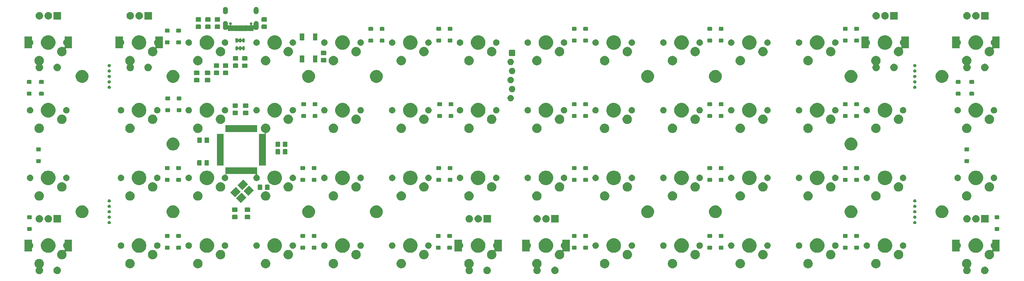
<source format=gbs>
G04 #@! TF.GenerationSoftware,KiCad,Pcbnew,(5.1.2-1)-1*
G04 #@! TF.CreationDate,2020-07-25T15:19:09-05:00*
G04 #@! TF.ProjectId,Ori,4f72692e-6b69-4636-9164-5f7063625858,rev?*
G04 #@! TF.SameCoordinates,Original*
G04 #@! TF.FileFunction,Soldermask,Bot*
G04 #@! TF.FilePolarity,Negative*
%FSLAX46Y46*%
G04 Gerber Fmt 4.6, Leading zero omitted, Abs format (unit mm)*
G04 Created by KiCad (PCBNEW (5.1.2-1)-1) date 2020-07-25 15:19:09*
%MOMM*%
%LPD*%
G04 APERTURE LIST*
%ADD10C,0.100000*%
G04 APERTURE END LIST*
D10*
G36*
X324311700Y-116176401D02*
G01*
X324502969Y-116255627D01*
X324502971Y-116255628D01*
X324675109Y-116370647D01*
X324821501Y-116517039D01*
X324877410Y-116600712D01*
X324936521Y-116689179D01*
X325015747Y-116880448D01*
X325056136Y-117083496D01*
X325056136Y-117290528D01*
X325015747Y-117493576D01*
X324936521Y-117684845D01*
X324936520Y-117684847D01*
X324821501Y-117856985D01*
X324675109Y-118003377D01*
X324502971Y-118118396D01*
X324502970Y-118118397D01*
X324502969Y-118118397D01*
X324311700Y-118197623D01*
X324108652Y-118238012D01*
X323901620Y-118238012D01*
X323698572Y-118197623D01*
X323507303Y-118118397D01*
X323507302Y-118118397D01*
X323507301Y-118118396D01*
X323335163Y-118003377D01*
X323188771Y-117856985D01*
X323073752Y-117684847D01*
X323073751Y-117684845D01*
X322994525Y-117493576D01*
X322954136Y-117290528D01*
X322954136Y-117083496D01*
X322994525Y-116880448D01*
X323073751Y-116689179D01*
X323132863Y-116600712D01*
X323188771Y-116517039D01*
X323335163Y-116370647D01*
X323507301Y-116255628D01*
X323507303Y-116255627D01*
X323698572Y-116176401D01*
X323901620Y-116136012D01*
X324108652Y-116136012D01*
X324311700Y-116176401D01*
X324311700Y-116176401D01*
G37*
G36*
X319197451Y-113984095D02*
G01*
X319325058Y-114009477D01*
X319465884Y-114067809D01*
X319565463Y-114109056D01*
X319637257Y-114157027D01*
X319781825Y-114253624D01*
X319965824Y-114437623D01*
X319966018Y-114437914D01*
X320110392Y-114653985D01*
X320110512Y-114654275D01*
X320209971Y-114894390D01*
X320210029Y-114894682D01*
X320260736Y-115149603D01*
X320260736Y-115409821D01*
X320260678Y-115410111D01*
X320209971Y-115665034D01*
X320151639Y-115805860D01*
X320110392Y-115905439D01*
X320062421Y-115977233D01*
X319965824Y-116121801D01*
X319784426Y-116303199D01*
X319768886Y-116322135D01*
X319757335Y-116343746D01*
X319750222Y-116367195D01*
X319747820Y-116391581D01*
X319750222Y-116415967D01*
X319757335Y-116439416D01*
X319768886Y-116461027D01*
X319784431Y-116479969D01*
X319821501Y-116517039D01*
X319877410Y-116600712D01*
X319936521Y-116689179D01*
X320015747Y-116880448D01*
X320056136Y-117083496D01*
X320056136Y-117290528D01*
X320015747Y-117493576D01*
X319936521Y-117684845D01*
X319936520Y-117684847D01*
X319821501Y-117856985D01*
X319675109Y-118003377D01*
X319502971Y-118118396D01*
X319502970Y-118118397D01*
X319502969Y-118118397D01*
X319311700Y-118197623D01*
X319108652Y-118238012D01*
X318901620Y-118238012D01*
X318698572Y-118197623D01*
X318507303Y-118118397D01*
X318507302Y-118118397D01*
X318507301Y-118118396D01*
X318335163Y-118003377D01*
X318188771Y-117856985D01*
X318073752Y-117684847D01*
X318073751Y-117684845D01*
X317994525Y-117493576D01*
X317954136Y-117290528D01*
X317954136Y-117083496D01*
X317994525Y-116880448D01*
X318073751Y-116689179D01*
X318132863Y-116600712D01*
X318188771Y-116517039D01*
X318188779Y-116517027D01*
X318200330Y-116495416D01*
X318207443Y-116471967D01*
X318209845Y-116447581D01*
X318207443Y-116423195D01*
X318200330Y-116399746D01*
X318188779Y-116378135D01*
X318173234Y-116359193D01*
X318154291Y-116343648D01*
X318097650Y-116305802D01*
X318097647Y-116305800D01*
X317913648Y-116121801D01*
X317817051Y-115977233D01*
X317769080Y-115905439D01*
X317727833Y-115805860D01*
X317669501Y-115665034D01*
X317618794Y-115410111D01*
X317618736Y-115409821D01*
X317618736Y-115149603D01*
X317669443Y-114894682D01*
X317669501Y-114894390D01*
X317768960Y-114654275D01*
X317769080Y-114653985D01*
X317913454Y-114437914D01*
X317913648Y-114437623D01*
X318097647Y-114253624D01*
X318242215Y-114157027D01*
X318314009Y-114109056D01*
X318413588Y-114067809D01*
X318554414Y-114009477D01*
X318682021Y-113984095D01*
X318809627Y-113958712D01*
X319069845Y-113958712D01*
X319197451Y-113984095D01*
X319197451Y-113984095D01*
G37*
G36*
X203851283Y-116176401D02*
G01*
X204042552Y-116255627D01*
X204042554Y-116255628D01*
X204214692Y-116370647D01*
X204361084Y-116517039D01*
X204416993Y-116600712D01*
X204476104Y-116689179D01*
X204555330Y-116880448D01*
X204595719Y-117083496D01*
X204595719Y-117290528D01*
X204555330Y-117493576D01*
X204476104Y-117684845D01*
X204476103Y-117684847D01*
X204361084Y-117856985D01*
X204214692Y-118003377D01*
X204042554Y-118118396D01*
X204042553Y-118118397D01*
X204042552Y-118118397D01*
X203851283Y-118197623D01*
X203648235Y-118238012D01*
X203441203Y-118238012D01*
X203238155Y-118197623D01*
X203046886Y-118118397D01*
X203046885Y-118118397D01*
X203046884Y-118118396D01*
X202874746Y-118003377D01*
X202728354Y-117856985D01*
X202613335Y-117684847D01*
X202613334Y-117684845D01*
X202534108Y-117493576D01*
X202493719Y-117290528D01*
X202493719Y-117083496D01*
X202534108Y-116880448D01*
X202613334Y-116689179D01*
X202672446Y-116600712D01*
X202728354Y-116517039D01*
X202874746Y-116370647D01*
X203046884Y-116255628D01*
X203046886Y-116255627D01*
X203238155Y-116176401D01*
X203441203Y-116136012D01*
X203648235Y-116136012D01*
X203851283Y-116176401D01*
X203851283Y-116176401D01*
G37*
G36*
X198737034Y-113984095D02*
G01*
X198864641Y-114009477D01*
X199005467Y-114067809D01*
X199105046Y-114109056D01*
X199176840Y-114157027D01*
X199321408Y-114253624D01*
X199505407Y-114437623D01*
X199505601Y-114437914D01*
X199649975Y-114653985D01*
X199650095Y-114654275D01*
X199749554Y-114894390D01*
X199749612Y-114894682D01*
X199800319Y-115149603D01*
X199800319Y-115409821D01*
X199800261Y-115410111D01*
X199749554Y-115665034D01*
X199691222Y-115805860D01*
X199649975Y-115905439D01*
X199602004Y-115977233D01*
X199505407Y-116121801D01*
X199324009Y-116303199D01*
X199308469Y-116322135D01*
X199296918Y-116343746D01*
X199289805Y-116367195D01*
X199287403Y-116391581D01*
X199289805Y-116415967D01*
X199296918Y-116439416D01*
X199308469Y-116461027D01*
X199324014Y-116479969D01*
X199361084Y-116517039D01*
X199416993Y-116600712D01*
X199476104Y-116689179D01*
X199555330Y-116880448D01*
X199595719Y-117083496D01*
X199595719Y-117290528D01*
X199555330Y-117493576D01*
X199476104Y-117684845D01*
X199476103Y-117684847D01*
X199361084Y-117856985D01*
X199214692Y-118003377D01*
X199042554Y-118118396D01*
X199042553Y-118118397D01*
X199042552Y-118118397D01*
X198851283Y-118197623D01*
X198648235Y-118238012D01*
X198441203Y-118238012D01*
X198238155Y-118197623D01*
X198046886Y-118118397D01*
X198046885Y-118118397D01*
X198046884Y-118118396D01*
X197874746Y-118003377D01*
X197728354Y-117856985D01*
X197613335Y-117684847D01*
X197613334Y-117684845D01*
X197534108Y-117493576D01*
X197493719Y-117290528D01*
X197493719Y-117083496D01*
X197534108Y-116880448D01*
X197613334Y-116689179D01*
X197672446Y-116600712D01*
X197728354Y-116517039D01*
X197728362Y-116517027D01*
X197739913Y-116495416D01*
X197747026Y-116471967D01*
X197749428Y-116447581D01*
X197747026Y-116423195D01*
X197739913Y-116399746D01*
X197728362Y-116378135D01*
X197712817Y-116359193D01*
X197693874Y-116343648D01*
X197637233Y-116305802D01*
X197637230Y-116305800D01*
X197453231Y-116121801D01*
X197356634Y-115977233D01*
X197308663Y-115905439D01*
X197267416Y-115805860D01*
X197209084Y-115665034D01*
X197158377Y-115410111D01*
X197158319Y-115409821D01*
X197158319Y-115149603D01*
X197209026Y-114894682D01*
X197209084Y-114894390D01*
X197308543Y-114654275D01*
X197308663Y-114653985D01*
X197453037Y-114437914D01*
X197453231Y-114437623D01*
X197637230Y-114253624D01*
X197781798Y-114157027D01*
X197853592Y-114109056D01*
X197953171Y-114067809D01*
X198093997Y-114009477D01*
X198221604Y-113984095D01*
X198349210Y-113958712D01*
X198609428Y-113958712D01*
X198737034Y-113984095D01*
X198737034Y-113984095D01*
G37*
G36*
X184851333Y-116176401D02*
G01*
X185042602Y-116255627D01*
X185042604Y-116255628D01*
X185214742Y-116370647D01*
X185361134Y-116517039D01*
X185417043Y-116600712D01*
X185476154Y-116689179D01*
X185555380Y-116880448D01*
X185595769Y-117083496D01*
X185595769Y-117290528D01*
X185555380Y-117493576D01*
X185476154Y-117684845D01*
X185476153Y-117684847D01*
X185361134Y-117856985D01*
X185214742Y-118003377D01*
X185042604Y-118118396D01*
X185042603Y-118118397D01*
X185042602Y-118118397D01*
X184851333Y-118197623D01*
X184648285Y-118238012D01*
X184441253Y-118238012D01*
X184238205Y-118197623D01*
X184046936Y-118118397D01*
X184046935Y-118118397D01*
X184046934Y-118118396D01*
X183874796Y-118003377D01*
X183728404Y-117856985D01*
X183613385Y-117684847D01*
X183613384Y-117684845D01*
X183534158Y-117493576D01*
X183493769Y-117290528D01*
X183493769Y-117083496D01*
X183534158Y-116880448D01*
X183613384Y-116689179D01*
X183672496Y-116600712D01*
X183728404Y-116517039D01*
X183874796Y-116370647D01*
X184046934Y-116255628D01*
X184046936Y-116255627D01*
X184238205Y-116176401D01*
X184441253Y-116136012D01*
X184648285Y-116136012D01*
X184851333Y-116176401D01*
X184851333Y-116176401D01*
G37*
G36*
X179737084Y-113984095D02*
G01*
X179864691Y-114009477D01*
X180005517Y-114067809D01*
X180105096Y-114109056D01*
X180176890Y-114157027D01*
X180321458Y-114253624D01*
X180505457Y-114437623D01*
X180505651Y-114437914D01*
X180650025Y-114653985D01*
X180650145Y-114654275D01*
X180749604Y-114894390D01*
X180749662Y-114894682D01*
X180800369Y-115149603D01*
X180800369Y-115409821D01*
X180800311Y-115410111D01*
X180749604Y-115665034D01*
X180691272Y-115805860D01*
X180650025Y-115905439D01*
X180602054Y-115977233D01*
X180505457Y-116121801D01*
X180324059Y-116303199D01*
X180308519Y-116322135D01*
X180296968Y-116343746D01*
X180289855Y-116367195D01*
X180287453Y-116391581D01*
X180289855Y-116415967D01*
X180296968Y-116439416D01*
X180308519Y-116461027D01*
X180324064Y-116479969D01*
X180361134Y-116517039D01*
X180417043Y-116600712D01*
X180476154Y-116689179D01*
X180555380Y-116880448D01*
X180595769Y-117083496D01*
X180595769Y-117290528D01*
X180555380Y-117493576D01*
X180476154Y-117684845D01*
X180476153Y-117684847D01*
X180361134Y-117856985D01*
X180214742Y-118003377D01*
X180042604Y-118118396D01*
X180042603Y-118118397D01*
X180042602Y-118118397D01*
X179851333Y-118197623D01*
X179648285Y-118238012D01*
X179441253Y-118238012D01*
X179238205Y-118197623D01*
X179046936Y-118118397D01*
X179046935Y-118118397D01*
X179046934Y-118118396D01*
X178874796Y-118003377D01*
X178728404Y-117856985D01*
X178613385Y-117684847D01*
X178613384Y-117684845D01*
X178534158Y-117493576D01*
X178493769Y-117290528D01*
X178493769Y-117083496D01*
X178534158Y-116880448D01*
X178613384Y-116689179D01*
X178672496Y-116600712D01*
X178728404Y-116517039D01*
X178728412Y-116517027D01*
X178739963Y-116495416D01*
X178747076Y-116471967D01*
X178749478Y-116447581D01*
X178747076Y-116423195D01*
X178739963Y-116399746D01*
X178728412Y-116378135D01*
X178712867Y-116359193D01*
X178693924Y-116343648D01*
X178637283Y-116305802D01*
X178637280Y-116305800D01*
X178453281Y-116121801D01*
X178356684Y-115977233D01*
X178308713Y-115905439D01*
X178267466Y-115805860D01*
X178209134Y-115665034D01*
X178158427Y-115410111D01*
X178158369Y-115409821D01*
X178158369Y-115149603D01*
X178209076Y-114894682D01*
X178209134Y-114894390D01*
X178308593Y-114654275D01*
X178308713Y-114653985D01*
X178453087Y-114437914D01*
X178453281Y-114437623D01*
X178637280Y-114253624D01*
X178781848Y-114157027D01*
X178853642Y-114109056D01*
X178953221Y-114067809D01*
X179094047Y-114009477D01*
X179221654Y-113984095D01*
X179349260Y-113958712D01*
X179609478Y-113958712D01*
X179737084Y-113984095D01*
X179737084Y-113984095D01*
G37*
G36*
X64391650Y-116176401D02*
G01*
X64582919Y-116255627D01*
X64582921Y-116255628D01*
X64755059Y-116370647D01*
X64901451Y-116517039D01*
X64957360Y-116600712D01*
X65016471Y-116689179D01*
X65095697Y-116880448D01*
X65136086Y-117083496D01*
X65136086Y-117290528D01*
X65095697Y-117493576D01*
X65016471Y-117684845D01*
X65016470Y-117684847D01*
X64901451Y-117856985D01*
X64755059Y-118003377D01*
X64582921Y-118118396D01*
X64582920Y-118118397D01*
X64582919Y-118118397D01*
X64391650Y-118197623D01*
X64188602Y-118238012D01*
X63981570Y-118238012D01*
X63778522Y-118197623D01*
X63587253Y-118118397D01*
X63587252Y-118118397D01*
X63587251Y-118118396D01*
X63415113Y-118003377D01*
X63268721Y-117856985D01*
X63153702Y-117684847D01*
X63153701Y-117684845D01*
X63074475Y-117493576D01*
X63034086Y-117290528D01*
X63034086Y-117083496D01*
X63074475Y-116880448D01*
X63153701Y-116689179D01*
X63212813Y-116600712D01*
X63268721Y-116517039D01*
X63415113Y-116370647D01*
X63587251Y-116255628D01*
X63587253Y-116255627D01*
X63778522Y-116176401D01*
X63981570Y-116136012D01*
X64188602Y-116136012D01*
X64391650Y-116176401D01*
X64391650Y-116176401D01*
G37*
G36*
X59277401Y-113984095D02*
G01*
X59405008Y-114009477D01*
X59545834Y-114067809D01*
X59645413Y-114109056D01*
X59717207Y-114157027D01*
X59861775Y-114253624D01*
X60045774Y-114437623D01*
X60045968Y-114437914D01*
X60190342Y-114653985D01*
X60190462Y-114654275D01*
X60289921Y-114894390D01*
X60289979Y-114894682D01*
X60340686Y-115149603D01*
X60340686Y-115409821D01*
X60340628Y-115410111D01*
X60289921Y-115665034D01*
X60231589Y-115805860D01*
X60190342Y-115905439D01*
X60142371Y-115977233D01*
X60045774Y-116121801D01*
X59864376Y-116303199D01*
X59848836Y-116322135D01*
X59837285Y-116343746D01*
X59830172Y-116367195D01*
X59827770Y-116391581D01*
X59830172Y-116415967D01*
X59837285Y-116439416D01*
X59848836Y-116461027D01*
X59864381Y-116479969D01*
X59901451Y-116517039D01*
X59957360Y-116600712D01*
X60016471Y-116689179D01*
X60095697Y-116880448D01*
X60136086Y-117083496D01*
X60136086Y-117290528D01*
X60095697Y-117493576D01*
X60016471Y-117684845D01*
X60016470Y-117684847D01*
X59901451Y-117856985D01*
X59755059Y-118003377D01*
X59582921Y-118118396D01*
X59582920Y-118118397D01*
X59582919Y-118118397D01*
X59391650Y-118197623D01*
X59188602Y-118238012D01*
X58981570Y-118238012D01*
X58778522Y-118197623D01*
X58587253Y-118118397D01*
X58587252Y-118118397D01*
X58587251Y-118118396D01*
X58415113Y-118003377D01*
X58268721Y-117856985D01*
X58153702Y-117684847D01*
X58153701Y-117684845D01*
X58074475Y-117493576D01*
X58034086Y-117290528D01*
X58034086Y-117083496D01*
X58074475Y-116880448D01*
X58153701Y-116689179D01*
X58212813Y-116600712D01*
X58268721Y-116517039D01*
X58268729Y-116517027D01*
X58280280Y-116495416D01*
X58287393Y-116471967D01*
X58289795Y-116447581D01*
X58287393Y-116423195D01*
X58280280Y-116399746D01*
X58268729Y-116378135D01*
X58253184Y-116359193D01*
X58234241Y-116343648D01*
X58177600Y-116305802D01*
X58177597Y-116305800D01*
X57993598Y-116121801D01*
X57897001Y-115977233D01*
X57849030Y-115905439D01*
X57807783Y-115805860D01*
X57749451Y-115665034D01*
X57698744Y-115410111D01*
X57698686Y-115409821D01*
X57698686Y-115149603D01*
X57749393Y-114894682D01*
X57749451Y-114894390D01*
X57848910Y-114654275D01*
X57849030Y-114653985D01*
X57993404Y-114437914D01*
X57993598Y-114437623D01*
X58177597Y-114253624D01*
X58322165Y-114157027D01*
X58393959Y-114109056D01*
X58493538Y-114067809D01*
X58634364Y-114009477D01*
X58761971Y-113984095D01*
X58889577Y-113958712D01*
X59149795Y-113958712D01*
X59277401Y-113984095D01*
X59277401Y-113984095D01*
G37*
G36*
X293737713Y-113984384D02*
G01*
X293865321Y-114009767D01*
X294006147Y-114068099D01*
X294105726Y-114109346D01*
X294105727Y-114109347D01*
X294322088Y-114253914D01*
X294506087Y-114437913D01*
X294602684Y-114582481D01*
X294650655Y-114654275D01*
X294691902Y-114753854D01*
X294750234Y-114894680D01*
X294750234Y-114894682D01*
X294800942Y-115149605D01*
X294800999Y-115149895D01*
X294800999Y-115410109D01*
X294750234Y-115665324D01*
X294691902Y-115806150D01*
X294650655Y-115905729D01*
X294650654Y-115905730D01*
X294506087Y-116122091D01*
X294322088Y-116306090D01*
X294242613Y-116359193D01*
X294105726Y-116450658D01*
X294034962Y-116479969D01*
X293865321Y-116550237D01*
X293737713Y-116575620D01*
X293610108Y-116601002D01*
X293349890Y-116601002D01*
X293222285Y-116575620D01*
X293094677Y-116550237D01*
X292925036Y-116479969D01*
X292854272Y-116450658D01*
X292717385Y-116359193D01*
X292637910Y-116306090D01*
X292453911Y-116122091D01*
X292309344Y-115905730D01*
X292309343Y-115905729D01*
X292268096Y-115806150D01*
X292209764Y-115665324D01*
X292158999Y-115410109D01*
X292158999Y-115149895D01*
X292159057Y-115149605D01*
X292209764Y-114894682D01*
X292209764Y-114894680D01*
X292268096Y-114753854D01*
X292309343Y-114654275D01*
X292357314Y-114582481D01*
X292453911Y-114437913D01*
X292637910Y-114253914D01*
X292854271Y-114109347D01*
X292854272Y-114109346D01*
X292953851Y-114068099D01*
X293094677Y-114009767D01*
X293222285Y-113984384D01*
X293349890Y-113959002D01*
X293610108Y-113959002D01*
X293737713Y-113984384D01*
X293737713Y-113984384D01*
G37*
G36*
X160737713Y-113984384D02*
G01*
X160865321Y-114009767D01*
X161006147Y-114068099D01*
X161105726Y-114109346D01*
X161105727Y-114109347D01*
X161322088Y-114253914D01*
X161506087Y-114437913D01*
X161602684Y-114582481D01*
X161650655Y-114654275D01*
X161691902Y-114753854D01*
X161750234Y-114894680D01*
X161750234Y-114894682D01*
X161800942Y-115149605D01*
X161800999Y-115149895D01*
X161800999Y-115410109D01*
X161750234Y-115665324D01*
X161691902Y-115806150D01*
X161650655Y-115905729D01*
X161650654Y-115905730D01*
X161506087Y-116122091D01*
X161322088Y-116306090D01*
X161242613Y-116359193D01*
X161105726Y-116450658D01*
X161034962Y-116479969D01*
X160865321Y-116550237D01*
X160737713Y-116575620D01*
X160610108Y-116601002D01*
X160349890Y-116601002D01*
X160222285Y-116575620D01*
X160094677Y-116550237D01*
X159925036Y-116479969D01*
X159854272Y-116450658D01*
X159717385Y-116359193D01*
X159637910Y-116306090D01*
X159453911Y-116122091D01*
X159309344Y-115905730D01*
X159309343Y-115905729D01*
X159268096Y-115806150D01*
X159209764Y-115665324D01*
X159158999Y-115410109D01*
X159158999Y-115149895D01*
X159159057Y-115149605D01*
X159209764Y-114894682D01*
X159209764Y-114894680D01*
X159268096Y-114753854D01*
X159309343Y-114654275D01*
X159357314Y-114582481D01*
X159453911Y-114437913D01*
X159637910Y-114253914D01*
X159854271Y-114109347D01*
X159854272Y-114109346D01*
X159953851Y-114068099D01*
X160094677Y-114009767D01*
X160222285Y-113984384D01*
X160349890Y-113959002D01*
X160610108Y-113959002D01*
X160737713Y-113984384D01*
X160737713Y-113984384D01*
G37*
G36*
X122737713Y-113984384D02*
G01*
X122865321Y-114009767D01*
X123006147Y-114068099D01*
X123105726Y-114109346D01*
X123105727Y-114109347D01*
X123322088Y-114253914D01*
X123506087Y-114437913D01*
X123602684Y-114582481D01*
X123650655Y-114654275D01*
X123691902Y-114753854D01*
X123750234Y-114894680D01*
X123750234Y-114894682D01*
X123800942Y-115149605D01*
X123800999Y-115149895D01*
X123800999Y-115410109D01*
X123750234Y-115665324D01*
X123691902Y-115806150D01*
X123650655Y-115905729D01*
X123650654Y-115905730D01*
X123506087Y-116122091D01*
X123322088Y-116306090D01*
X123242613Y-116359193D01*
X123105726Y-116450658D01*
X123034962Y-116479969D01*
X122865321Y-116550237D01*
X122737713Y-116575620D01*
X122610108Y-116601002D01*
X122349890Y-116601002D01*
X122222285Y-116575620D01*
X122094677Y-116550237D01*
X121925036Y-116479969D01*
X121854272Y-116450658D01*
X121717385Y-116359193D01*
X121637910Y-116306090D01*
X121453911Y-116122091D01*
X121309344Y-115905730D01*
X121309343Y-115905729D01*
X121268096Y-115806150D01*
X121209764Y-115665324D01*
X121158999Y-115410109D01*
X121158999Y-115149895D01*
X121159057Y-115149605D01*
X121209764Y-114894682D01*
X121209764Y-114894680D01*
X121268096Y-114753854D01*
X121309343Y-114654275D01*
X121357314Y-114582481D01*
X121453911Y-114437913D01*
X121637910Y-114253914D01*
X121854271Y-114109347D01*
X121854272Y-114109346D01*
X121953851Y-114068099D01*
X122094677Y-114009767D01*
X122222285Y-113984384D01*
X122349890Y-113959002D01*
X122610108Y-113959002D01*
X122737713Y-113984384D01*
X122737713Y-113984384D01*
G37*
G36*
X103737713Y-113984384D02*
G01*
X103865321Y-114009767D01*
X104006147Y-114068099D01*
X104105726Y-114109346D01*
X104105727Y-114109347D01*
X104322088Y-114253914D01*
X104506087Y-114437913D01*
X104602684Y-114582481D01*
X104650655Y-114654275D01*
X104691902Y-114753854D01*
X104750234Y-114894680D01*
X104750234Y-114894682D01*
X104800942Y-115149605D01*
X104800999Y-115149895D01*
X104800999Y-115410109D01*
X104750234Y-115665324D01*
X104691902Y-115806150D01*
X104650655Y-115905729D01*
X104650654Y-115905730D01*
X104506087Y-116122091D01*
X104322088Y-116306090D01*
X104242613Y-116359193D01*
X104105726Y-116450658D01*
X104034962Y-116479969D01*
X103865321Y-116550237D01*
X103737713Y-116575620D01*
X103610108Y-116601002D01*
X103349890Y-116601002D01*
X103222285Y-116575620D01*
X103094677Y-116550237D01*
X102925036Y-116479969D01*
X102854272Y-116450658D01*
X102717385Y-116359193D01*
X102637910Y-116306090D01*
X102453911Y-116122091D01*
X102309344Y-115905730D01*
X102309343Y-115905729D01*
X102268096Y-115806150D01*
X102209764Y-115665324D01*
X102158999Y-115410109D01*
X102158999Y-115149895D01*
X102159057Y-115149605D01*
X102209764Y-114894682D01*
X102209764Y-114894680D01*
X102268096Y-114753854D01*
X102309343Y-114654275D01*
X102357314Y-114582481D01*
X102453911Y-114437913D01*
X102637910Y-114253914D01*
X102854271Y-114109347D01*
X102854272Y-114109346D01*
X102953851Y-114068099D01*
X103094677Y-114009767D01*
X103222285Y-113984384D01*
X103349890Y-113959002D01*
X103610108Y-113959002D01*
X103737713Y-113984384D01*
X103737713Y-113984384D01*
G37*
G36*
X84737333Y-113984384D02*
G01*
X84864941Y-114009767D01*
X85005767Y-114068099D01*
X85105346Y-114109346D01*
X85105347Y-114109347D01*
X85321708Y-114253914D01*
X85505707Y-114437913D01*
X85602304Y-114582481D01*
X85650275Y-114654275D01*
X85691522Y-114753854D01*
X85749854Y-114894680D01*
X85749854Y-114894682D01*
X85800562Y-115149605D01*
X85800619Y-115149895D01*
X85800619Y-115410109D01*
X85749854Y-115665324D01*
X85691522Y-115806150D01*
X85650275Y-115905729D01*
X85650274Y-115905730D01*
X85505707Y-116122091D01*
X85321708Y-116306090D01*
X85242233Y-116359193D01*
X85105346Y-116450658D01*
X85034582Y-116479969D01*
X84864941Y-116550237D01*
X84737333Y-116575620D01*
X84609728Y-116601002D01*
X84349510Y-116601002D01*
X84221905Y-116575620D01*
X84094297Y-116550237D01*
X83924656Y-116479969D01*
X83853892Y-116450658D01*
X83717005Y-116359193D01*
X83637530Y-116306090D01*
X83453531Y-116122091D01*
X83308964Y-115905730D01*
X83308963Y-115905729D01*
X83267716Y-115806150D01*
X83209384Y-115665324D01*
X83158619Y-115410109D01*
X83158619Y-115149895D01*
X83158677Y-115149605D01*
X83209384Y-114894682D01*
X83209384Y-114894680D01*
X83267716Y-114753854D01*
X83308963Y-114654275D01*
X83356934Y-114582481D01*
X83453531Y-114437913D01*
X83637530Y-114253914D01*
X83853891Y-114109347D01*
X83853892Y-114109346D01*
X83953471Y-114068099D01*
X84094297Y-114009767D01*
X84221905Y-113984384D01*
X84349510Y-113959002D01*
X84609728Y-113959002D01*
X84737333Y-113984384D01*
X84737333Y-113984384D01*
G37*
G36*
X255736884Y-113984095D02*
G01*
X255864491Y-114009477D01*
X256005317Y-114067809D01*
X256104896Y-114109056D01*
X256176690Y-114157027D01*
X256321258Y-114253624D01*
X256505257Y-114437623D01*
X256505451Y-114437914D01*
X256649825Y-114653985D01*
X256649945Y-114654275D01*
X256749404Y-114894390D01*
X256749462Y-114894682D01*
X256800169Y-115149603D01*
X256800169Y-115409821D01*
X256800111Y-115410111D01*
X256749404Y-115665034D01*
X256691072Y-115805860D01*
X256649825Y-115905439D01*
X256601854Y-115977233D01*
X256505257Y-116121801D01*
X256321258Y-116305800D01*
X256264614Y-116343648D01*
X256104896Y-116450368D01*
X256033432Y-116479969D01*
X255864491Y-116549947D01*
X255736883Y-116575330D01*
X255609278Y-116600712D01*
X255349060Y-116600712D01*
X255221455Y-116575330D01*
X255093847Y-116549947D01*
X254924906Y-116479969D01*
X254853442Y-116450368D01*
X254693724Y-116343648D01*
X254637080Y-116305800D01*
X254453081Y-116121801D01*
X254356484Y-115977233D01*
X254308513Y-115905439D01*
X254267266Y-115805860D01*
X254208934Y-115665034D01*
X254158227Y-115410111D01*
X254158169Y-115409821D01*
X254158169Y-115149603D01*
X254208876Y-114894682D01*
X254208934Y-114894390D01*
X254308393Y-114654275D01*
X254308513Y-114653985D01*
X254452887Y-114437914D01*
X254453081Y-114437623D01*
X254637080Y-114253624D01*
X254781648Y-114157027D01*
X254853442Y-114109056D01*
X254953021Y-114067809D01*
X255093847Y-114009477D01*
X255221454Y-113984095D01*
X255349060Y-113958712D01*
X255609278Y-113958712D01*
X255736884Y-113984095D01*
X255736884Y-113984095D01*
G37*
G36*
X274736834Y-113984095D02*
G01*
X274864441Y-114009477D01*
X275005267Y-114067809D01*
X275104846Y-114109056D01*
X275176640Y-114157027D01*
X275321208Y-114253624D01*
X275505207Y-114437623D01*
X275505401Y-114437914D01*
X275649775Y-114653985D01*
X275649895Y-114654275D01*
X275749354Y-114894390D01*
X275749412Y-114894682D01*
X275800119Y-115149603D01*
X275800119Y-115409821D01*
X275800061Y-115410111D01*
X275749354Y-115665034D01*
X275691022Y-115805860D01*
X275649775Y-115905439D01*
X275601804Y-115977233D01*
X275505207Y-116121801D01*
X275321208Y-116305800D01*
X275264564Y-116343648D01*
X275104846Y-116450368D01*
X275033382Y-116479969D01*
X274864441Y-116549947D01*
X274736833Y-116575330D01*
X274609228Y-116600712D01*
X274349010Y-116600712D01*
X274221405Y-116575330D01*
X274093797Y-116549947D01*
X273924856Y-116479969D01*
X273853392Y-116450368D01*
X273693674Y-116343648D01*
X273637030Y-116305800D01*
X273453031Y-116121801D01*
X273356434Y-115977233D01*
X273308463Y-115905439D01*
X273267216Y-115805860D01*
X273208884Y-115665034D01*
X273158177Y-115410111D01*
X273158119Y-115409821D01*
X273158119Y-115149603D01*
X273208826Y-114894682D01*
X273208884Y-114894390D01*
X273308343Y-114654275D01*
X273308463Y-114653985D01*
X273452837Y-114437914D01*
X273453031Y-114437623D01*
X273637030Y-114253624D01*
X273781598Y-114157027D01*
X273853392Y-114109056D01*
X273952971Y-114067809D01*
X274093797Y-114009477D01*
X274221404Y-113984095D01*
X274349010Y-113958712D01*
X274609228Y-113958712D01*
X274736834Y-113984095D01*
X274736834Y-113984095D01*
G37*
G36*
X236736934Y-113984095D02*
G01*
X236864541Y-114009477D01*
X237005367Y-114067809D01*
X237104946Y-114109056D01*
X237176740Y-114157027D01*
X237321308Y-114253624D01*
X237505307Y-114437623D01*
X237505501Y-114437914D01*
X237649875Y-114653985D01*
X237649995Y-114654275D01*
X237749454Y-114894390D01*
X237749512Y-114894682D01*
X237800219Y-115149603D01*
X237800219Y-115409821D01*
X237800161Y-115410111D01*
X237749454Y-115665034D01*
X237691122Y-115805860D01*
X237649875Y-115905439D01*
X237601904Y-115977233D01*
X237505307Y-116121801D01*
X237321308Y-116305800D01*
X237264664Y-116343648D01*
X237104946Y-116450368D01*
X237033482Y-116479969D01*
X236864541Y-116549947D01*
X236736933Y-116575330D01*
X236609328Y-116600712D01*
X236349110Y-116600712D01*
X236221505Y-116575330D01*
X236093897Y-116549947D01*
X235924956Y-116479969D01*
X235853492Y-116450368D01*
X235693774Y-116343648D01*
X235637130Y-116305800D01*
X235453131Y-116121801D01*
X235356534Y-115977233D01*
X235308563Y-115905439D01*
X235267316Y-115805860D01*
X235208984Y-115665034D01*
X235158277Y-115410111D01*
X235158219Y-115409821D01*
X235158219Y-115149603D01*
X235208926Y-114894682D01*
X235208984Y-114894390D01*
X235308443Y-114654275D01*
X235308563Y-114653985D01*
X235452937Y-114437914D01*
X235453131Y-114437623D01*
X235637130Y-114253624D01*
X235781698Y-114157027D01*
X235853492Y-114109056D01*
X235953071Y-114067809D01*
X236093897Y-114009477D01*
X236221504Y-113984095D01*
X236349110Y-113958712D01*
X236609328Y-113958712D01*
X236736934Y-113984095D01*
X236736934Y-113984095D01*
G37*
G36*
X217736984Y-113984095D02*
G01*
X217864591Y-114009477D01*
X218005417Y-114067809D01*
X218104996Y-114109056D01*
X218176790Y-114157027D01*
X218321358Y-114253624D01*
X218505357Y-114437623D01*
X218505551Y-114437914D01*
X218649925Y-114653985D01*
X218650045Y-114654275D01*
X218749504Y-114894390D01*
X218749562Y-114894682D01*
X218800269Y-115149603D01*
X218800269Y-115409821D01*
X218800211Y-115410111D01*
X218749504Y-115665034D01*
X218691172Y-115805860D01*
X218649925Y-115905439D01*
X218601954Y-115977233D01*
X218505357Y-116121801D01*
X218321358Y-116305800D01*
X218264714Y-116343648D01*
X218104996Y-116450368D01*
X218033532Y-116479969D01*
X217864591Y-116549947D01*
X217736983Y-116575330D01*
X217609378Y-116600712D01*
X217349160Y-116600712D01*
X217221555Y-116575330D01*
X217093947Y-116549947D01*
X216925006Y-116479969D01*
X216853542Y-116450368D01*
X216693824Y-116343648D01*
X216637180Y-116305800D01*
X216453181Y-116121801D01*
X216356584Y-115977233D01*
X216308613Y-115905439D01*
X216267366Y-115805860D01*
X216209034Y-115665034D01*
X216158327Y-115410111D01*
X216158269Y-115409821D01*
X216158269Y-115149603D01*
X216208976Y-114894682D01*
X216209034Y-114894390D01*
X216308493Y-114654275D01*
X216308613Y-114653985D01*
X216452987Y-114437914D01*
X216453181Y-114437623D01*
X216637180Y-114253624D01*
X216781748Y-114157027D01*
X216853542Y-114109056D01*
X216953121Y-114067809D01*
X217093947Y-114009477D01*
X217221554Y-113984095D01*
X217349160Y-113958712D01*
X217609378Y-113958712D01*
X217736984Y-113984095D01*
X217736984Y-113984095D01*
G37*
G36*
X141737184Y-113984095D02*
G01*
X141864791Y-114009477D01*
X142005617Y-114067809D01*
X142105196Y-114109056D01*
X142176990Y-114157027D01*
X142321558Y-114253624D01*
X142505557Y-114437623D01*
X142505751Y-114437914D01*
X142650125Y-114653985D01*
X142650245Y-114654275D01*
X142749704Y-114894390D01*
X142749762Y-114894682D01*
X142800469Y-115149603D01*
X142800469Y-115409821D01*
X142800411Y-115410111D01*
X142749704Y-115665034D01*
X142691372Y-115805860D01*
X142650125Y-115905439D01*
X142602154Y-115977233D01*
X142505557Y-116121801D01*
X142321558Y-116305800D01*
X142264914Y-116343648D01*
X142105196Y-116450368D01*
X142033732Y-116479969D01*
X141864791Y-116549947D01*
X141737183Y-116575330D01*
X141609578Y-116600712D01*
X141349360Y-116600712D01*
X141221755Y-116575330D01*
X141094147Y-116549947D01*
X140925206Y-116479969D01*
X140853742Y-116450368D01*
X140694024Y-116343648D01*
X140637380Y-116305800D01*
X140453381Y-116121801D01*
X140356784Y-115977233D01*
X140308813Y-115905439D01*
X140267566Y-115805860D01*
X140209234Y-115665034D01*
X140158527Y-115410111D01*
X140158469Y-115409821D01*
X140158469Y-115149603D01*
X140209176Y-114894682D01*
X140209234Y-114894390D01*
X140308693Y-114654275D01*
X140308813Y-114653985D01*
X140453187Y-114437914D01*
X140453381Y-114437623D01*
X140637380Y-114253624D01*
X140781948Y-114157027D01*
X140853742Y-114109056D01*
X140953321Y-114067809D01*
X141094147Y-114009477D01*
X141221754Y-113984095D01*
X141349360Y-113958712D01*
X141609578Y-113958712D01*
X141737184Y-113984095D01*
X141737184Y-113984095D01*
G37*
G36*
X167087714Y-111444385D02*
G01*
X167215321Y-111469767D01*
X167309716Y-111508867D01*
X167455726Y-111569346D01*
X167455727Y-111569347D01*
X167672088Y-111713914D01*
X167856087Y-111897913D01*
X167915878Y-111987397D01*
X168000655Y-112114275D01*
X168041902Y-112213854D01*
X168100234Y-112354680D01*
X168100234Y-112354682D01*
X168150942Y-112609605D01*
X168150999Y-112609895D01*
X168150999Y-112870109D01*
X168100234Y-113125324D01*
X168041902Y-113266150D01*
X168000655Y-113365729D01*
X168000654Y-113365730D01*
X167856087Y-113582091D01*
X167672088Y-113766090D01*
X167527520Y-113862687D01*
X167455726Y-113910658D01*
X167356147Y-113951905D01*
X167215321Y-114010237D01*
X167087714Y-114035619D01*
X166960108Y-114061002D01*
X166699890Y-114061002D01*
X166572284Y-114035619D01*
X166444677Y-114010237D01*
X166303851Y-113951905D01*
X166204272Y-113910658D01*
X166132478Y-113862687D01*
X165987910Y-113766090D01*
X165803911Y-113582091D01*
X165659344Y-113365730D01*
X165659343Y-113365729D01*
X165618096Y-113266150D01*
X165559764Y-113125324D01*
X165508999Y-112870109D01*
X165508999Y-112609895D01*
X165509057Y-112609605D01*
X165559764Y-112354682D01*
X165559764Y-112354680D01*
X165618096Y-112213854D01*
X165659343Y-112114275D01*
X165744120Y-111987397D01*
X165803911Y-111897913D01*
X165987910Y-111713914D01*
X166204271Y-111569347D01*
X166204272Y-111569346D01*
X166350282Y-111508867D01*
X166444677Y-111469767D01*
X166572284Y-111444385D01*
X166699890Y-111419002D01*
X166960108Y-111419002D01*
X167087714Y-111444385D01*
X167087714Y-111444385D01*
G37*
G36*
X300087714Y-111444385D02*
G01*
X300215321Y-111469767D01*
X300309716Y-111508867D01*
X300455726Y-111569346D01*
X300455727Y-111569347D01*
X300672088Y-111713914D01*
X300856087Y-111897913D01*
X300915878Y-111987397D01*
X301000655Y-112114275D01*
X301041902Y-112213854D01*
X301100234Y-112354680D01*
X301100234Y-112354682D01*
X301150942Y-112609605D01*
X301150999Y-112609895D01*
X301150999Y-112870109D01*
X301100234Y-113125324D01*
X301041902Y-113266150D01*
X301000655Y-113365729D01*
X301000654Y-113365730D01*
X300856087Y-113582091D01*
X300672088Y-113766090D01*
X300527520Y-113862687D01*
X300455726Y-113910658D01*
X300356147Y-113951905D01*
X300215321Y-114010237D01*
X300087714Y-114035619D01*
X299960108Y-114061002D01*
X299699890Y-114061002D01*
X299572284Y-114035619D01*
X299444677Y-114010237D01*
X299303851Y-113951905D01*
X299204272Y-113910658D01*
X299132478Y-113862687D01*
X298987910Y-113766090D01*
X298803911Y-113582091D01*
X298659344Y-113365730D01*
X298659343Y-113365729D01*
X298618096Y-113266150D01*
X298559764Y-113125324D01*
X298508999Y-112870109D01*
X298508999Y-112609895D01*
X298509057Y-112609605D01*
X298559764Y-112354682D01*
X298559764Y-112354680D01*
X298618096Y-112213854D01*
X298659343Y-112114275D01*
X298744120Y-111987397D01*
X298803911Y-111897913D01*
X298987910Y-111713914D01*
X299204271Y-111569347D01*
X299204272Y-111569346D01*
X299350282Y-111508867D01*
X299444677Y-111469767D01*
X299572284Y-111444385D01*
X299699890Y-111419002D01*
X299960108Y-111419002D01*
X300087714Y-111444385D01*
X300087714Y-111444385D01*
G37*
G36*
X129087714Y-111444385D02*
G01*
X129215321Y-111469767D01*
X129309716Y-111508867D01*
X129455726Y-111569346D01*
X129455727Y-111569347D01*
X129672088Y-111713914D01*
X129856087Y-111897913D01*
X129915878Y-111987397D01*
X130000655Y-112114275D01*
X130041902Y-112213854D01*
X130100234Y-112354680D01*
X130100234Y-112354682D01*
X130150942Y-112609605D01*
X130150999Y-112609895D01*
X130150999Y-112870109D01*
X130100234Y-113125324D01*
X130041902Y-113266150D01*
X130000655Y-113365729D01*
X130000654Y-113365730D01*
X129856087Y-113582091D01*
X129672088Y-113766090D01*
X129527520Y-113862687D01*
X129455726Y-113910658D01*
X129356147Y-113951905D01*
X129215321Y-114010237D01*
X129087714Y-114035619D01*
X128960108Y-114061002D01*
X128699890Y-114061002D01*
X128572284Y-114035619D01*
X128444677Y-114010237D01*
X128303851Y-113951905D01*
X128204272Y-113910658D01*
X128132478Y-113862687D01*
X127987910Y-113766090D01*
X127803911Y-113582091D01*
X127659344Y-113365730D01*
X127659343Y-113365729D01*
X127618096Y-113266150D01*
X127559764Y-113125324D01*
X127508999Y-112870109D01*
X127508999Y-112609895D01*
X127509057Y-112609605D01*
X127559764Y-112354682D01*
X127559764Y-112354680D01*
X127618096Y-112213854D01*
X127659343Y-112114275D01*
X127744120Y-111987397D01*
X127803911Y-111897913D01*
X127987910Y-111713914D01*
X128204271Y-111569347D01*
X128204272Y-111569346D01*
X128350282Y-111508867D01*
X128444677Y-111469767D01*
X128572284Y-111444385D01*
X128699890Y-111419002D01*
X128960108Y-111419002D01*
X129087714Y-111444385D01*
X129087714Y-111444385D01*
G37*
G36*
X91087334Y-111444385D02*
G01*
X91214941Y-111469767D01*
X91309336Y-111508867D01*
X91455346Y-111569346D01*
X91455347Y-111569347D01*
X91671708Y-111713914D01*
X91855707Y-111897913D01*
X91915498Y-111987397D01*
X92000275Y-112114275D01*
X92041522Y-112213854D01*
X92099854Y-112354680D01*
X92099854Y-112354682D01*
X92150562Y-112609605D01*
X92150619Y-112609895D01*
X92150619Y-112870109D01*
X92099854Y-113125324D01*
X92041522Y-113266150D01*
X92000275Y-113365729D01*
X92000274Y-113365730D01*
X91855707Y-113582091D01*
X91671708Y-113766090D01*
X91527140Y-113862687D01*
X91455346Y-113910658D01*
X91355767Y-113951905D01*
X91214941Y-114010237D01*
X91087334Y-114035619D01*
X90959728Y-114061002D01*
X90699510Y-114061002D01*
X90571904Y-114035619D01*
X90444297Y-114010237D01*
X90303471Y-113951905D01*
X90203892Y-113910658D01*
X90132098Y-113862687D01*
X89987530Y-113766090D01*
X89803531Y-113582091D01*
X89658964Y-113365730D01*
X89658963Y-113365729D01*
X89617716Y-113266150D01*
X89559384Y-113125324D01*
X89508619Y-112870109D01*
X89508619Y-112609895D01*
X89508677Y-112609605D01*
X89559384Y-112354682D01*
X89559384Y-112354680D01*
X89617716Y-112213854D01*
X89658963Y-112114275D01*
X89743740Y-111987397D01*
X89803531Y-111897913D01*
X89987530Y-111713914D01*
X90203891Y-111569347D01*
X90203892Y-111569346D01*
X90349902Y-111508867D01*
X90444297Y-111469767D01*
X90571904Y-111444385D01*
X90699510Y-111419002D01*
X90959728Y-111419002D01*
X91087334Y-111444385D01*
X91087334Y-111444385D01*
G37*
G36*
X110087714Y-111444385D02*
G01*
X110215321Y-111469767D01*
X110309716Y-111508867D01*
X110455726Y-111569346D01*
X110455727Y-111569347D01*
X110672088Y-111713914D01*
X110856087Y-111897913D01*
X110915878Y-111987397D01*
X111000655Y-112114275D01*
X111041902Y-112213854D01*
X111100234Y-112354680D01*
X111100234Y-112354682D01*
X111150942Y-112609605D01*
X111150999Y-112609895D01*
X111150999Y-112870109D01*
X111100234Y-113125324D01*
X111041902Y-113266150D01*
X111000655Y-113365729D01*
X111000654Y-113365730D01*
X110856087Y-113582091D01*
X110672088Y-113766090D01*
X110527520Y-113862687D01*
X110455726Y-113910658D01*
X110356147Y-113951905D01*
X110215321Y-114010237D01*
X110087714Y-114035619D01*
X109960108Y-114061002D01*
X109699890Y-114061002D01*
X109572284Y-114035619D01*
X109444677Y-114010237D01*
X109303851Y-113951905D01*
X109204272Y-113910658D01*
X109132478Y-113862687D01*
X108987910Y-113766090D01*
X108803911Y-113582091D01*
X108659344Y-113365730D01*
X108659343Y-113365729D01*
X108618096Y-113266150D01*
X108559764Y-113125324D01*
X108508999Y-112870109D01*
X108508999Y-112609895D01*
X108509057Y-112609605D01*
X108559764Y-112354682D01*
X108559764Y-112354680D01*
X108618096Y-112213854D01*
X108659343Y-112114275D01*
X108744120Y-111987397D01*
X108803911Y-111897913D01*
X108987910Y-111713914D01*
X109204271Y-111569347D01*
X109204272Y-111569346D01*
X109350282Y-111508867D01*
X109444677Y-111469767D01*
X109572284Y-111444385D01*
X109699890Y-111419002D01*
X109960108Y-111419002D01*
X110087714Y-111444385D01*
X110087714Y-111444385D01*
G37*
G36*
X188695769Y-111838012D02*
G01*
X187049483Y-111838012D01*
X187025097Y-111840414D01*
X187001648Y-111847527D01*
X186980037Y-111859078D01*
X186961095Y-111874623D01*
X186945550Y-111893565D01*
X186933999Y-111915176D01*
X186926886Y-111938625D01*
X186924484Y-111963011D01*
X186926886Y-111987397D01*
X186933999Y-112010846D01*
X186945550Y-112032457D01*
X187000025Y-112113984D01*
X187021702Y-112166318D01*
X187099604Y-112354390D01*
X187099662Y-112354682D01*
X187150369Y-112609603D01*
X187150369Y-112869821D01*
X187150311Y-112870111D01*
X187099604Y-113125034D01*
X187041272Y-113265860D01*
X187000025Y-113365439D01*
X186952054Y-113437233D01*
X186855457Y-113581801D01*
X186671458Y-113765800D01*
X186526890Y-113862397D01*
X186455096Y-113910368D01*
X186355517Y-113951615D01*
X186214691Y-114009947D01*
X186087084Y-114035329D01*
X185959478Y-114060712D01*
X185699260Y-114060712D01*
X185571654Y-114035329D01*
X185444047Y-114009947D01*
X185303221Y-113951615D01*
X185203642Y-113910368D01*
X185131848Y-113862397D01*
X184987280Y-113765800D01*
X184803281Y-113581801D01*
X184706684Y-113437233D01*
X184658713Y-113365439D01*
X184617466Y-113265860D01*
X184559134Y-113125034D01*
X184508427Y-112870111D01*
X184508369Y-112869821D01*
X184508369Y-112609603D01*
X184559076Y-112354682D01*
X184559134Y-112354390D01*
X184637037Y-112166317D01*
X184658713Y-112113985D01*
X184727628Y-112010846D01*
X184803281Y-111897623D01*
X184987280Y-111713624D01*
X185131848Y-111617027D01*
X185203642Y-111569056D01*
X185348952Y-111508867D01*
X185444047Y-111469477D01*
X185595145Y-111439422D01*
X185699260Y-111418712D01*
X185959478Y-111418712D01*
X186129619Y-111452555D01*
X186214691Y-111469477D01*
X186257615Y-111487257D01*
X186420935Y-111554906D01*
X186444384Y-111562019D01*
X186468770Y-111564421D01*
X186493156Y-111562019D01*
X186516605Y-111554906D01*
X186538216Y-111543355D01*
X186557158Y-111527809D01*
X186572703Y-111508867D01*
X186584254Y-111487257D01*
X186591367Y-111463808D01*
X186593769Y-111439422D01*
X186593769Y-111013401D01*
X186591367Y-110989015D01*
X186584254Y-110965566D01*
X186572703Y-110943955D01*
X186557158Y-110925013D01*
X186538217Y-110909469D01*
X186524444Y-110900266D01*
X186524441Y-110900264D01*
X186398817Y-110774640D01*
X186300310Y-110627213D01*
X186300116Y-110626923D01*
X186234088Y-110467518D01*
X186232128Y-110462787D01*
X186213834Y-110370817D01*
X186197469Y-110288543D01*
X186197469Y-110110881D01*
X186232070Y-109936929D01*
X186232128Y-109936637D01*
X186277453Y-109827214D01*
X186300116Y-109772501D01*
X186398815Y-109624787D01*
X186398817Y-109624784D01*
X186524441Y-109499160D01*
X186538217Y-109489955D01*
X186557159Y-109474410D01*
X186572704Y-109455468D01*
X186584255Y-109433857D01*
X186591367Y-109410408D01*
X186593769Y-109386023D01*
X186593769Y-108536012D01*
X188695769Y-108536012D01*
X188695769Y-111838012D01*
X188695769Y-111838012D01*
G37*
G36*
X148063693Y-111439422D02*
G01*
X148214791Y-111469477D01*
X148309886Y-111508867D01*
X148455196Y-111569056D01*
X148526990Y-111617027D01*
X148671558Y-111713624D01*
X148855557Y-111897623D01*
X148931210Y-112010846D01*
X149000125Y-112113985D01*
X149021801Y-112166317D01*
X149099704Y-112354390D01*
X149099762Y-112354682D01*
X149150469Y-112609603D01*
X149150469Y-112869821D01*
X149150411Y-112870111D01*
X149099704Y-113125034D01*
X149041372Y-113265860D01*
X149000125Y-113365439D01*
X148952154Y-113437233D01*
X148855557Y-113581801D01*
X148671558Y-113765800D01*
X148526990Y-113862397D01*
X148455196Y-113910368D01*
X148355617Y-113951615D01*
X148214791Y-114009947D01*
X148087184Y-114035329D01*
X147959578Y-114060712D01*
X147699360Y-114060712D01*
X147571754Y-114035329D01*
X147444147Y-114009947D01*
X147303321Y-113951615D01*
X147203742Y-113910368D01*
X147131948Y-113862397D01*
X146987380Y-113765800D01*
X146803381Y-113581801D01*
X146706784Y-113437233D01*
X146658813Y-113365439D01*
X146617566Y-113265860D01*
X146559234Y-113125034D01*
X146508527Y-112870111D01*
X146508469Y-112869821D01*
X146508469Y-112609603D01*
X146559176Y-112354682D01*
X146559234Y-112354390D01*
X146637137Y-112166317D01*
X146658813Y-112113985D01*
X146727728Y-112010846D01*
X146803381Y-111897623D01*
X146987380Y-111713624D01*
X147131948Y-111617027D01*
X147203742Y-111569056D01*
X147349052Y-111508867D01*
X147444147Y-111469477D01*
X147595245Y-111439422D01*
X147699360Y-111418712D01*
X147959578Y-111418712D01*
X148063693Y-111439422D01*
X148063693Y-111439422D01*
G37*
G36*
X328156136Y-111838012D02*
G01*
X326509850Y-111838012D01*
X326485464Y-111840414D01*
X326462015Y-111847527D01*
X326440404Y-111859078D01*
X326421462Y-111874623D01*
X326405917Y-111893565D01*
X326394366Y-111915176D01*
X326387253Y-111938625D01*
X326384851Y-111963011D01*
X326387253Y-111987397D01*
X326394366Y-112010846D01*
X326405917Y-112032457D01*
X326460392Y-112113984D01*
X326482069Y-112166318D01*
X326559971Y-112354390D01*
X326560029Y-112354682D01*
X326610736Y-112609603D01*
X326610736Y-112869821D01*
X326610678Y-112870111D01*
X326559971Y-113125034D01*
X326501639Y-113265860D01*
X326460392Y-113365439D01*
X326412421Y-113437233D01*
X326315824Y-113581801D01*
X326131825Y-113765800D01*
X325987257Y-113862397D01*
X325915463Y-113910368D01*
X325815884Y-113951615D01*
X325675058Y-114009947D01*
X325547451Y-114035329D01*
X325419845Y-114060712D01*
X325159627Y-114060712D01*
X325032021Y-114035329D01*
X324904414Y-114009947D01*
X324763588Y-113951615D01*
X324664009Y-113910368D01*
X324592215Y-113862397D01*
X324447647Y-113765800D01*
X324263648Y-113581801D01*
X324167051Y-113437233D01*
X324119080Y-113365439D01*
X324077833Y-113265860D01*
X324019501Y-113125034D01*
X323968794Y-112870111D01*
X323968736Y-112869821D01*
X323968736Y-112609603D01*
X324019443Y-112354682D01*
X324019501Y-112354390D01*
X324097404Y-112166317D01*
X324119080Y-112113985D01*
X324187995Y-112010846D01*
X324263648Y-111897623D01*
X324447647Y-111713624D01*
X324592215Y-111617027D01*
X324664009Y-111569056D01*
X324809319Y-111508867D01*
X324904414Y-111469477D01*
X325055512Y-111439422D01*
X325159627Y-111418712D01*
X325419845Y-111418712D01*
X325589986Y-111452555D01*
X325675058Y-111469477D01*
X325717982Y-111487257D01*
X325881302Y-111554906D01*
X325904751Y-111562019D01*
X325929137Y-111564421D01*
X325953523Y-111562019D01*
X325976972Y-111554906D01*
X325998583Y-111543355D01*
X326017525Y-111527809D01*
X326033070Y-111508867D01*
X326044621Y-111487257D01*
X326051734Y-111463808D01*
X326054136Y-111439422D01*
X326054136Y-111013401D01*
X326051734Y-110989015D01*
X326044621Y-110965566D01*
X326033070Y-110943955D01*
X326017525Y-110925013D01*
X325998584Y-110909469D01*
X325984811Y-110900266D01*
X325984808Y-110900264D01*
X325859184Y-110774640D01*
X325760677Y-110627213D01*
X325760483Y-110626923D01*
X325694455Y-110467518D01*
X325692495Y-110462787D01*
X325674201Y-110370817D01*
X325657836Y-110288543D01*
X325657836Y-110110881D01*
X325692437Y-109936929D01*
X325692495Y-109936637D01*
X325737820Y-109827214D01*
X325760483Y-109772501D01*
X325859182Y-109624787D01*
X325859184Y-109624784D01*
X325984808Y-109499160D01*
X325998584Y-109489955D01*
X326017526Y-109474410D01*
X326033071Y-109455468D01*
X326044622Y-109433857D01*
X326051734Y-109410408D01*
X326054136Y-109386023D01*
X326054136Y-108536012D01*
X328156136Y-108536012D01*
X328156136Y-111838012D01*
X328156136Y-111838012D01*
G37*
G36*
X224063493Y-111439422D02*
G01*
X224214591Y-111469477D01*
X224309686Y-111508867D01*
X224454996Y-111569056D01*
X224526790Y-111617027D01*
X224671358Y-111713624D01*
X224855357Y-111897623D01*
X224931010Y-112010846D01*
X224999925Y-112113985D01*
X225021601Y-112166317D01*
X225099504Y-112354390D01*
X225099562Y-112354682D01*
X225150269Y-112609603D01*
X225150269Y-112869821D01*
X225150211Y-112870111D01*
X225099504Y-113125034D01*
X225041172Y-113265860D01*
X224999925Y-113365439D01*
X224951954Y-113437233D01*
X224855357Y-113581801D01*
X224671358Y-113765800D01*
X224526790Y-113862397D01*
X224454996Y-113910368D01*
X224355417Y-113951615D01*
X224214591Y-114009947D01*
X224086984Y-114035329D01*
X223959378Y-114060712D01*
X223699160Y-114060712D01*
X223571554Y-114035329D01*
X223443947Y-114009947D01*
X223303121Y-113951615D01*
X223203542Y-113910368D01*
X223131748Y-113862397D01*
X222987180Y-113765800D01*
X222803181Y-113581801D01*
X222706584Y-113437233D01*
X222658613Y-113365439D01*
X222617366Y-113265860D01*
X222559034Y-113125034D01*
X222508327Y-112870111D01*
X222508269Y-112869821D01*
X222508269Y-112609603D01*
X222558976Y-112354682D01*
X222559034Y-112354390D01*
X222636937Y-112166317D01*
X222658613Y-112113985D01*
X222727528Y-112010846D01*
X222803181Y-111897623D01*
X222987180Y-111713624D01*
X223131748Y-111617027D01*
X223203542Y-111569056D01*
X223348852Y-111508867D01*
X223443947Y-111469477D01*
X223595045Y-111439422D01*
X223699160Y-111418712D01*
X223959378Y-111418712D01*
X224063493Y-111439422D01*
X224063493Y-111439422D01*
G37*
G36*
X68236086Y-111838012D02*
G01*
X66589800Y-111838012D01*
X66565414Y-111840414D01*
X66541965Y-111847527D01*
X66520354Y-111859078D01*
X66501412Y-111874623D01*
X66485867Y-111893565D01*
X66474316Y-111915176D01*
X66467203Y-111938625D01*
X66464801Y-111963011D01*
X66467203Y-111987397D01*
X66474316Y-112010846D01*
X66485867Y-112032457D01*
X66540342Y-112113984D01*
X66562019Y-112166318D01*
X66639921Y-112354390D01*
X66639979Y-112354682D01*
X66690686Y-112609603D01*
X66690686Y-112869821D01*
X66690628Y-112870111D01*
X66639921Y-113125034D01*
X66581589Y-113265860D01*
X66540342Y-113365439D01*
X66492371Y-113437233D01*
X66395774Y-113581801D01*
X66211775Y-113765800D01*
X66067207Y-113862397D01*
X65995413Y-113910368D01*
X65895834Y-113951615D01*
X65755008Y-114009947D01*
X65627401Y-114035329D01*
X65499795Y-114060712D01*
X65239577Y-114060712D01*
X65111971Y-114035329D01*
X64984364Y-114009947D01*
X64843538Y-113951615D01*
X64743959Y-113910368D01*
X64672165Y-113862397D01*
X64527597Y-113765800D01*
X64343598Y-113581801D01*
X64247001Y-113437233D01*
X64199030Y-113365439D01*
X64157783Y-113265860D01*
X64099451Y-113125034D01*
X64048744Y-112870111D01*
X64048686Y-112869821D01*
X64048686Y-112609603D01*
X64099393Y-112354682D01*
X64099451Y-112354390D01*
X64177354Y-112166317D01*
X64199030Y-112113985D01*
X64267945Y-112010846D01*
X64343598Y-111897623D01*
X64527597Y-111713624D01*
X64672165Y-111617027D01*
X64743959Y-111569056D01*
X64889269Y-111508867D01*
X64984364Y-111469477D01*
X65135462Y-111439422D01*
X65239577Y-111418712D01*
X65499795Y-111418712D01*
X65669936Y-111452555D01*
X65755008Y-111469477D01*
X65797932Y-111487257D01*
X65961252Y-111554906D01*
X65984701Y-111562019D01*
X66009087Y-111564421D01*
X66033473Y-111562019D01*
X66056922Y-111554906D01*
X66078533Y-111543355D01*
X66097475Y-111527809D01*
X66113020Y-111508867D01*
X66124571Y-111487257D01*
X66131684Y-111463808D01*
X66134086Y-111439422D01*
X66134086Y-111013401D01*
X66131684Y-110989015D01*
X66124571Y-110965566D01*
X66113020Y-110943955D01*
X66097475Y-110925013D01*
X66078534Y-110909469D01*
X66064761Y-110900266D01*
X66064758Y-110900264D01*
X65939134Y-110774640D01*
X65840627Y-110627213D01*
X65840433Y-110626923D01*
X65774405Y-110467518D01*
X65772445Y-110462787D01*
X65754151Y-110370817D01*
X65737786Y-110288543D01*
X65737786Y-110110881D01*
X65772387Y-109936929D01*
X65772445Y-109936637D01*
X65817770Y-109827214D01*
X65840433Y-109772501D01*
X65939132Y-109624787D01*
X65939134Y-109624784D01*
X66064758Y-109499160D01*
X66078534Y-109489955D01*
X66097476Y-109474410D01*
X66113021Y-109455468D01*
X66124572Y-109433857D01*
X66131684Y-109410408D01*
X66134086Y-109386023D01*
X66134086Y-108536012D01*
X68236086Y-108536012D01*
X68236086Y-111838012D01*
X68236086Y-111838012D01*
G37*
G36*
X243063443Y-111439422D02*
G01*
X243214541Y-111469477D01*
X243309636Y-111508867D01*
X243454946Y-111569056D01*
X243526740Y-111617027D01*
X243671308Y-111713624D01*
X243855307Y-111897623D01*
X243930960Y-112010846D01*
X243999875Y-112113985D01*
X244021551Y-112166317D01*
X244099454Y-112354390D01*
X244099512Y-112354682D01*
X244150219Y-112609603D01*
X244150219Y-112869821D01*
X244150161Y-112870111D01*
X244099454Y-113125034D01*
X244041122Y-113265860D01*
X243999875Y-113365439D01*
X243951904Y-113437233D01*
X243855307Y-113581801D01*
X243671308Y-113765800D01*
X243526740Y-113862397D01*
X243454946Y-113910368D01*
X243355367Y-113951615D01*
X243214541Y-114009947D01*
X243086934Y-114035329D01*
X242959328Y-114060712D01*
X242699110Y-114060712D01*
X242571504Y-114035329D01*
X242443897Y-114009947D01*
X242303071Y-113951615D01*
X242203492Y-113910368D01*
X242131698Y-113862397D01*
X241987130Y-113765800D01*
X241803131Y-113581801D01*
X241706534Y-113437233D01*
X241658563Y-113365439D01*
X241617316Y-113265860D01*
X241558984Y-113125034D01*
X241508277Y-112870111D01*
X241508219Y-112869821D01*
X241508219Y-112609603D01*
X241558926Y-112354682D01*
X241558984Y-112354390D01*
X241636887Y-112166317D01*
X241658563Y-112113985D01*
X241727478Y-112010846D01*
X241803131Y-111897623D01*
X241987130Y-111713624D01*
X242131698Y-111617027D01*
X242203492Y-111569056D01*
X242348802Y-111508867D01*
X242443897Y-111469477D01*
X242594995Y-111439422D01*
X242699110Y-111418712D01*
X242959328Y-111418712D01*
X243063443Y-111439422D01*
X243063443Y-111439422D01*
G37*
G36*
X281063343Y-111439422D02*
G01*
X281214441Y-111469477D01*
X281309536Y-111508867D01*
X281454846Y-111569056D01*
X281526640Y-111617027D01*
X281671208Y-111713624D01*
X281855207Y-111897623D01*
X281930860Y-112010846D01*
X281999775Y-112113985D01*
X282021451Y-112166317D01*
X282099354Y-112354390D01*
X282099412Y-112354682D01*
X282150119Y-112609603D01*
X282150119Y-112869821D01*
X282150061Y-112870111D01*
X282099354Y-113125034D01*
X282041022Y-113265860D01*
X281999775Y-113365439D01*
X281951804Y-113437233D01*
X281855207Y-113581801D01*
X281671208Y-113765800D01*
X281526640Y-113862397D01*
X281454846Y-113910368D01*
X281355267Y-113951615D01*
X281214441Y-114009947D01*
X281086834Y-114035329D01*
X280959228Y-114060712D01*
X280699010Y-114060712D01*
X280571404Y-114035329D01*
X280443797Y-114009947D01*
X280302971Y-113951615D01*
X280203392Y-113910368D01*
X280131598Y-113862397D01*
X279987030Y-113765800D01*
X279803031Y-113581801D01*
X279706434Y-113437233D01*
X279658463Y-113365439D01*
X279617216Y-113265860D01*
X279558884Y-113125034D01*
X279508177Y-112870111D01*
X279508119Y-112869821D01*
X279508119Y-112609603D01*
X279558826Y-112354682D01*
X279558884Y-112354390D01*
X279636787Y-112166317D01*
X279658463Y-112113985D01*
X279727378Y-112010846D01*
X279803031Y-111897623D01*
X279987030Y-111713624D01*
X280131598Y-111617027D01*
X280203392Y-111569056D01*
X280348702Y-111508867D01*
X280443797Y-111469477D01*
X280594895Y-111439422D01*
X280699010Y-111418712D01*
X280959228Y-111418712D01*
X281063343Y-111439422D01*
X281063343Y-111439422D01*
G37*
G36*
X262063393Y-111439422D02*
G01*
X262214491Y-111469477D01*
X262309586Y-111508867D01*
X262454896Y-111569056D01*
X262526690Y-111617027D01*
X262671258Y-111713624D01*
X262855257Y-111897623D01*
X262930910Y-112010846D01*
X262999825Y-112113985D01*
X263021501Y-112166317D01*
X263099404Y-112354390D01*
X263099462Y-112354682D01*
X263150169Y-112609603D01*
X263150169Y-112869821D01*
X263150111Y-112870111D01*
X263099404Y-113125034D01*
X263041072Y-113265860D01*
X262999825Y-113365439D01*
X262951854Y-113437233D01*
X262855257Y-113581801D01*
X262671258Y-113765800D01*
X262526690Y-113862397D01*
X262454896Y-113910368D01*
X262355317Y-113951615D01*
X262214491Y-114009947D01*
X262086884Y-114035329D01*
X261959278Y-114060712D01*
X261699060Y-114060712D01*
X261571454Y-114035329D01*
X261443847Y-114009947D01*
X261303021Y-113951615D01*
X261203442Y-113910368D01*
X261131648Y-113862397D01*
X260987080Y-113765800D01*
X260803081Y-113581801D01*
X260706484Y-113437233D01*
X260658513Y-113365439D01*
X260617266Y-113265860D01*
X260558934Y-113125034D01*
X260508227Y-112870111D01*
X260508169Y-112869821D01*
X260508169Y-112609603D01*
X260558876Y-112354682D01*
X260558934Y-112354390D01*
X260636837Y-112166317D01*
X260658513Y-112113985D01*
X260727428Y-112010846D01*
X260803081Y-111897623D01*
X260987080Y-111713624D01*
X261131648Y-111617027D01*
X261203442Y-111569056D01*
X261348752Y-111508867D01*
X261443847Y-111469477D01*
X261594945Y-111439422D01*
X261699060Y-111418712D01*
X261959278Y-111418712D01*
X262063393Y-111439422D01*
X262063393Y-111439422D01*
G37*
G36*
X207695719Y-111838012D02*
G01*
X206049433Y-111838012D01*
X206025047Y-111840414D01*
X206001598Y-111847527D01*
X205979987Y-111859078D01*
X205961045Y-111874623D01*
X205945500Y-111893565D01*
X205933949Y-111915176D01*
X205926836Y-111938625D01*
X205924434Y-111963011D01*
X205926836Y-111987397D01*
X205933949Y-112010846D01*
X205945500Y-112032457D01*
X205999975Y-112113984D01*
X206021652Y-112166318D01*
X206099554Y-112354390D01*
X206099612Y-112354682D01*
X206150319Y-112609603D01*
X206150319Y-112869821D01*
X206150261Y-112870111D01*
X206099554Y-113125034D01*
X206041222Y-113265860D01*
X205999975Y-113365439D01*
X205952004Y-113437233D01*
X205855407Y-113581801D01*
X205671408Y-113765800D01*
X205526840Y-113862397D01*
X205455046Y-113910368D01*
X205355467Y-113951615D01*
X205214641Y-114009947D01*
X205087034Y-114035329D01*
X204959428Y-114060712D01*
X204699210Y-114060712D01*
X204571604Y-114035329D01*
X204443997Y-114009947D01*
X204303171Y-113951615D01*
X204203592Y-113910368D01*
X204131798Y-113862397D01*
X203987230Y-113765800D01*
X203803231Y-113581801D01*
X203706634Y-113437233D01*
X203658663Y-113365439D01*
X203617416Y-113265860D01*
X203559084Y-113125034D01*
X203508377Y-112870111D01*
X203508319Y-112869821D01*
X203508319Y-112609603D01*
X203559026Y-112354682D01*
X203559084Y-112354390D01*
X203636987Y-112166317D01*
X203658663Y-112113985D01*
X203727578Y-112010846D01*
X203803231Y-111897623D01*
X203987230Y-111713624D01*
X204131798Y-111617027D01*
X204203592Y-111569056D01*
X204348902Y-111508867D01*
X204443997Y-111469477D01*
X204595095Y-111439422D01*
X204699210Y-111418712D01*
X204959428Y-111418712D01*
X205129569Y-111452555D01*
X205214641Y-111469477D01*
X205257565Y-111487257D01*
X205420885Y-111554906D01*
X205444334Y-111562019D01*
X205468720Y-111564421D01*
X205493106Y-111562019D01*
X205516555Y-111554906D01*
X205538166Y-111543355D01*
X205557108Y-111527809D01*
X205572653Y-111508867D01*
X205584204Y-111487257D01*
X205591317Y-111463808D01*
X205593719Y-111439422D01*
X205593719Y-111013401D01*
X205591317Y-110989015D01*
X205584204Y-110965566D01*
X205572653Y-110943955D01*
X205557108Y-110925013D01*
X205538167Y-110909469D01*
X205524394Y-110900266D01*
X205524391Y-110900264D01*
X205398767Y-110774640D01*
X205300260Y-110627213D01*
X205300066Y-110626923D01*
X205234038Y-110467518D01*
X205232078Y-110462787D01*
X205213784Y-110370817D01*
X205197419Y-110288543D01*
X205197419Y-110110881D01*
X205232020Y-109936929D01*
X205232078Y-109936637D01*
X205277403Y-109827214D01*
X205300066Y-109772501D01*
X205398765Y-109624787D01*
X205398767Y-109624784D01*
X205524391Y-109499160D01*
X205538167Y-109489955D01*
X205557109Y-109474410D01*
X205572654Y-109455468D01*
X205584205Y-109433857D01*
X205591317Y-109410408D01*
X205593719Y-109386023D01*
X205593719Y-108536012D01*
X207695719Y-108536012D01*
X207695719Y-111838012D01*
X207695719Y-111838012D01*
G37*
G36*
X163616473Y-108233686D02*
G01*
X163834473Y-108323985D01*
X163988622Y-108387835D01*
X164323547Y-108611625D01*
X164608376Y-108896454D01*
X164832166Y-109231379D01*
X164896016Y-109385528D01*
X164986315Y-109603528D01*
X165064899Y-109998596D01*
X165064899Y-110401408D01*
X164986315Y-110796476D01*
X164906563Y-110989015D01*
X164832166Y-111168625D01*
X164608376Y-111503550D01*
X164323547Y-111788379D01*
X163988622Y-112012169D01*
X163939642Y-112032457D01*
X163616473Y-112166318D01*
X163221405Y-112244902D01*
X162818593Y-112244902D01*
X162423525Y-112166318D01*
X162100356Y-112032457D01*
X162051376Y-112012169D01*
X161716451Y-111788379D01*
X161431622Y-111503550D01*
X161207832Y-111168625D01*
X161133435Y-110989015D01*
X161053683Y-110796476D01*
X160975099Y-110401408D01*
X160975099Y-109998596D01*
X161053683Y-109603528D01*
X161143982Y-109385528D01*
X161207832Y-109231379D01*
X161431622Y-108896454D01*
X161716451Y-108611625D01*
X162051376Y-108387835D01*
X162205525Y-108323985D01*
X162423525Y-108233686D01*
X162818593Y-108155102D01*
X163221405Y-108155102D01*
X163616473Y-108233686D01*
X163616473Y-108233686D01*
G37*
G36*
X296616473Y-108233686D02*
G01*
X296834473Y-108323985D01*
X296988622Y-108387835D01*
X297323547Y-108611625D01*
X297608376Y-108896454D01*
X297832166Y-109231379D01*
X297896016Y-109385528D01*
X297986315Y-109603528D01*
X298064899Y-109998596D01*
X298064899Y-110401408D01*
X297986315Y-110796476D01*
X297906563Y-110989015D01*
X297832166Y-111168625D01*
X297608376Y-111503550D01*
X297323547Y-111788379D01*
X296988622Y-112012169D01*
X296939642Y-112032457D01*
X296616473Y-112166318D01*
X296221405Y-112244902D01*
X295818593Y-112244902D01*
X295423525Y-112166318D01*
X295100356Y-112032457D01*
X295051376Y-112012169D01*
X294716451Y-111788379D01*
X294431622Y-111503550D01*
X294207832Y-111168625D01*
X294133435Y-110989015D01*
X294053683Y-110796476D01*
X293975099Y-110401408D01*
X293975099Y-109998596D01*
X294053683Y-109603528D01*
X294143982Y-109385528D01*
X294207832Y-109231379D01*
X294431622Y-108896454D01*
X294716451Y-108611625D01*
X295051376Y-108387835D01*
X295205525Y-108323985D01*
X295423525Y-108233686D01*
X295818593Y-108155102D01*
X296221405Y-108155102D01*
X296616473Y-108233686D01*
X296616473Y-108233686D01*
G37*
G36*
X125616473Y-108233686D02*
G01*
X125834473Y-108323985D01*
X125988622Y-108387835D01*
X126323547Y-108611625D01*
X126608376Y-108896454D01*
X126832166Y-109231379D01*
X126896016Y-109385528D01*
X126986315Y-109603528D01*
X127064899Y-109998596D01*
X127064899Y-110401408D01*
X126986315Y-110796476D01*
X126906563Y-110989015D01*
X126832166Y-111168625D01*
X126608376Y-111503550D01*
X126323547Y-111788379D01*
X125988622Y-112012169D01*
X125939642Y-112032457D01*
X125616473Y-112166318D01*
X125221405Y-112244902D01*
X124818593Y-112244902D01*
X124423525Y-112166318D01*
X124100356Y-112032457D01*
X124051376Y-112012169D01*
X123716451Y-111788379D01*
X123431622Y-111503550D01*
X123207832Y-111168625D01*
X123133435Y-110989015D01*
X123053683Y-110796476D01*
X122975099Y-110401408D01*
X122975099Y-109998596D01*
X123053683Y-109603528D01*
X123143982Y-109385528D01*
X123207832Y-109231379D01*
X123431622Y-108896454D01*
X123716451Y-108611625D01*
X124051376Y-108387835D01*
X124205525Y-108323985D01*
X124423525Y-108233686D01*
X124818593Y-108155102D01*
X125221405Y-108155102D01*
X125616473Y-108233686D01*
X125616473Y-108233686D01*
G37*
G36*
X106616473Y-108233686D02*
G01*
X106834473Y-108323985D01*
X106988622Y-108387835D01*
X107323547Y-108611625D01*
X107608376Y-108896454D01*
X107832166Y-109231379D01*
X107896016Y-109385528D01*
X107986315Y-109603528D01*
X108064899Y-109998596D01*
X108064899Y-110401408D01*
X107986315Y-110796476D01*
X107906563Y-110989015D01*
X107832166Y-111168625D01*
X107608376Y-111503550D01*
X107323547Y-111788379D01*
X106988622Y-112012169D01*
X106939642Y-112032457D01*
X106616473Y-112166318D01*
X106221405Y-112244902D01*
X105818593Y-112244902D01*
X105423525Y-112166318D01*
X105100356Y-112032457D01*
X105051376Y-112012169D01*
X104716451Y-111788379D01*
X104431622Y-111503550D01*
X104207832Y-111168625D01*
X104133435Y-110989015D01*
X104053683Y-110796476D01*
X103975099Y-110401408D01*
X103975099Y-109998596D01*
X104053683Y-109603528D01*
X104143982Y-109385528D01*
X104207832Y-109231379D01*
X104431622Y-108896454D01*
X104716451Y-108611625D01*
X105051376Y-108387835D01*
X105205525Y-108323985D01*
X105423525Y-108233686D01*
X105818593Y-108155102D01*
X106221405Y-108155102D01*
X106616473Y-108233686D01*
X106616473Y-108233686D01*
G37*
G36*
X87616093Y-108233686D02*
G01*
X87834093Y-108323985D01*
X87988242Y-108387835D01*
X88323167Y-108611625D01*
X88607996Y-108896454D01*
X88831786Y-109231379D01*
X88895636Y-109385528D01*
X88985935Y-109603528D01*
X89064519Y-109998596D01*
X89064519Y-110401408D01*
X88985935Y-110796476D01*
X88906183Y-110989015D01*
X88831786Y-111168625D01*
X88607996Y-111503550D01*
X88323167Y-111788379D01*
X87988242Y-112012169D01*
X87939262Y-112032457D01*
X87616093Y-112166318D01*
X87221025Y-112244902D01*
X86818213Y-112244902D01*
X86423145Y-112166318D01*
X86099976Y-112032457D01*
X86050996Y-112012169D01*
X85716071Y-111788379D01*
X85431242Y-111503550D01*
X85207452Y-111168625D01*
X85133055Y-110989015D01*
X85053303Y-110796476D01*
X84974719Y-110401408D01*
X84974719Y-109998596D01*
X85053303Y-109603528D01*
X85143602Y-109385528D01*
X85207452Y-109231379D01*
X85431242Y-108896454D01*
X85716071Y-108611625D01*
X86050996Y-108387835D01*
X86205145Y-108323985D01*
X86423145Y-108233686D01*
X86818213Y-108155102D01*
X87221025Y-108155102D01*
X87616093Y-108233686D01*
X87616093Y-108233686D01*
G37*
G36*
X201615793Y-108233396D02*
G01*
X201833793Y-108323695D01*
X201987942Y-108387545D01*
X202322867Y-108611335D01*
X202607696Y-108896164D01*
X202831486Y-109231089D01*
X202873600Y-109332761D01*
X202985635Y-109603238D01*
X203064219Y-109998306D01*
X203064219Y-110401118D01*
X202985635Y-110796186D01*
X202915475Y-110965566D01*
X202831486Y-111168335D01*
X202607696Y-111503260D01*
X202322867Y-111788089D01*
X201987942Y-112011879D01*
X201833793Y-112075729D01*
X201615793Y-112166028D01*
X201220725Y-112244612D01*
X200817913Y-112244612D01*
X200422845Y-112166028D01*
X200204845Y-112075729D01*
X200050696Y-112011879D01*
X199715771Y-111788089D01*
X199430942Y-111503260D01*
X199207152Y-111168335D01*
X199123163Y-110965566D01*
X199053003Y-110796186D01*
X198974419Y-110401118D01*
X198974419Y-109998306D01*
X199053003Y-109603238D01*
X199165038Y-109332761D01*
X199207152Y-109231089D01*
X199430942Y-108896164D01*
X199715771Y-108611335D01*
X200050696Y-108387545D01*
X200204845Y-108323695D01*
X200422845Y-108233396D01*
X200817913Y-108154812D01*
X201220725Y-108154812D01*
X201615793Y-108233396D01*
X201615793Y-108233396D01*
G37*
G36*
X144615943Y-108233396D02*
G01*
X144833943Y-108323695D01*
X144988092Y-108387545D01*
X145323017Y-108611335D01*
X145607846Y-108896164D01*
X145831636Y-109231089D01*
X145873750Y-109332761D01*
X145985785Y-109603238D01*
X146064369Y-109998306D01*
X146064369Y-110401118D01*
X145985785Y-110796186D01*
X145915625Y-110965566D01*
X145831636Y-111168335D01*
X145607846Y-111503260D01*
X145323017Y-111788089D01*
X144988092Y-112011879D01*
X144833943Y-112075729D01*
X144615943Y-112166028D01*
X144220875Y-112244612D01*
X143818063Y-112244612D01*
X143422995Y-112166028D01*
X143204995Y-112075729D01*
X143050846Y-112011879D01*
X142715921Y-111788089D01*
X142431092Y-111503260D01*
X142207302Y-111168335D01*
X142123313Y-110965566D01*
X142053153Y-110796186D01*
X141974569Y-110401118D01*
X141974569Y-109998306D01*
X142053153Y-109603238D01*
X142165188Y-109332761D01*
X142207302Y-109231089D01*
X142431092Y-108896164D01*
X142715921Y-108611335D01*
X143050846Y-108387545D01*
X143204995Y-108323695D01*
X143422995Y-108233396D01*
X143818063Y-108154812D01*
X144220875Y-108154812D01*
X144615943Y-108233396D01*
X144615943Y-108233396D01*
G37*
G36*
X277615593Y-108233396D02*
G01*
X277833593Y-108323695D01*
X277987742Y-108387545D01*
X278322667Y-108611335D01*
X278607496Y-108896164D01*
X278831286Y-109231089D01*
X278873400Y-109332761D01*
X278985435Y-109603238D01*
X279064019Y-109998306D01*
X279064019Y-110401118D01*
X278985435Y-110796186D01*
X278915275Y-110965566D01*
X278831286Y-111168335D01*
X278607496Y-111503260D01*
X278322667Y-111788089D01*
X277987742Y-112011879D01*
X277833593Y-112075729D01*
X277615593Y-112166028D01*
X277220525Y-112244612D01*
X276817713Y-112244612D01*
X276422645Y-112166028D01*
X276204645Y-112075729D01*
X276050496Y-112011879D01*
X275715571Y-111788089D01*
X275430742Y-111503260D01*
X275206952Y-111168335D01*
X275122963Y-110965566D01*
X275052803Y-110796186D01*
X274974219Y-110401118D01*
X274974219Y-109998306D01*
X275052803Y-109603238D01*
X275164838Y-109332761D01*
X275206952Y-109231089D01*
X275430742Y-108896164D01*
X275715571Y-108611335D01*
X276050496Y-108387545D01*
X276204645Y-108323695D01*
X276422645Y-108233396D01*
X276817713Y-108154812D01*
X277220525Y-108154812D01*
X277615593Y-108233396D01*
X277615593Y-108233396D01*
G37*
G36*
X258615643Y-108233396D02*
G01*
X258833643Y-108323695D01*
X258987792Y-108387545D01*
X259322717Y-108611335D01*
X259607546Y-108896164D01*
X259831336Y-109231089D01*
X259873450Y-109332761D01*
X259985485Y-109603238D01*
X260064069Y-109998306D01*
X260064069Y-110401118D01*
X259985485Y-110796186D01*
X259915325Y-110965566D01*
X259831336Y-111168335D01*
X259607546Y-111503260D01*
X259322717Y-111788089D01*
X258987792Y-112011879D01*
X258833643Y-112075729D01*
X258615643Y-112166028D01*
X258220575Y-112244612D01*
X257817763Y-112244612D01*
X257422695Y-112166028D01*
X257204695Y-112075729D01*
X257050546Y-112011879D01*
X256715621Y-111788089D01*
X256430792Y-111503260D01*
X256207002Y-111168335D01*
X256123013Y-110965566D01*
X256052853Y-110796186D01*
X255974269Y-110401118D01*
X255974269Y-109998306D01*
X256052853Y-109603238D01*
X256164888Y-109332761D01*
X256207002Y-109231089D01*
X256430792Y-108896164D01*
X256715621Y-108611335D01*
X257050546Y-108387545D01*
X257204695Y-108323695D01*
X257422695Y-108233396D01*
X257817763Y-108154812D01*
X258220575Y-108154812D01*
X258615643Y-108233396D01*
X258615643Y-108233396D01*
G37*
G36*
X239615693Y-108233396D02*
G01*
X239833693Y-108323695D01*
X239987842Y-108387545D01*
X240322767Y-108611335D01*
X240607596Y-108896164D01*
X240831386Y-109231089D01*
X240873500Y-109332761D01*
X240985535Y-109603238D01*
X241064119Y-109998306D01*
X241064119Y-110401118D01*
X240985535Y-110796186D01*
X240915375Y-110965566D01*
X240831386Y-111168335D01*
X240607596Y-111503260D01*
X240322767Y-111788089D01*
X239987842Y-112011879D01*
X239833693Y-112075729D01*
X239615693Y-112166028D01*
X239220625Y-112244612D01*
X238817813Y-112244612D01*
X238422745Y-112166028D01*
X238204745Y-112075729D01*
X238050596Y-112011879D01*
X237715671Y-111788089D01*
X237430842Y-111503260D01*
X237207052Y-111168335D01*
X237123063Y-110965566D01*
X237052903Y-110796186D01*
X236974319Y-110401118D01*
X236974319Y-109998306D01*
X237052903Y-109603238D01*
X237164938Y-109332761D01*
X237207052Y-109231089D01*
X237430842Y-108896164D01*
X237715671Y-108611335D01*
X238050596Y-108387545D01*
X238204745Y-108323695D01*
X238422745Y-108233396D01*
X238817813Y-108154812D01*
X239220625Y-108154812D01*
X239615693Y-108233396D01*
X239615693Y-108233396D01*
G37*
G36*
X220615743Y-108233396D02*
G01*
X220833743Y-108323695D01*
X220987892Y-108387545D01*
X221322817Y-108611335D01*
X221607646Y-108896164D01*
X221831436Y-109231089D01*
X221873550Y-109332761D01*
X221985585Y-109603238D01*
X222064169Y-109998306D01*
X222064169Y-110401118D01*
X221985585Y-110796186D01*
X221915425Y-110965566D01*
X221831436Y-111168335D01*
X221607646Y-111503260D01*
X221322817Y-111788089D01*
X220987892Y-112011879D01*
X220833743Y-112075729D01*
X220615743Y-112166028D01*
X220220675Y-112244612D01*
X219817863Y-112244612D01*
X219422795Y-112166028D01*
X219204795Y-112075729D01*
X219050646Y-112011879D01*
X218715721Y-111788089D01*
X218430892Y-111503260D01*
X218207102Y-111168335D01*
X218123113Y-110965566D01*
X218052953Y-110796186D01*
X217974369Y-110401118D01*
X217974369Y-109998306D01*
X218052953Y-109603238D01*
X218164988Y-109332761D01*
X218207102Y-109231089D01*
X218430892Y-108896164D01*
X218715721Y-108611335D01*
X219050646Y-108387545D01*
X219204795Y-108323695D01*
X219422795Y-108233396D01*
X219817863Y-108154812D01*
X220220675Y-108154812D01*
X220615743Y-108233396D01*
X220615743Y-108233396D01*
G37*
G36*
X322076210Y-108233396D02*
G01*
X322294210Y-108323695D01*
X322448359Y-108387545D01*
X322783284Y-108611335D01*
X323068113Y-108896164D01*
X323291903Y-109231089D01*
X323334017Y-109332761D01*
X323446052Y-109603238D01*
X323524636Y-109998306D01*
X323524636Y-110401118D01*
X323446052Y-110796186D01*
X323375892Y-110965566D01*
X323291903Y-111168335D01*
X323068113Y-111503260D01*
X322783284Y-111788089D01*
X322448359Y-112011879D01*
X322294210Y-112075729D01*
X322076210Y-112166028D01*
X321681142Y-112244612D01*
X321278330Y-112244612D01*
X320883262Y-112166028D01*
X320665262Y-112075729D01*
X320511113Y-112011879D01*
X320176188Y-111788089D01*
X319891359Y-111503260D01*
X319667569Y-111168335D01*
X319583580Y-110965566D01*
X319513420Y-110796186D01*
X319434836Y-110401118D01*
X319434836Y-109998306D01*
X319513420Y-109603238D01*
X319625455Y-109332761D01*
X319667569Y-109231089D01*
X319891359Y-108896164D01*
X320176188Y-108611335D01*
X320511113Y-108387545D01*
X320665262Y-108323695D01*
X320883262Y-108233396D01*
X321278330Y-108154812D01*
X321681142Y-108154812D01*
X322076210Y-108233396D01*
X322076210Y-108233396D01*
G37*
G36*
X182615843Y-108233396D02*
G01*
X182833843Y-108323695D01*
X182987992Y-108387545D01*
X183322917Y-108611335D01*
X183607746Y-108896164D01*
X183831536Y-109231089D01*
X183873650Y-109332761D01*
X183985685Y-109603238D01*
X184064269Y-109998306D01*
X184064269Y-110401118D01*
X183985685Y-110796186D01*
X183915525Y-110965566D01*
X183831536Y-111168335D01*
X183607746Y-111503260D01*
X183322917Y-111788089D01*
X182987992Y-112011879D01*
X182833843Y-112075729D01*
X182615843Y-112166028D01*
X182220775Y-112244612D01*
X181817963Y-112244612D01*
X181422895Y-112166028D01*
X181204895Y-112075729D01*
X181050746Y-112011879D01*
X180715821Y-111788089D01*
X180430992Y-111503260D01*
X180207202Y-111168335D01*
X180123213Y-110965566D01*
X180053053Y-110796186D01*
X179974469Y-110401118D01*
X179974469Y-109998306D01*
X180053053Y-109603238D01*
X180165088Y-109332761D01*
X180207202Y-109231089D01*
X180430992Y-108896164D01*
X180715821Y-108611335D01*
X181050746Y-108387545D01*
X181204895Y-108323695D01*
X181422895Y-108233396D01*
X181817963Y-108154812D01*
X182220775Y-108154812D01*
X182615843Y-108233396D01*
X182615843Y-108233396D01*
G37*
G36*
X62156160Y-108233396D02*
G01*
X62374160Y-108323695D01*
X62528309Y-108387545D01*
X62863234Y-108611335D01*
X63148063Y-108896164D01*
X63371853Y-109231089D01*
X63413967Y-109332761D01*
X63526002Y-109603238D01*
X63604586Y-109998306D01*
X63604586Y-110401118D01*
X63526002Y-110796186D01*
X63455842Y-110965566D01*
X63371853Y-111168335D01*
X63148063Y-111503260D01*
X62863234Y-111788089D01*
X62528309Y-112011879D01*
X62374160Y-112075729D01*
X62156160Y-112166028D01*
X61761092Y-112244612D01*
X61358280Y-112244612D01*
X60963212Y-112166028D01*
X60745212Y-112075729D01*
X60591063Y-112011879D01*
X60256138Y-111788089D01*
X59971309Y-111503260D01*
X59747519Y-111168335D01*
X59663530Y-110965566D01*
X59593370Y-110796186D01*
X59514786Y-110401118D01*
X59514786Y-109998306D01*
X59593370Y-109603238D01*
X59705405Y-109332761D01*
X59747519Y-109231089D01*
X59971309Y-108896164D01*
X60256138Y-108611335D01*
X60591063Y-108387545D01*
X60745212Y-108323695D01*
X60963212Y-108233396D01*
X61358280Y-108154812D01*
X61761092Y-108154812D01*
X62156160Y-108233396D01*
X62156160Y-108233396D01*
G37*
G36*
X196495719Y-109428856D02*
G01*
X196498121Y-109453242D01*
X196505234Y-109476691D01*
X196516785Y-109498302D01*
X196532325Y-109517238D01*
X196639871Y-109624784D01*
X196639873Y-109624787D01*
X196738572Y-109772501D01*
X196761235Y-109827214D01*
X196806560Y-109936637D01*
X196806618Y-109936929D01*
X196841219Y-110110881D01*
X196841219Y-110288543D01*
X196824854Y-110370817D01*
X196806560Y-110462787D01*
X196804600Y-110467518D01*
X196738572Y-110626923D01*
X196738378Y-110627213D01*
X196639871Y-110774640D01*
X196532325Y-110882186D01*
X196516785Y-110901122D01*
X196505234Y-110922733D01*
X196498121Y-110946182D01*
X196495719Y-110970568D01*
X196495719Y-111838012D01*
X194393719Y-111838012D01*
X194393719Y-108536012D01*
X196495719Y-108536012D01*
X196495719Y-109428856D01*
X196495719Y-109428856D01*
G37*
G36*
X177495769Y-109428856D02*
G01*
X177498171Y-109453242D01*
X177505284Y-109476691D01*
X177516835Y-109498302D01*
X177532375Y-109517238D01*
X177639921Y-109624784D01*
X177639923Y-109624787D01*
X177738622Y-109772501D01*
X177761285Y-109827214D01*
X177806610Y-109936637D01*
X177806668Y-109936929D01*
X177841269Y-110110881D01*
X177841269Y-110288543D01*
X177824904Y-110370817D01*
X177806610Y-110462787D01*
X177804650Y-110467518D01*
X177738622Y-110626923D01*
X177738428Y-110627213D01*
X177639921Y-110774640D01*
X177532375Y-110882186D01*
X177516835Y-110901122D01*
X177505284Y-110922733D01*
X177498171Y-110946182D01*
X177495769Y-110970568D01*
X177495769Y-111838012D01*
X175393769Y-111838012D01*
X175393769Y-108536012D01*
X177495769Y-108536012D01*
X177495769Y-109428856D01*
X177495769Y-109428856D01*
G37*
G36*
X57036086Y-109428856D02*
G01*
X57038488Y-109453242D01*
X57045601Y-109476691D01*
X57057152Y-109498302D01*
X57072692Y-109517238D01*
X57180238Y-109624784D01*
X57180240Y-109624787D01*
X57278939Y-109772501D01*
X57301602Y-109827214D01*
X57346927Y-109936637D01*
X57346985Y-109936929D01*
X57381586Y-110110881D01*
X57381586Y-110288543D01*
X57365221Y-110370817D01*
X57346927Y-110462787D01*
X57344967Y-110467518D01*
X57278939Y-110626923D01*
X57278745Y-110627213D01*
X57180238Y-110774640D01*
X57072692Y-110882186D01*
X57057152Y-110901122D01*
X57045601Y-110922733D01*
X57038488Y-110946182D01*
X57036086Y-110970568D01*
X57036086Y-111838012D01*
X54934086Y-111838012D01*
X54934086Y-108536012D01*
X57036086Y-108536012D01*
X57036086Y-109428856D01*
X57036086Y-109428856D01*
G37*
G36*
X316956136Y-109428856D02*
G01*
X316958538Y-109453242D01*
X316965651Y-109476691D01*
X316977202Y-109498302D01*
X316992742Y-109517238D01*
X317100288Y-109624784D01*
X317100290Y-109624787D01*
X317198989Y-109772501D01*
X317221652Y-109827214D01*
X317266977Y-109936637D01*
X317267035Y-109936929D01*
X317301636Y-110110881D01*
X317301636Y-110288543D01*
X317285271Y-110370817D01*
X317266977Y-110462787D01*
X317265017Y-110467518D01*
X317198989Y-110626923D01*
X317198795Y-110627213D01*
X317100288Y-110774640D01*
X316992742Y-110882186D01*
X316977202Y-110901122D01*
X316965651Y-110922733D01*
X316958538Y-110946182D01*
X316956136Y-110970568D01*
X316956136Y-111838012D01*
X314854136Y-111838012D01*
X314854136Y-108536012D01*
X316956136Y-108536012D01*
X316956136Y-109428856D01*
X316956136Y-109428856D01*
G37*
G36*
X209438433Y-110253063D02*
G01*
X209478283Y-110265151D01*
X209514998Y-110284776D01*
X209547185Y-110311191D01*
X209573600Y-110343378D01*
X209593225Y-110380093D01*
X209605313Y-110419943D01*
X209609999Y-110467518D01*
X209609999Y-111131236D01*
X209605313Y-111178811D01*
X209593225Y-111218661D01*
X209573600Y-111255376D01*
X209547185Y-111287563D01*
X209514998Y-111313978D01*
X209478283Y-111333603D01*
X209438433Y-111345691D01*
X209390858Y-111350377D01*
X208527140Y-111350377D01*
X208479565Y-111345691D01*
X208439715Y-111333603D01*
X208403000Y-111313978D01*
X208370813Y-111287563D01*
X208344398Y-111255376D01*
X208324773Y-111218661D01*
X208312685Y-111178811D01*
X208307999Y-111131236D01*
X208307999Y-110467518D01*
X208312685Y-110419943D01*
X208324773Y-110380093D01*
X208344398Y-110343378D01*
X208370813Y-110311191D01*
X208403000Y-110284776D01*
X208439715Y-110265151D01*
X208479565Y-110253063D01*
X208527140Y-110248377D01*
X209390858Y-110248377D01*
X209438433Y-110253063D01*
X209438433Y-110253063D01*
G37*
G36*
X174513433Y-110253063D02*
G01*
X174553283Y-110265151D01*
X174589998Y-110284776D01*
X174622185Y-110311191D01*
X174648600Y-110343378D01*
X174668225Y-110380093D01*
X174680313Y-110419943D01*
X174684999Y-110467518D01*
X174684999Y-111131236D01*
X174680313Y-111178811D01*
X174668225Y-111218661D01*
X174648600Y-111255376D01*
X174622185Y-111287563D01*
X174589998Y-111313978D01*
X174553283Y-111333603D01*
X174513433Y-111345691D01*
X174465858Y-111350377D01*
X173602140Y-111350377D01*
X173554565Y-111345691D01*
X173514715Y-111333603D01*
X173478000Y-111313978D01*
X173445813Y-111287563D01*
X173419398Y-111255376D01*
X173399773Y-111218661D01*
X173387685Y-111178811D01*
X173382999Y-111131236D01*
X173382999Y-110467518D01*
X173387685Y-110419943D01*
X173399773Y-110380093D01*
X173419398Y-110343378D01*
X173445813Y-110311191D01*
X173478000Y-110284776D01*
X173514715Y-110265151D01*
X173554565Y-110253063D01*
X173602140Y-110248377D01*
X174465858Y-110248377D01*
X174513433Y-110253063D01*
X174513433Y-110253063D01*
G37*
G36*
X212613433Y-110253063D02*
G01*
X212653283Y-110265151D01*
X212689998Y-110284776D01*
X212722185Y-110311191D01*
X212748600Y-110343378D01*
X212768225Y-110380093D01*
X212780313Y-110419943D01*
X212784999Y-110467518D01*
X212784999Y-111131236D01*
X212780313Y-111178811D01*
X212768225Y-111218661D01*
X212748600Y-111255376D01*
X212722185Y-111287563D01*
X212689998Y-111313978D01*
X212653283Y-111333603D01*
X212613433Y-111345691D01*
X212565858Y-111350377D01*
X211702140Y-111350377D01*
X211654565Y-111345691D01*
X211614715Y-111333603D01*
X211578000Y-111313978D01*
X211545813Y-111287563D01*
X211519398Y-111255376D01*
X211499773Y-111218661D01*
X211487685Y-111178811D01*
X211482999Y-111131236D01*
X211482999Y-110467518D01*
X211487685Y-110419943D01*
X211499773Y-110380093D01*
X211519398Y-110343378D01*
X211545813Y-110311191D01*
X211578000Y-110284776D01*
X211614715Y-110265151D01*
X211654565Y-110253063D01*
X211702140Y-110248377D01*
X212565858Y-110248377D01*
X212613433Y-110253063D01*
X212613433Y-110253063D01*
G37*
G36*
X247411433Y-110253063D02*
G01*
X247451283Y-110265151D01*
X247487998Y-110284776D01*
X247520185Y-110311191D01*
X247546600Y-110343378D01*
X247566225Y-110380093D01*
X247578313Y-110419943D01*
X247582999Y-110467518D01*
X247582999Y-111131236D01*
X247578313Y-111178811D01*
X247566225Y-111218661D01*
X247546600Y-111255376D01*
X247520185Y-111287563D01*
X247487998Y-111313978D01*
X247451283Y-111333603D01*
X247411433Y-111345691D01*
X247363858Y-111350377D01*
X246500140Y-111350377D01*
X246452565Y-111345691D01*
X246412715Y-111333603D01*
X246376000Y-111313978D01*
X246343813Y-111287563D01*
X246317398Y-111255376D01*
X246297773Y-111218661D01*
X246285685Y-111178811D01*
X246280999Y-111131236D01*
X246280999Y-110467518D01*
X246285685Y-110419943D01*
X246297773Y-110380093D01*
X246317398Y-110343378D01*
X246343813Y-110311191D01*
X246376000Y-110284776D01*
X246412715Y-110265151D01*
X246452565Y-110253063D01*
X246500140Y-110248377D01*
X247363858Y-110248377D01*
X247411433Y-110253063D01*
X247411433Y-110253063D01*
G37*
G36*
X98567433Y-110253063D02*
G01*
X98607283Y-110265151D01*
X98643998Y-110284776D01*
X98676185Y-110311191D01*
X98702600Y-110343378D01*
X98722225Y-110380093D01*
X98734313Y-110419943D01*
X98738999Y-110467518D01*
X98738999Y-111131236D01*
X98734313Y-111178811D01*
X98722225Y-111218661D01*
X98702600Y-111255376D01*
X98676185Y-111287563D01*
X98643998Y-111313978D01*
X98607283Y-111333603D01*
X98567433Y-111345691D01*
X98519858Y-111350377D01*
X97656140Y-111350377D01*
X97608565Y-111345691D01*
X97568715Y-111333603D01*
X97532000Y-111313978D01*
X97499813Y-111287563D01*
X97473398Y-111255376D01*
X97453773Y-111218661D01*
X97441685Y-111178811D01*
X97436999Y-111131236D01*
X97436999Y-110467518D01*
X97441685Y-110419943D01*
X97453773Y-110380093D01*
X97473398Y-110343378D01*
X97499813Y-110311191D01*
X97532000Y-110284776D01*
X97568715Y-110265151D01*
X97608565Y-110253063D01*
X97656140Y-110248377D01*
X98519858Y-110248377D01*
X98567433Y-110253063D01*
X98567433Y-110253063D01*
G37*
G36*
X136540433Y-110253063D02*
G01*
X136580283Y-110265151D01*
X136616998Y-110284776D01*
X136649185Y-110311191D01*
X136675600Y-110343378D01*
X136695225Y-110380093D01*
X136707313Y-110419943D01*
X136711999Y-110467518D01*
X136711999Y-111131236D01*
X136707313Y-111178811D01*
X136695225Y-111218661D01*
X136675600Y-111255376D01*
X136649185Y-111287563D01*
X136616998Y-111313978D01*
X136580283Y-111333603D01*
X136540433Y-111345691D01*
X136492858Y-111350377D01*
X135629140Y-111350377D01*
X135581565Y-111345691D01*
X135541715Y-111333603D01*
X135505000Y-111313978D01*
X135472813Y-111287563D01*
X135446398Y-111255376D01*
X135426773Y-111218661D01*
X135414685Y-111178811D01*
X135409999Y-111131236D01*
X135409999Y-110467518D01*
X135414685Y-110419943D01*
X135426773Y-110380093D01*
X135446398Y-110343378D01*
X135472813Y-110311191D01*
X135505000Y-110284776D01*
X135541715Y-110265151D01*
X135581565Y-110253063D01*
X135629140Y-110248377D01*
X136492858Y-110248377D01*
X136540433Y-110253063D01*
X136540433Y-110253063D01*
G37*
G36*
X133365433Y-110253063D02*
G01*
X133405283Y-110265151D01*
X133441998Y-110284776D01*
X133474185Y-110311191D01*
X133500600Y-110343378D01*
X133520225Y-110380093D01*
X133532313Y-110419943D01*
X133536999Y-110467518D01*
X133536999Y-111131236D01*
X133532313Y-111178811D01*
X133520225Y-111218661D01*
X133500600Y-111255376D01*
X133474185Y-111287563D01*
X133441998Y-111313978D01*
X133405283Y-111333603D01*
X133365433Y-111345691D01*
X133317858Y-111350377D01*
X132454140Y-111350377D01*
X132406565Y-111345691D01*
X132366715Y-111333603D01*
X132330000Y-111313978D01*
X132297813Y-111287563D01*
X132271398Y-111255376D01*
X132251773Y-111218661D01*
X132239685Y-111178811D01*
X132234999Y-111131236D01*
X132234999Y-110467518D01*
X132239685Y-110419943D01*
X132251773Y-110380093D01*
X132271398Y-110343378D01*
X132297813Y-110311191D01*
X132330000Y-110284776D01*
X132366715Y-110265151D01*
X132406565Y-110253063D01*
X132454140Y-110248377D01*
X133317858Y-110248377D01*
X133365433Y-110253063D01*
X133365433Y-110253063D01*
G37*
G36*
X250586433Y-110253063D02*
G01*
X250626283Y-110265151D01*
X250662998Y-110284776D01*
X250695185Y-110311191D01*
X250721600Y-110343378D01*
X250741225Y-110380093D01*
X250753313Y-110419943D01*
X250757999Y-110467518D01*
X250757999Y-111131236D01*
X250753313Y-111178811D01*
X250741225Y-111218661D01*
X250721600Y-111255376D01*
X250695185Y-111287563D01*
X250662998Y-111313978D01*
X250626283Y-111333603D01*
X250586433Y-111345691D01*
X250538858Y-111350377D01*
X249675140Y-111350377D01*
X249627565Y-111345691D01*
X249587715Y-111333603D01*
X249551000Y-111313978D01*
X249518813Y-111287563D01*
X249492398Y-111255376D01*
X249472773Y-111218661D01*
X249460685Y-111178811D01*
X249455999Y-111131236D01*
X249455999Y-110467518D01*
X249460685Y-110419943D01*
X249472773Y-110380093D01*
X249492398Y-110343378D01*
X249518813Y-110311191D01*
X249551000Y-110284776D01*
X249587715Y-110265151D01*
X249627565Y-110253063D01*
X249675140Y-110248377D01*
X250538858Y-110248377D01*
X250586433Y-110253063D01*
X250586433Y-110253063D01*
G37*
G36*
X95393238Y-110253063D02*
G01*
X95433088Y-110265151D01*
X95469803Y-110284776D01*
X95501990Y-110311191D01*
X95528405Y-110343378D01*
X95548030Y-110380093D01*
X95560118Y-110419943D01*
X95564804Y-110467518D01*
X95564804Y-111131236D01*
X95560118Y-111178811D01*
X95548030Y-111218661D01*
X95528405Y-111255376D01*
X95501990Y-111287563D01*
X95469803Y-111313978D01*
X95433088Y-111333603D01*
X95393238Y-111345691D01*
X95345663Y-111350377D01*
X94481945Y-111350377D01*
X94434370Y-111345691D01*
X94394520Y-111333603D01*
X94357805Y-111313978D01*
X94325618Y-111287563D01*
X94299203Y-111255376D01*
X94279578Y-111218661D01*
X94267490Y-111178811D01*
X94262804Y-111131236D01*
X94262804Y-110467518D01*
X94267490Y-110419943D01*
X94279578Y-110380093D01*
X94299203Y-110343378D01*
X94325618Y-110311191D01*
X94357805Y-110284776D01*
X94394520Y-110265151D01*
X94434370Y-110253063D01*
X94481945Y-110248377D01*
X95345663Y-110248377D01*
X95393238Y-110253063D01*
X95393238Y-110253063D01*
G37*
G36*
X171338433Y-110253063D02*
G01*
X171378283Y-110265151D01*
X171414998Y-110284776D01*
X171447185Y-110311191D01*
X171473600Y-110343378D01*
X171493225Y-110380093D01*
X171505313Y-110419943D01*
X171509999Y-110467518D01*
X171509999Y-111131236D01*
X171505313Y-111178811D01*
X171493225Y-111218661D01*
X171473600Y-111255376D01*
X171447185Y-111287563D01*
X171414998Y-111313978D01*
X171378283Y-111333603D01*
X171338433Y-111345691D01*
X171290858Y-111350377D01*
X170427140Y-111350377D01*
X170379565Y-111345691D01*
X170339715Y-111333603D01*
X170303000Y-111313978D01*
X170270813Y-111287563D01*
X170244398Y-111255376D01*
X170224773Y-111218661D01*
X170212685Y-111178811D01*
X170207999Y-111131236D01*
X170207999Y-110467518D01*
X170212685Y-110419943D01*
X170224773Y-110380093D01*
X170244398Y-110343378D01*
X170270813Y-110311191D01*
X170303000Y-110284776D01*
X170339715Y-110265151D01*
X170379565Y-110253063D01*
X170427140Y-110248377D01*
X171290858Y-110248377D01*
X171338433Y-110253063D01*
X171338433Y-110253063D01*
G37*
G36*
X285384433Y-110253063D02*
G01*
X285424283Y-110265151D01*
X285460998Y-110284776D01*
X285493185Y-110311191D01*
X285519600Y-110343378D01*
X285539225Y-110380093D01*
X285551313Y-110419943D01*
X285555999Y-110467518D01*
X285555999Y-111131236D01*
X285551313Y-111178811D01*
X285539225Y-111218661D01*
X285519600Y-111255376D01*
X285493185Y-111287563D01*
X285460998Y-111313978D01*
X285424283Y-111333603D01*
X285384433Y-111345691D01*
X285336858Y-111350377D01*
X284473140Y-111350377D01*
X284425565Y-111345691D01*
X284385715Y-111333603D01*
X284349000Y-111313978D01*
X284316813Y-111287563D01*
X284290398Y-111255376D01*
X284270773Y-111218661D01*
X284258685Y-111178811D01*
X284253999Y-111131236D01*
X284253999Y-110467518D01*
X284258685Y-110419943D01*
X284270773Y-110380093D01*
X284290398Y-110343378D01*
X284316813Y-110311191D01*
X284349000Y-110284776D01*
X284385715Y-110265151D01*
X284425565Y-110253063D01*
X284473140Y-110248377D01*
X285336858Y-110248377D01*
X285384433Y-110253063D01*
X285384433Y-110253063D01*
G37*
G36*
X288559433Y-110253063D02*
G01*
X288599283Y-110265151D01*
X288635998Y-110284776D01*
X288668185Y-110311191D01*
X288694600Y-110343378D01*
X288714225Y-110380093D01*
X288726313Y-110419943D01*
X288730999Y-110467518D01*
X288730999Y-111131236D01*
X288726313Y-111178811D01*
X288714225Y-111218661D01*
X288694600Y-111255376D01*
X288668185Y-111287563D01*
X288635998Y-111313978D01*
X288599283Y-111333603D01*
X288559433Y-111345691D01*
X288511858Y-111350377D01*
X287648140Y-111350377D01*
X287600565Y-111345691D01*
X287560715Y-111333603D01*
X287524000Y-111313978D01*
X287491813Y-111287563D01*
X287465398Y-111255376D01*
X287445773Y-111218661D01*
X287433685Y-111178811D01*
X287428999Y-111131236D01*
X287428999Y-110467518D01*
X287433685Y-110419943D01*
X287445773Y-110380093D01*
X287465398Y-110343378D01*
X287491813Y-110311191D01*
X287524000Y-110284776D01*
X287560715Y-110265151D01*
X287600565Y-110253063D01*
X287648140Y-110248377D01*
X288511858Y-110248377D01*
X288559433Y-110253063D01*
X288559433Y-110253063D01*
G37*
G36*
X301275951Y-109315431D02*
G01*
X301363074Y-109332761D01*
X301472497Y-109378086D01*
X301527210Y-109400749D01*
X301660717Y-109489955D01*
X301674927Y-109499450D01*
X301800551Y-109625074D01*
X301800553Y-109625077D01*
X301899252Y-109772791D01*
X301899252Y-109772792D01*
X301967240Y-109936927D01*
X301967240Y-109936929D01*
X302001899Y-110111171D01*
X302001899Y-110288833D01*
X301991049Y-110343378D01*
X301967240Y-110463077D01*
X301942055Y-110523877D01*
X301899252Y-110627213D01*
X301801216Y-110773935D01*
X301800551Y-110774930D01*
X301674927Y-110900554D01*
X301674924Y-110900556D01*
X301527210Y-110999255D01*
X301493058Y-111013401D01*
X301363074Y-111067243D01*
X301275951Y-111084572D01*
X301188830Y-111101902D01*
X301011168Y-111101902D01*
X300924047Y-111084572D01*
X300836924Y-111067243D01*
X300706940Y-111013401D01*
X300672788Y-110999255D01*
X300525074Y-110900556D01*
X300525071Y-110900554D01*
X300399447Y-110774930D01*
X300398782Y-110773935D01*
X300300746Y-110627213D01*
X300257943Y-110523877D01*
X300232758Y-110463077D01*
X300208949Y-110343378D01*
X300198099Y-110288833D01*
X300198099Y-110111171D01*
X300232758Y-109936929D01*
X300232758Y-109936927D01*
X300300746Y-109772792D01*
X300300746Y-109772791D01*
X300399445Y-109625077D01*
X300399447Y-109625074D01*
X300525071Y-109499450D01*
X300539281Y-109489955D01*
X300672788Y-109400749D01*
X300727501Y-109378086D01*
X300836924Y-109332761D01*
X300924047Y-109315431D01*
X301011168Y-109298102D01*
X301188830Y-109298102D01*
X301275951Y-109315431D01*
X301275951Y-109315431D01*
G37*
G36*
X111275951Y-109315431D02*
G01*
X111363074Y-109332761D01*
X111472497Y-109378086D01*
X111527210Y-109400749D01*
X111660717Y-109489955D01*
X111674927Y-109499450D01*
X111800551Y-109625074D01*
X111800553Y-109625077D01*
X111899252Y-109772791D01*
X111899252Y-109772792D01*
X111967240Y-109936927D01*
X111967240Y-109936929D01*
X112001899Y-110111171D01*
X112001899Y-110288833D01*
X111991049Y-110343378D01*
X111967240Y-110463077D01*
X111942055Y-110523877D01*
X111899252Y-110627213D01*
X111801216Y-110773935D01*
X111800551Y-110774930D01*
X111674927Y-110900554D01*
X111674924Y-110900556D01*
X111527210Y-110999255D01*
X111493058Y-111013401D01*
X111363074Y-111067243D01*
X111275951Y-111084572D01*
X111188830Y-111101902D01*
X111011168Y-111101902D01*
X110924047Y-111084572D01*
X110836924Y-111067243D01*
X110706940Y-111013401D01*
X110672788Y-110999255D01*
X110525074Y-110900556D01*
X110525071Y-110900554D01*
X110399447Y-110774930D01*
X110398782Y-110773935D01*
X110300746Y-110627213D01*
X110257943Y-110523877D01*
X110232758Y-110463077D01*
X110208949Y-110343378D01*
X110198099Y-110288833D01*
X110198099Y-110111171D01*
X110232758Y-109936929D01*
X110232758Y-109936927D01*
X110300746Y-109772792D01*
X110300746Y-109772791D01*
X110399445Y-109625077D01*
X110399447Y-109625074D01*
X110525071Y-109499450D01*
X110539281Y-109489955D01*
X110672788Y-109400749D01*
X110727501Y-109378086D01*
X110836924Y-109332761D01*
X110924047Y-109315431D01*
X111011168Y-109298102D01*
X111188830Y-109298102D01*
X111275951Y-109315431D01*
X111275951Y-109315431D01*
G37*
G36*
X168275951Y-109315431D02*
G01*
X168363074Y-109332761D01*
X168472497Y-109378086D01*
X168527210Y-109400749D01*
X168660717Y-109489955D01*
X168674927Y-109499450D01*
X168800551Y-109625074D01*
X168800553Y-109625077D01*
X168899252Y-109772791D01*
X168899252Y-109772792D01*
X168967240Y-109936927D01*
X168967240Y-109936929D01*
X169001899Y-110111171D01*
X169001899Y-110288833D01*
X168991049Y-110343378D01*
X168967240Y-110463077D01*
X168942055Y-110523877D01*
X168899252Y-110627213D01*
X168801216Y-110773935D01*
X168800551Y-110774930D01*
X168674927Y-110900554D01*
X168674924Y-110900556D01*
X168527210Y-110999255D01*
X168493058Y-111013401D01*
X168363074Y-111067243D01*
X168275951Y-111084572D01*
X168188830Y-111101902D01*
X168011168Y-111101902D01*
X167924047Y-111084572D01*
X167836924Y-111067243D01*
X167706940Y-111013401D01*
X167672788Y-110999255D01*
X167525074Y-110900556D01*
X167525071Y-110900554D01*
X167399447Y-110774930D01*
X167398782Y-110773935D01*
X167300746Y-110627213D01*
X167257943Y-110523877D01*
X167232758Y-110463077D01*
X167208949Y-110343378D01*
X167198099Y-110288833D01*
X167198099Y-110111171D01*
X167232758Y-109936929D01*
X167232758Y-109936927D01*
X167300746Y-109772792D01*
X167300746Y-109772791D01*
X167399445Y-109625077D01*
X167399447Y-109625074D01*
X167525071Y-109499450D01*
X167539281Y-109489955D01*
X167672788Y-109400749D01*
X167727501Y-109378086D01*
X167836924Y-109332761D01*
X167924047Y-109315431D01*
X168011168Y-109298102D01*
X168188830Y-109298102D01*
X168275951Y-109315431D01*
X168275951Y-109315431D01*
G37*
G36*
X158115951Y-109315431D02*
G01*
X158203074Y-109332761D01*
X158312497Y-109378086D01*
X158367210Y-109400749D01*
X158500717Y-109489955D01*
X158514927Y-109499450D01*
X158640551Y-109625074D01*
X158640553Y-109625077D01*
X158739252Y-109772791D01*
X158739252Y-109772792D01*
X158807240Y-109936927D01*
X158807240Y-109936929D01*
X158841899Y-110111171D01*
X158841899Y-110288833D01*
X158831049Y-110343378D01*
X158807240Y-110463077D01*
X158782055Y-110523877D01*
X158739252Y-110627213D01*
X158641216Y-110773935D01*
X158640551Y-110774930D01*
X158514927Y-110900554D01*
X158514924Y-110900556D01*
X158367210Y-110999255D01*
X158333058Y-111013401D01*
X158203074Y-111067243D01*
X158115951Y-111084572D01*
X158028830Y-111101902D01*
X157851168Y-111101902D01*
X157764047Y-111084572D01*
X157676924Y-111067243D01*
X157546940Y-111013401D01*
X157512788Y-110999255D01*
X157365074Y-110900556D01*
X157365071Y-110900554D01*
X157239447Y-110774930D01*
X157238782Y-110773935D01*
X157140746Y-110627213D01*
X157097943Y-110523877D01*
X157072758Y-110463077D01*
X157048949Y-110343378D01*
X157038099Y-110288833D01*
X157038099Y-110111171D01*
X157072758Y-109936929D01*
X157072758Y-109936927D01*
X157140746Y-109772792D01*
X157140746Y-109772791D01*
X157239445Y-109625077D01*
X157239447Y-109625074D01*
X157365071Y-109499450D01*
X157379281Y-109489955D01*
X157512788Y-109400749D01*
X157567501Y-109378086D01*
X157676924Y-109332761D01*
X157764047Y-109315431D01*
X157851168Y-109298102D01*
X158028830Y-109298102D01*
X158115951Y-109315431D01*
X158115951Y-109315431D01*
G37*
G36*
X101115951Y-109315431D02*
G01*
X101203074Y-109332761D01*
X101312497Y-109378086D01*
X101367210Y-109400749D01*
X101500717Y-109489955D01*
X101514927Y-109499450D01*
X101640551Y-109625074D01*
X101640553Y-109625077D01*
X101739252Y-109772791D01*
X101739252Y-109772792D01*
X101807240Y-109936927D01*
X101807240Y-109936929D01*
X101841899Y-110111171D01*
X101841899Y-110288833D01*
X101831049Y-110343378D01*
X101807240Y-110463077D01*
X101782055Y-110523877D01*
X101739252Y-110627213D01*
X101641216Y-110773935D01*
X101640551Y-110774930D01*
X101514927Y-110900554D01*
X101514924Y-110900556D01*
X101367210Y-110999255D01*
X101333058Y-111013401D01*
X101203074Y-111067243D01*
X101115951Y-111084572D01*
X101028830Y-111101902D01*
X100851168Y-111101902D01*
X100764047Y-111084572D01*
X100676924Y-111067243D01*
X100546940Y-111013401D01*
X100512788Y-110999255D01*
X100365074Y-110900556D01*
X100365071Y-110900554D01*
X100239447Y-110774930D01*
X100238782Y-110773935D01*
X100140746Y-110627213D01*
X100097943Y-110523877D01*
X100072758Y-110463077D01*
X100048949Y-110343378D01*
X100038099Y-110288833D01*
X100038099Y-110111171D01*
X100072758Y-109936929D01*
X100072758Y-109936927D01*
X100140746Y-109772792D01*
X100140746Y-109772791D01*
X100239445Y-109625077D01*
X100239447Y-109625074D01*
X100365071Y-109499450D01*
X100379281Y-109489955D01*
X100512788Y-109400749D01*
X100567501Y-109378086D01*
X100676924Y-109332761D01*
X100764047Y-109315431D01*
X100851168Y-109298102D01*
X101028830Y-109298102D01*
X101115951Y-109315431D01*
X101115951Y-109315431D01*
G37*
G36*
X92275571Y-109315431D02*
G01*
X92362694Y-109332761D01*
X92472117Y-109378086D01*
X92526830Y-109400749D01*
X92660337Y-109489955D01*
X92674547Y-109499450D01*
X92800171Y-109625074D01*
X92800173Y-109625077D01*
X92898872Y-109772791D01*
X92898872Y-109772792D01*
X92966860Y-109936927D01*
X92966860Y-109936929D01*
X93001519Y-110111171D01*
X93001519Y-110288833D01*
X92990669Y-110343378D01*
X92966860Y-110463077D01*
X92941675Y-110523877D01*
X92898872Y-110627213D01*
X92800836Y-110773935D01*
X92800171Y-110774930D01*
X92674547Y-110900554D01*
X92674544Y-110900556D01*
X92526830Y-110999255D01*
X92492678Y-111013401D01*
X92362694Y-111067243D01*
X92275571Y-111084572D01*
X92188450Y-111101902D01*
X92010788Y-111101902D01*
X91923667Y-111084572D01*
X91836544Y-111067243D01*
X91706560Y-111013401D01*
X91672408Y-110999255D01*
X91524694Y-110900556D01*
X91524691Y-110900554D01*
X91399067Y-110774930D01*
X91398402Y-110773935D01*
X91300366Y-110627213D01*
X91257563Y-110523877D01*
X91232378Y-110463077D01*
X91208569Y-110343378D01*
X91197719Y-110288833D01*
X91197719Y-110111171D01*
X91232378Y-109936929D01*
X91232378Y-109936927D01*
X91300366Y-109772792D01*
X91300366Y-109772791D01*
X91399065Y-109625077D01*
X91399067Y-109625074D01*
X91524691Y-109499450D01*
X91538901Y-109489955D01*
X91672408Y-109400749D01*
X91727121Y-109378086D01*
X91836544Y-109332761D01*
X91923667Y-109315431D01*
X92010788Y-109298102D01*
X92188450Y-109298102D01*
X92275571Y-109315431D01*
X92275571Y-109315431D01*
G37*
G36*
X82115571Y-109315431D02*
G01*
X82202694Y-109332761D01*
X82312117Y-109378086D01*
X82366830Y-109400749D01*
X82500337Y-109489955D01*
X82514547Y-109499450D01*
X82640171Y-109625074D01*
X82640173Y-109625077D01*
X82738872Y-109772791D01*
X82738872Y-109772792D01*
X82806860Y-109936927D01*
X82806860Y-109936929D01*
X82841519Y-110111171D01*
X82841519Y-110288833D01*
X82830669Y-110343378D01*
X82806860Y-110463077D01*
X82781675Y-110523877D01*
X82738872Y-110627213D01*
X82640836Y-110773935D01*
X82640171Y-110774930D01*
X82514547Y-110900554D01*
X82514544Y-110900556D01*
X82366830Y-110999255D01*
X82332678Y-111013401D01*
X82202694Y-111067243D01*
X82115571Y-111084572D01*
X82028450Y-111101902D01*
X81850788Y-111101902D01*
X81763667Y-111084572D01*
X81676544Y-111067243D01*
X81546560Y-111013401D01*
X81512408Y-110999255D01*
X81364694Y-110900556D01*
X81364691Y-110900554D01*
X81239067Y-110774930D01*
X81238402Y-110773935D01*
X81140366Y-110627213D01*
X81097563Y-110523877D01*
X81072378Y-110463077D01*
X81048569Y-110343378D01*
X81037719Y-110288833D01*
X81037719Y-110111171D01*
X81072378Y-109936929D01*
X81072378Y-109936927D01*
X81140366Y-109772792D01*
X81140366Y-109772791D01*
X81239065Y-109625077D01*
X81239067Y-109625074D01*
X81364691Y-109499450D01*
X81378901Y-109489955D01*
X81512408Y-109400749D01*
X81567121Y-109378086D01*
X81676544Y-109332761D01*
X81763667Y-109315431D01*
X81850788Y-109298102D01*
X82028450Y-109298102D01*
X82115571Y-109315431D01*
X82115571Y-109315431D01*
G37*
G36*
X130275951Y-109315431D02*
G01*
X130363074Y-109332761D01*
X130472497Y-109378086D01*
X130527210Y-109400749D01*
X130660717Y-109489955D01*
X130674927Y-109499450D01*
X130800551Y-109625074D01*
X130800553Y-109625077D01*
X130899252Y-109772791D01*
X130899252Y-109772792D01*
X130967240Y-109936927D01*
X130967240Y-109936929D01*
X131001899Y-110111171D01*
X131001899Y-110288833D01*
X130991049Y-110343378D01*
X130967240Y-110463077D01*
X130942055Y-110523877D01*
X130899252Y-110627213D01*
X130801216Y-110773935D01*
X130800551Y-110774930D01*
X130674927Y-110900554D01*
X130674924Y-110900556D01*
X130527210Y-110999255D01*
X130493058Y-111013401D01*
X130363074Y-111067243D01*
X130275951Y-111084572D01*
X130188830Y-111101902D01*
X130011168Y-111101902D01*
X129924047Y-111084572D01*
X129836924Y-111067243D01*
X129706940Y-111013401D01*
X129672788Y-110999255D01*
X129525074Y-110900556D01*
X129525071Y-110900554D01*
X129399447Y-110774930D01*
X129398782Y-110773935D01*
X129300746Y-110627213D01*
X129257943Y-110523877D01*
X129232758Y-110463077D01*
X129208949Y-110343378D01*
X129198099Y-110288833D01*
X129198099Y-110111171D01*
X129232758Y-109936929D01*
X129232758Y-109936927D01*
X129300746Y-109772792D01*
X129300746Y-109772791D01*
X129399445Y-109625077D01*
X129399447Y-109625074D01*
X129525071Y-109499450D01*
X129539281Y-109489955D01*
X129672788Y-109400749D01*
X129727501Y-109378086D01*
X129836924Y-109332761D01*
X129924047Y-109315431D01*
X130011168Y-109298102D01*
X130188830Y-109298102D01*
X130275951Y-109315431D01*
X130275951Y-109315431D01*
G37*
G36*
X120115951Y-109315431D02*
G01*
X120203074Y-109332761D01*
X120312497Y-109378086D01*
X120367210Y-109400749D01*
X120500717Y-109489955D01*
X120514927Y-109499450D01*
X120640551Y-109625074D01*
X120640553Y-109625077D01*
X120739252Y-109772791D01*
X120739252Y-109772792D01*
X120807240Y-109936927D01*
X120807240Y-109936929D01*
X120841899Y-110111171D01*
X120841899Y-110288833D01*
X120831049Y-110343378D01*
X120807240Y-110463077D01*
X120782055Y-110523877D01*
X120739252Y-110627213D01*
X120641216Y-110773935D01*
X120640551Y-110774930D01*
X120514927Y-110900554D01*
X120514924Y-110900556D01*
X120367210Y-110999255D01*
X120333058Y-111013401D01*
X120203074Y-111067243D01*
X120115951Y-111084572D01*
X120028830Y-111101902D01*
X119851168Y-111101902D01*
X119764047Y-111084572D01*
X119676924Y-111067243D01*
X119546940Y-111013401D01*
X119512788Y-110999255D01*
X119365074Y-110900556D01*
X119365071Y-110900554D01*
X119239447Y-110774930D01*
X119238782Y-110773935D01*
X119140746Y-110627213D01*
X119097943Y-110523877D01*
X119072758Y-110463077D01*
X119048949Y-110343378D01*
X119038099Y-110288833D01*
X119038099Y-110111171D01*
X119072758Y-109936929D01*
X119072758Y-109936927D01*
X119140746Y-109772792D01*
X119140746Y-109772791D01*
X119239445Y-109625077D01*
X119239447Y-109625074D01*
X119365071Y-109499450D01*
X119379281Y-109489955D01*
X119512788Y-109400749D01*
X119567501Y-109378086D01*
X119676924Y-109332761D01*
X119764047Y-109315431D01*
X119851168Y-109298102D01*
X120028830Y-109298102D01*
X120115951Y-109315431D01*
X120115951Y-109315431D01*
G37*
G36*
X291115951Y-109315431D02*
G01*
X291203074Y-109332761D01*
X291312497Y-109378086D01*
X291367210Y-109400749D01*
X291500717Y-109489955D01*
X291514927Y-109499450D01*
X291640551Y-109625074D01*
X291640553Y-109625077D01*
X291739252Y-109772791D01*
X291739252Y-109772792D01*
X291807240Y-109936927D01*
X291807240Y-109936929D01*
X291841899Y-110111171D01*
X291841899Y-110288833D01*
X291831049Y-110343378D01*
X291807240Y-110463077D01*
X291782055Y-110523877D01*
X291739252Y-110627213D01*
X291641216Y-110773935D01*
X291640551Y-110774930D01*
X291514927Y-110900554D01*
X291514924Y-110900556D01*
X291367210Y-110999255D01*
X291333058Y-111013401D01*
X291203074Y-111067243D01*
X291115951Y-111084572D01*
X291028830Y-111101902D01*
X290851168Y-111101902D01*
X290764047Y-111084572D01*
X290676924Y-111067243D01*
X290546940Y-111013401D01*
X290512788Y-110999255D01*
X290365074Y-110900556D01*
X290365071Y-110900554D01*
X290239447Y-110774930D01*
X290238782Y-110773935D01*
X290140746Y-110627213D01*
X290097943Y-110523877D01*
X290072758Y-110463077D01*
X290048949Y-110343378D01*
X290038099Y-110288833D01*
X290038099Y-110111171D01*
X290072758Y-109936929D01*
X290072758Y-109936927D01*
X290140746Y-109772792D01*
X290140746Y-109772791D01*
X290239445Y-109625077D01*
X290239447Y-109625074D01*
X290365071Y-109499450D01*
X290379281Y-109489955D01*
X290512788Y-109400749D01*
X290567501Y-109378086D01*
X290676924Y-109332761D01*
X290764047Y-109315431D01*
X290851168Y-109298102D01*
X291028830Y-109298102D01*
X291115951Y-109315431D01*
X291115951Y-109315431D01*
G37*
G36*
X225275221Y-109315141D02*
G01*
X225362344Y-109332471D01*
X225471767Y-109377796D01*
X225526480Y-109400459D01*
X225660421Y-109489955D01*
X225674197Y-109499160D01*
X225799821Y-109624784D01*
X225799823Y-109624787D01*
X225898522Y-109772501D01*
X225921185Y-109827214D01*
X225966510Y-109936637D01*
X225966568Y-109936929D01*
X226001169Y-110110881D01*
X226001169Y-110288543D01*
X225984804Y-110370817D01*
X225966510Y-110462787D01*
X225964550Y-110467518D01*
X225898522Y-110626923D01*
X225898328Y-110627213D01*
X225799821Y-110774640D01*
X225674197Y-110900264D01*
X225674194Y-110900266D01*
X225526480Y-110998965D01*
X225491628Y-111013401D01*
X225362344Y-111066953D01*
X225275221Y-111084282D01*
X225188100Y-111101612D01*
X225010438Y-111101612D01*
X224923317Y-111084282D01*
X224836194Y-111066953D01*
X224706910Y-111013401D01*
X224672058Y-110998965D01*
X224524344Y-110900266D01*
X224524341Y-110900264D01*
X224398717Y-110774640D01*
X224300210Y-110627213D01*
X224300016Y-110626923D01*
X224233988Y-110467518D01*
X224232028Y-110462787D01*
X224213734Y-110370817D01*
X224197369Y-110288543D01*
X224197369Y-110110881D01*
X224231970Y-109936929D01*
X224232028Y-109936637D01*
X224277353Y-109827214D01*
X224300016Y-109772501D01*
X224398715Y-109624787D01*
X224398717Y-109624784D01*
X224524341Y-109499160D01*
X224538117Y-109489955D01*
X224672058Y-109400459D01*
X224726771Y-109377796D01*
X224836194Y-109332471D01*
X224923317Y-109315141D01*
X225010438Y-109297812D01*
X225188100Y-109297812D01*
X225275221Y-109315141D01*
X225275221Y-109315141D01*
G37*
G36*
X215115221Y-109315141D02*
G01*
X215202344Y-109332471D01*
X215311767Y-109377796D01*
X215366480Y-109400459D01*
X215500421Y-109489955D01*
X215514197Y-109499160D01*
X215639821Y-109624784D01*
X215639823Y-109624787D01*
X215738522Y-109772501D01*
X215761185Y-109827214D01*
X215806510Y-109936637D01*
X215806568Y-109936929D01*
X215841169Y-110110881D01*
X215841169Y-110288543D01*
X215824804Y-110370817D01*
X215806510Y-110462787D01*
X215804550Y-110467518D01*
X215738522Y-110626923D01*
X215738328Y-110627213D01*
X215639821Y-110774640D01*
X215514197Y-110900264D01*
X215514194Y-110900266D01*
X215366480Y-110998965D01*
X215331628Y-111013401D01*
X215202344Y-111066953D01*
X215115221Y-111084282D01*
X215028100Y-111101612D01*
X214850438Y-111101612D01*
X214763317Y-111084282D01*
X214676194Y-111066953D01*
X214546910Y-111013401D01*
X214512058Y-110998965D01*
X214364344Y-110900266D01*
X214364341Y-110900264D01*
X214238717Y-110774640D01*
X214140210Y-110627213D01*
X214140016Y-110626923D01*
X214073988Y-110467518D01*
X214072028Y-110462787D01*
X214053734Y-110370817D01*
X214037369Y-110288543D01*
X214037369Y-110110881D01*
X214071970Y-109936929D01*
X214072028Y-109936637D01*
X214117353Y-109827214D01*
X214140016Y-109772501D01*
X214238715Y-109624787D01*
X214238717Y-109624784D01*
X214364341Y-109499160D01*
X214378117Y-109489955D01*
X214512058Y-109400459D01*
X214566771Y-109377796D01*
X214676194Y-109332471D01*
X214763317Y-109315141D01*
X214850438Y-109297812D01*
X215028100Y-109297812D01*
X215115221Y-109315141D01*
X215115221Y-109315141D01*
G37*
G36*
X149275421Y-109315141D02*
G01*
X149362544Y-109332471D01*
X149471967Y-109377796D01*
X149526680Y-109400459D01*
X149660621Y-109489955D01*
X149674397Y-109499160D01*
X149800021Y-109624784D01*
X149800023Y-109624787D01*
X149898722Y-109772501D01*
X149921385Y-109827214D01*
X149966710Y-109936637D01*
X149966768Y-109936929D01*
X150001369Y-110110881D01*
X150001369Y-110288543D01*
X149985004Y-110370817D01*
X149966710Y-110462787D01*
X149964750Y-110467518D01*
X149898722Y-110626923D01*
X149898528Y-110627213D01*
X149800021Y-110774640D01*
X149674397Y-110900264D01*
X149674394Y-110900266D01*
X149526680Y-110998965D01*
X149491828Y-111013401D01*
X149362544Y-111066953D01*
X149275421Y-111084282D01*
X149188300Y-111101612D01*
X149010638Y-111101612D01*
X148923517Y-111084282D01*
X148836394Y-111066953D01*
X148707110Y-111013401D01*
X148672258Y-110998965D01*
X148524544Y-110900266D01*
X148524541Y-110900264D01*
X148398917Y-110774640D01*
X148300410Y-110627213D01*
X148300216Y-110626923D01*
X148234188Y-110467518D01*
X148232228Y-110462787D01*
X148213934Y-110370817D01*
X148197569Y-110288543D01*
X148197569Y-110110881D01*
X148232170Y-109936929D01*
X148232228Y-109936637D01*
X148277553Y-109827214D01*
X148300216Y-109772501D01*
X148398915Y-109624787D01*
X148398917Y-109624784D01*
X148524541Y-109499160D01*
X148538317Y-109489955D01*
X148672258Y-109400459D01*
X148726971Y-109377796D01*
X148836394Y-109332471D01*
X148923517Y-109315141D01*
X149010638Y-109297812D01*
X149188300Y-109297812D01*
X149275421Y-109315141D01*
X149275421Y-109315141D01*
G37*
G36*
X139115421Y-109315141D02*
G01*
X139202544Y-109332471D01*
X139311967Y-109377796D01*
X139366680Y-109400459D01*
X139500621Y-109489955D01*
X139514397Y-109499160D01*
X139640021Y-109624784D01*
X139640023Y-109624787D01*
X139738722Y-109772501D01*
X139761385Y-109827214D01*
X139806710Y-109936637D01*
X139806768Y-109936929D01*
X139841369Y-110110881D01*
X139841369Y-110288543D01*
X139825004Y-110370817D01*
X139806710Y-110462787D01*
X139804750Y-110467518D01*
X139738722Y-110626923D01*
X139738528Y-110627213D01*
X139640021Y-110774640D01*
X139514397Y-110900264D01*
X139514394Y-110900266D01*
X139366680Y-110998965D01*
X139331828Y-111013401D01*
X139202544Y-111066953D01*
X139115421Y-111084282D01*
X139028300Y-111101612D01*
X138850638Y-111101612D01*
X138763517Y-111084282D01*
X138676394Y-111066953D01*
X138547110Y-111013401D01*
X138512258Y-110998965D01*
X138364544Y-110900266D01*
X138364541Y-110900264D01*
X138238917Y-110774640D01*
X138140410Y-110627213D01*
X138140216Y-110626923D01*
X138074188Y-110467518D01*
X138072228Y-110462787D01*
X138053934Y-110370817D01*
X138037569Y-110288543D01*
X138037569Y-110110881D01*
X138072170Y-109936929D01*
X138072228Y-109936637D01*
X138117553Y-109827214D01*
X138140216Y-109772501D01*
X138238915Y-109624787D01*
X138238917Y-109624784D01*
X138364541Y-109499160D01*
X138378317Y-109489955D01*
X138512258Y-109400459D01*
X138566971Y-109377796D01*
X138676394Y-109332471D01*
X138763517Y-109315141D01*
X138850638Y-109297812D01*
X139028300Y-109297812D01*
X139115421Y-109315141D01*
X139115421Y-109315141D01*
G37*
G36*
X234115171Y-109315141D02*
G01*
X234202294Y-109332471D01*
X234311717Y-109377796D01*
X234366430Y-109400459D01*
X234500371Y-109489955D01*
X234514147Y-109499160D01*
X234639771Y-109624784D01*
X234639773Y-109624787D01*
X234738472Y-109772501D01*
X234761135Y-109827214D01*
X234806460Y-109936637D01*
X234806518Y-109936929D01*
X234841119Y-110110881D01*
X234841119Y-110288543D01*
X234824754Y-110370817D01*
X234806460Y-110462787D01*
X234804500Y-110467518D01*
X234738472Y-110626923D01*
X234738278Y-110627213D01*
X234639771Y-110774640D01*
X234514147Y-110900264D01*
X234514144Y-110900266D01*
X234366430Y-110998965D01*
X234331578Y-111013401D01*
X234202294Y-111066953D01*
X234115171Y-111084282D01*
X234028050Y-111101612D01*
X233850388Y-111101612D01*
X233763267Y-111084282D01*
X233676144Y-111066953D01*
X233546860Y-111013401D01*
X233512008Y-110998965D01*
X233364294Y-110900266D01*
X233364291Y-110900264D01*
X233238667Y-110774640D01*
X233140160Y-110627213D01*
X233139966Y-110626923D01*
X233073938Y-110467518D01*
X233071978Y-110462787D01*
X233053684Y-110370817D01*
X233037319Y-110288543D01*
X233037319Y-110110881D01*
X233071920Y-109936929D01*
X233071978Y-109936637D01*
X233117303Y-109827214D01*
X233139966Y-109772501D01*
X233238665Y-109624787D01*
X233238667Y-109624784D01*
X233364291Y-109499160D01*
X233378067Y-109489955D01*
X233512008Y-109400459D01*
X233566721Y-109377796D01*
X233676144Y-109332471D01*
X233763267Y-109315141D01*
X233850388Y-109297812D01*
X234028050Y-109297812D01*
X234115171Y-109315141D01*
X234115171Y-109315141D01*
G37*
G36*
X244275171Y-109315141D02*
G01*
X244362294Y-109332471D01*
X244471717Y-109377796D01*
X244526430Y-109400459D01*
X244660371Y-109489955D01*
X244674147Y-109499160D01*
X244799771Y-109624784D01*
X244799773Y-109624787D01*
X244898472Y-109772501D01*
X244921135Y-109827214D01*
X244966460Y-109936637D01*
X244966518Y-109936929D01*
X245001119Y-110110881D01*
X245001119Y-110288543D01*
X244984754Y-110370817D01*
X244966460Y-110462787D01*
X244964500Y-110467518D01*
X244898472Y-110626923D01*
X244898278Y-110627213D01*
X244799771Y-110774640D01*
X244674147Y-110900264D01*
X244674144Y-110900266D01*
X244526430Y-110998965D01*
X244491578Y-111013401D01*
X244362294Y-111066953D01*
X244275171Y-111084282D01*
X244188050Y-111101612D01*
X244010388Y-111101612D01*
X243923267Y-111084282D01*
X243836144Y-111066953D01*
X243706860Y-111013401D01*
X243672008Y-110998965D01*
X243524294Y-110900266D01*
X243524291Y-110900264D01*
X243398667Y-110774640D01*
X243300160Y-110627213D01*
X243299966Y-110626923D01*
X243233938Y-110467518D01*
X243231978Y-110462787D01*
X243213684Y-110370817D01*
X243197319Y-110288543D01*
X243197319Y-110110881D01*
X243231920Y-109936929D01*
X243231978Y-109936637D01*
X243277303Y-109827214D01*
X243299966Y-109772501D01*
X243398665Y-109624787D01*
X243398667Y-109624784D01*
X243524291Y-109499160D01*
X243538067Y-109489955D01*
X243672008Y-109400459D01*
X243726721Y-109377796D01*
X243836144Y-109332471D01*
X243923267Y-109315141D01*
X244010388Y-109297812D01*
X244188050Y-109297812D01*
X244275171Y-109315141D01*
X244275171Y-109315141D01*
G37*
G36*
X253115121Y-109315141D02*
G01*
X253202244Y-109332471D01*
X253311667Y-109377796D01*
X253366380Y-109400459D01*
X253500321Y-109489955D01*
X253514097Y-109499160D01*
X253639721Y-109624784D01*
X253639723Y-109624787D01*
X253738422Y-109772501D01*
X253761085Y-109827214D01*
X253806410Y-109936637D01*
X253806468Y-109936929D01*
X253841069Y-110110881D01*
X253841069Y-110288543D01*
X253824704Y-110370817D01*
X253806410Y-110462787D01*
X253804450Y-110467518D01*
X253738422Y-110626923D01*
X253738228Y-110627213D01*
X253639721Y-110774640D01*
X253514097Y-110900264D01*
X253514094Y-110900266D01*
X253366380Y-110998965D01*
X253331528Y-111013401D01*
X253202244Y-111066953D01*
X253115121Y-111084282D01*
X253028000Y-111101612D01*
X252850338Y-111101612D01*
X252763217Y-111084282D01*
X252676094Y-111066953D01*
X252546810Y-111013401D01*
X252511958Y-110998965D01*
X252364244Y-110900266D01*
X252364241Y-110900264D01*
X252238617Y-110774640D01*
X252140110Y-110627213D01*
X252139916Y-110626923D01*
X252073888Y-110467518D01*
X252071928Y-110462787D01*
X252053634Y-110370817D01*
X252037269Y-110288543D01*
X252037269Y-110110881D01*
X252071870Y-109936929D01*
X252071928Y-109936637D01*
X252117253Y-109827214D01*
X252139916Y-109772501D01*
X252238615Y-109624787D01*
X252238617Y-109624784D01*
X252364241Y-109499160D01*
X252378017Y-109489955D01*
X252511958Y-109400459D01*
X252566671Y-109377796D01*
X252676094Y-109332471D01*
X252763217Y-109315141D01*
X252850338Y-109297812D01*
X253028000Y-109297812D01*
X253115121Y-109315141D01*
X253115121Y-109315141D01*
G37*
G36*
X263275121Y-109315141D02*
G01*
X263362244Y-109332471D01*
X263471667Y-109377796D01*
X263526380Y-109400459D01*
X263660321Y-109489955D01*
X263674097Y-109499160D01*
X263799721Y-109624784D01*
X263799723Y-109624787D01*
X263898422Y-109772501D01*
X263921085Y-109827214D01*
X263966410Y-109936637D01*
X263966468Y-109936929D01*
X264001069Y-110110881D01*
X264001069Y-110288543D01*
X263984704Y-110370817D01*
X263966410Y-110462787D01*
X263964450Y-110467518D01*
X263898422Y-110626923D01*
X263898228Y-110627213D01*
X263799721Y-110774640D01*
X263674097Y-110900264D01*
X263674094Y-110900266D01*
X263526380Y-110998965D01*
X263491528Y-111013401D01*
X263362244Y-111066953D01*
X263275121Y-111084282D01*
X263188000Y-111101612D01*
X263010338Y-111101612D01*
X262923217Y-111084282D01*
X262836094Y-111066953D01*
X262706810Y-111013401D01*
X262671958Y-110998965D01*
X262524244Y-110900266D01*
X262524241Y-110900264D01*
X262398617Y-110774640D01*
X262300110Y-110627213D01*
X262299916Y-110626923D01*
X262233888Y-110467518D01*
X262231928Y-110462787D01*
X262213634Y-110370817D01*
X262197269Y-110288543D01*
X262197269Y-110110881D01*
X262231870Y-109936929D01*
X262231928Y-109936637D01*
X262277253Y-109827214D01*
X262299916Y-109772501D01*
X262398615Y-109624787D01*
X262398617Y-109624784D01*
X262524241Y-109499160D01*
X262538017Y-109489955D01*
X262671958Y-109400459D01*
X262726671Y-109377796D01*
X262836094Y-109332471D01*
X262923217Y-109315141D01*
X263010338Y-109297812D01*
X263188000Y-109297812D01*
X263275121Y-109315141D01*
X263275121Y-109315141D01*
G37*
G36*
X272115071Y-109315141D02*
G01*
X272202194Y-109332471D01*
X272311617Y-109377796D01*
X272366330Y-109400459D01*
X272500271Y-109489955D01*
X272514047Y-109499160D01*
X272639671Y-109624784D01*
X272639673Y-109624787D01*
X272738372Y-109772501D01*
X272761035Y-109827214D01*
X272806360Y-109936637D01*
X272806418Y-109936929D01*
X272841019Y-110110881D01*
X272841019Y-110288543D01*
X272824654Y-110370817D01*
X272806360Y-110462787D01*
X272804400Y-110467518D01*
X272738372Y-110626923D01*
X272738178Y-110627213D01*
X272639671Y-110774640D01*
X272514047Y-110900264D01*
X272514044Y-110900266D01*
X272366330Y-110998965D01*
X272331478Y-111013401D01*
X272202194Y-111066953D01*
X272115071Y-111084282D01*
X272027950Y-111101612D01*
X271850288Y-111101612D01*
X271763167Y-111084282D01*
X271676044Y-111066953D01*
X271546760Y-111013401D01*
X271511908Y-110998965D01*
X271364194Y-110900266D01*
X271364191Y-110900264D01*
X271238567Y-110774640D01*
X271140060Y-110627213D01*
X271139866Y-110626923D01*
X271073838Y-110467518D01*
X271071878Y-110462787D01*
X271053584Y-110370817D01*
X271037219Y-110288543D01*
X271037219Y-110110881D01*
X271071820Y-109936929D01*
X271071878Y-109936637D01*
X271117203Y-109827214D01*
X271139866Y-109772501D01*
X271238565Y-109624787D01*
X271238567Y-109624784D01*
X271364191Y-109499160D01*
X271377967Y-109489955D01*
X271511908Y-109400459D01*
X271566621Y-109377796D01*
X271676044Y-109332471D01*
X271763167Y-109315141D01*
X271850288Y-109297812D01*
X272027950Y-109297812D01*
X272115071Y-109315141D01*
X272115071Y-109315141D01*
G37*
G36*
X282275071Y-109315141D02*
G01*
X282362194Y-109332471D01*
X282471617Y-109377796D01*
X282526330Y-109400459D01*
X282660271Y-109489955D01*
X282674047Y-109499160D01*
X282799671Y-109624784D01*
X282799673Y-109624787D01*
X282898372Y-109772501D01*
X282921035Y-109827214D01*
X282966360Y-109936637D01*
X282966418Y-109936929D01*
X283001019Y-110110881D01*
X283001019Y-110288543D01*
X282984654Y-110370817D01*
X282966360Y-110462787D01*
X282964400Y-110467518D01*
X282898372Y-110626923D01*
X282898178Y-110627213D01*
X282799671Y-110774640D01*
X282674047Y-110900264D01*
X282674044Y-110900266D01*
X282526330Y-110998965D01*
X282491478Y-111013401D01*
X282362194Y-111066953D01*
X282275071Y-111084282D01*
X282187950Y-111101612D01*
X282010288Y-111101612D01*
X281923167Y-111084282D01*
X281836044Y-111066953D01*
X281706760Y-111013401D01*
X281671908Y-110998965D01*
X281524194Y-110900266D01*
X281524191Y-110900264D01*
X281398567Y-110774640D01*
X281300060Y-110627213D01*
X281299866Y-110626923D01*
X281233838Y-110467518D01*
X281231878Y-110462787D01*
X281213584Y-110370817D01*
X281197219Y-110288543D01*
X281197219Y-110110881D01*
X281231820Y-109936929D01*
X281231878Y-109936637D01*
X281277203Y-109827214D01*
X281299866Y-109772501D01*
X281398565Y-109624787D01*
X281398567Y-109624784D01*
X281524191Y-109499160D01*
X281537967Y-109489955D01*
X281671908Y-109400459D01*
X281726621Y-109377796D01*
X281836044Y-109332471D01*
X281923167Y-109315141D01*
X282010288Y-109297812D01*
X282187950Y-109297812D01*
X282275071Y-109315141D01*
X282275071Y-109315141D01*
G37*
G36*
X95393238Y-106953063D02*
G01*
X95433088Y-106965151D01*
X95469803Y-106984776D01*
X95501990Y-107011191D01*
X95528405Y-107043378D01*
X95548030Y-107080093D01*
X95560118Y-107119943D01*
X95564804Y-107167518D01*
X95564804Y-107831236D01*
X95560118Y-107878811D01*
X95548030Y-107918661D01*
X95528405Y-107955376D01*
X95501990Y-107987563D01*
X95469803Y-108013978D01*
X95433088Y-108033603D01*
X95393238Y-108045691D01*
X95345663Y-108050377D01*
X94481945Y-108050377D01*
X94434370Y-108045691D01*
X94394520Y-108033603D01*
X94357805Y-108013978D01*
X94325618Y-107987563D01*
X94299203Y-107955376D01*
X94279578Y-107918661D01*
X94267490Y-107878811D01*
X94262804Y-107831236D01*
X94262804Y-107167518D01*
X94267490Y-107119943D01*
X94279578Y-107080093D01*
X94299203Y-107043378D01*
X94325618Y-107011191D01*
X94357805Y-106984776D01*
X94394520Y-106965151D01*
X94434370Y-106953063D01*
X94481945Y-106948377D01*
X95345663Y-106948377D01*
X95393238Y-106953063D01*
X95393238Y-106953063D01*
G37*
G36*
X133365433Y-106953063D02*
G01*
X133405283Y-106965151D01*
X133441998Y-106984776D01*
X133474185Y-107011191D01*
X133500600Y-107043378D01*
X133520225Y-107080093D01*
X133532313Y-107119943D01*
X133536999Y-107167518D01*
X133536999Y-107831236D01*
X133532313Y-107878811D01*
X133520225Y-107918661D01*
X133500600Y-107955376D01*
X133474185Y-107987563D01*
X133441998Y-108013978D01*
X133405283Y-108033603D01*
X133365433Y-108045691D01*
X133317858Y-108050377D01*
X132454140Y-108050377D01*
X132406565Y-108045691D01*
X132366715Y-108033603D01*
X132330000Y-108013978D01*
X132297813Y-107987563D01*
X132271398Y-107955376D01*
X132251773Y-107918661D01*
X132239685Y-107878811D01*
X132234999Y-107831236D01*
X132234999Y-107167518D01*
X132239685Y-107119943D01*
X132251773Y-107080093D01*
X132271398Y-107043378D01*
X132297813Y-107011191D01*
X132330000Y-106984776D01*
X132366715Y-106965151D01*
X132406565Y-106953063D01*
X132454140Y-106948377D01*
X133317858Y-106948377D01*
X133365433Y-106953063D01*
X133365433Y-106953063D01*
G37*
G36*
X136540433Y-106953063D02*
G01*
X136580283Y-106965151D01*
X136616998Y-106984776D01*
X136649185Y-107011191D01*
X136675600Y-107043378D01*
X136695225Y-107080093D01*
X136707313Y-107119943D01*
X136711999Y-107167518D01*
X136711999Y-107831236D01*
X136707313Y-107878811D01*
X136695225Y-107918661D01*
X136675600Y-107955376D01*
X136649185Y-107987563D01*
X136616998Y-108013978D01*
X136580283Y-108033603D01*
X136540433Y-108045691D01*
X136492858Y-108050377D01*
X135629140Y-108050377D01*
X135581565Y-108045691D01*
X135541715Y-108033603D01*
X135505000Y-108013978D01*
X135472813Y-107987563D01*
X135446398Y-107955376D01*
X135426773Y-107918661D01*
X135414685Y-107878811D01*
X135409999Y-107831236D01*
X135409999Y-107167518D01*
X135414685Y-107119943D01*
X135426773Y-107080093D01*
X135446398Y-107043378D01*
X135472813Y-107011191D01*
X135505000Y-106984776D01*
X135541715Y-106965151D01*
X135581565Y-106953063D01*
X135629140Y-106948377D01*
X136492858Y-106948377D01*
X136540433Y-106953063D01*
X136540433Y-106953063D01*
G37*
G36*
X288559433Y-106953063D02*
G01*
X288599283Y-106965151D01*
X288635998Y-106984776D01*
X288668185Y-107011191D01*
X288694600Y-107043378D01*
X288714225Y-107080093D01*
X288726313Y-107119943D01*
X288730999Y-107167518D01*
X288730999Y-107831236D01*
X288726313Y-107878811D01*
X288714225Y-107918661D01*
X288694600Y-107955376D01*
X288668185Y-107987563D01*
X288635998Y-108013978D01*
X288599283Y-108033603D01*
X288559433Y-108045691D01*
X288511858Y-108050377D01*
X287648140Y-108050377D01*
X287600565Y-108045691D01*
X287560715Y-108033603D01*
X287524000Y-108013978D01*
X287491813Y-107987563D01*
X287465398Y-107955376D01*
X287445773Y-107918661D01*
X287433685Y-107878811D01*
X287428999Y-107831236D01*
X287428999Y-107167518D01*
X287433685Y-107119943D01*
X287445773Y-107080093D01*
X287465398Y-107043378D01*
X287491813Y-107011191D01*
X287524000Y-106984776D01*
X287560715Y-106965151D01*
X287600565Y-106953063D01*
X287648140Y-106948377D01*
X288511858Y-106948377D01*
X288559433Y-106953063D01*
X288559433Y-106953063D01*
G37*
G36*
X171338433Y-106953063D02*
G01*
X171378283Y-106965151D01*
X171414998Y-106984776D01*
X171447185Y-107011191D01*
X171473600Y-107043378D01*
X171493225Y-107080093D01*
X171505313Y-107119943D01*
X171509999Y-107167518D01*
X171509999Y-107831236D01*
X171505313Y-107878811D01*
X171493225Y-107918661D01*
X171473600Y-107955376D01*
X171447185Y-107987563D01*
X171414998Y-108013978D01*
X171378283Y-108033603D01*
X171338433Y-108045691D01*
X171290858Y-108050377D01*
X170427140Y-108050377D01*
X170379565Y-108045691D01*
X170339715Y-108033603D01*
X170303000Y-108013978D01*
X170270813Y-107987563D01*
X170244398Y-107955376D01*
X170224773Y-107918661D01*
X170212685Y-107878811D01*
X170207999Y-107831236D01*
X170207999Y-107167518D01*
X170212685Y-107119943D01*
X170224773Y-107080093D01*
X170244398Y-107043378D01*
X170270813Y-107011191D01*
X170303000Y-106984776D01*
X170339715Y-106965151D01*
X170379565Y-106953063D01*
X170427140Y-106948377D01*
X171290858Y-106948377D01*
X171338433Y-106953063D01*
X171338433Y-106953063D01*
G37*
G36*
X174513433Y-106953063D02*
G01*
X174553283Y-106965151D01*
X174589998Y-106984776D01*
X174622185Y-107011191D01*
X174648600Y-107043378D01*
X174668225Y-107080093D01*
X174680313Y-107119943D01*
X174684999Y-107167518D01*
X174684999Y-107831236D01*
X174680313Y-107878811D01*
X174668225Y-107918661D01*
X174648600Y-107955376D01*
X174622185Y-107987563D01*
X174589998Y-108013978D01*
X174553283Y-108033603D01*
X174513433Y-108045691D01*
X174465858Y-108050377D01*
X173602140Y-108050377D01*
X173554565Y-108045691D01*
X173514715Y-108033603D01*
X173478000Y-108013978D01*
X173445813Y-107987563D01*
X173419398Y-107955376D01*
X173399773Y-107918661D01*
X173387685Y-107878811D01*
X173382999Y-107831236D01*
X173382999Y-107167518D01*
X173387685Y-107119943D01*
X173399773Y-107080093D01*
X173419398Y-107043378D01*
X173445813Y-107011191D01*
X173478000Y-106984776D01*
X173514715Y-106965151D01*
X173554565Y-106953063D01*
X173602140Y-106948377D01*
X174465858Y-106948377D01*
X174513433Y-106953063D01*
X174513433Y-106953063D01*
G37*
G36*
X209438433Y-106953063D02*
G01*
X209478283Y-106965151D01*
X209514998Y-106984776D01*
X209547185Y-107011191D01*
X209573600Y-107043378D01*
X209593225Y-107080093D01*
X209605313Y-107119943D01*
X209609999Y-107167518D01*
X209609999Y-107831236D01*
X209605313Y-107878811D01*
X209593225Y-107918661D01*
X209573600Y-107955376D01*
X209547185Y-107987563D01*
X209514998Y-108013978D01*
X209478283Y-108033603D01*
X209438433Y-108045691D01*
X209390858Y-108050377D01*
X208527140Y-108050377D01*
X208479565Y-108045691D01*
X208439715Y-108033603D01*
X208403000Y-108013978D01*
X208370813Y-107987563D01*
X208344398Y-107955376D01*
X208324773Y-107918661D01*
X208312685Y-107878811D01*
X208307999Y-107831236D01*
X208307999Y-107167518D01*
X208312685Y-107119943D01*
X208324773Y-107080093D01*
X208344398Y-107043378D01*
X208370813Y-107011191D01*
X208403000Y-106984776D01*
X208439715Y-106965151D01*
X208479565Y-106953063D01*
X208527140Y-106948377D01*
X209390858Y-106948377D01*
X209438433Y-106953063D01*
X209438433Y-106953063D01*
G37*
G36*
X285384433Y-106953063D02*
G01*
X285424283Y-106965151D01*
X285460998Y-106984776D01*
X285493185Y-107011191D01*
X285519600Y-107043378D01*
X285539225Y-107080093D01*
X285551313Y-107119943D01*
X285555999Y-107167518D01*
X285555999Y-107831236D01*
X285551313Y-107878811D01*
X285539225Y-107918661D01*
X285519600Y-107955376D01*
X285493185Y-107987563D01*
X285460998Y-108013978D01*
X285424283Y-108033603D01*
X285384433Y-108045691D01*
X285336858Y-108050377D01*
X284473140Y-108050377D01*
X284425565Y-108045691D01*
X284385715Y-108033603D01*
X284349000Y-108013978D01*
X284316813Y-107987563D01*
X284290398Y-107955376D01*
X284270773Y-107918661D01*
X284258685Y-107878811D01*
X284253999Y-107831236D01*
X284253999Y-107167518D01*
X284258685Y-107119943D01*
X284270773Y-107080093D01*
X284290398Y-107043378D01*
X284316813Y-107011191D01*
X284349000Y-106984776D01*
X284385715Y-106965151D01*
X284425565Y-106953063D01*
X284473140Y-106948377D01*
X285336858Y-106948377D01*
X285384433Y-106953063D01*
X285384433Y-106953063D01*
G37*
G36*
X250586433Y-106953063D02*
G01*
X250626283Y-106965151D01*
X250662998Y-106984776D01*
X250695185Y-107011191D01*
X250721600Y-107043378D01*
X250741225Y-107080093D01*
X250753313Y-107119943D01*
X250757999Y-107167518D01*
X250757999Y-107831236D01*
X250753313Y-107878811D01*
X250741225Y-107918661D01*
X250721600Y-107955376D01*
X250695185Y-107987563D01*
X250662998Y-108013978D01*
X250626283Y-108033603D01*
X250586433Y-108045691D01*
X250538858Y-108050377D01*
X249675140Y-108050377D01*
X249627565Y-108045691D01*
X249587715Y-108033603D01*
X249551000Y-108013978D01*
X249518813Y-107987563D01*
X249492398Y-107955376D01*
X249472773Y-107918661D01*
X249460685Y-107878811D01*
X249455999Y-107831236D01*
X249455999Y-107167518D01*
X249460685Y-107119943D01*
X249472773Y-107080093D01*
X249492398Y-107043378D01*
X249518813Y-107011191D01*
X249551000Y-106984776D01*
X249587715Y-106965151D01*
X249627565Y-106953063D01*
X249675140Y-106948377D01*
X250538858Y-106948377D01*
X250586433Y-106953063D01*
X250586433Y-106953063D01*
G37*
G36*
X247411433Y-106953063D02*
G01*
X247451283Y-106965151D01*
X247487998Y-106984776D01*
X247520185Y-107011191D01*
X247546600Y-107043378D01*
X247566225Y-107080093D01*
X247578313Y-107119943D01*
X247582999Y-107167518D01*
X247582999Y-107831236D01*
X247578313Y-107878811D01*
X247566225Y-107918661D01*
X247546600Y-107955376D01*
X247520185Y-107987563D01*
X247487998Y-108013978D01*
X247451283Y-108033603D01*
X247411433Y-108045691D01*
X247363858Y-108050377D01*
X246500140Y-108050377D01*
X246452565Y-108045691D01*
X246412715Y-108033603D01*
X246376000Y-108013978D01*
X246343813Y-107987563D01*
X246317398Y-107955376D01*
X246297773Y-107918661D01*
X246285685Y-107878811D01*
X246280999Y-107831236D01*
X246280999Y-107167518D01*
X246285685Y-107119943D01*
X246297773Y-107080093D01*
X246317398Y-107043378D01*
X246343813Y-107011191D01*
X246376000Y-106984776D01*
X246412715Y-106965151D01*
X246452565Y-106953063D01*
X246500140Y-106948377D01*
X247363858Y-106948377D01*
X247411433Y-106953063D01*
X247411433Y-106953063D01*
G37*
G36*
X212613433Y-106953063D02*
G01*
X212653283Y-106965151D01*
X212689998Y-106984776D01*
X212722185Y-107011191D01*
X212748600Y-107043378D01*
X212768225Y-107080093D01*
X212780313Y-107119943D01*
X212784999Y-107167518D01*
X212784999Y-107831236D01*
X212780313Y-107878811D01*
X212768225Y-107918661D01*
X212748600Y-107955376D01*
X212722185Y-107987563D01*
X212689998Y-108013978D01*
X212653283Y-108033603D01*
X212613433Y-108045691D01*
X212565858Y-108050377D01*
X211702140Y-108050377D01*
X211654565Y-108045691D01*
X211614715Y-108033603D01*
X211578000Y-108013978D01*
X211545813Y-107987563D01*
X211519398Y-107955376D01*
X211499773Y-107918661D01*
X211487685Y-107878811D01*
X211482999Y-107831236D01*
X211482999Y-107167518D01*
X211487685Y-107119943D01*
X211499773Y-107080093D01*
X211519398Y-107043378D01*
X211545813Y-107011191D01*
X211578000Y-106984776D01*
X211614715Y-106965151D01*
X211654565Y-106953063D01*
X211702140Y-106948377D01*
X212565858Y-106948377D01*
X212613433Y-106953063D01*
X212613433Y-106953063D01*
G37*
G36*
X98567433Y-106953063D02*
G01*
X98607283Y-106965151D01*
X98643998Y-106984776D01*
X98676185Y-107011191D01*
X98702600Y-107043378D01*
X98722225Y-107080093D01*
X98734313Y-107119943D01*
X98738999Y-107167518D01*
X98738999Y-107831236D01*
X98734313Y-107878811D01*
X98722225Y-107918661D01*
X98702600Y-107955376D01*
X98676185Y-107987563D01*
X98643998Y-108013978D01*
X98607283Y-108033603D01*
X98567433Y-108045691D01*
X98519858Y-108050377D01*
X97656140Y-108050377D01*
X97608565Y-108045691D01*
X97568715Y-108033603D01*
X97532000Y-108013978D01*
X97499813Y-107987563D01*
X97473398Y-107955376D01*
X97453773Y-107918661D01*
X97441685Y-107878811D01*
X97436999Y-107831236D01*
X97436999Y-107167518D01*
X97441685Y-107119943D01*
X97453773Y-107080093D01*
X97473398Y-107043378D01*
X97499813Y-107011191D01*
X97532000Y-106984776D01*
X97568715Y-106965151D01*
X97608565Y-106953063D01*
X97656140Y-106948377D01*
X98519858Y-106948377D01*
X98567433Y-106953063D01*
X98567433Y-106953063D01*
G37*
G36*
X327885434Y-104989686D02*
G01*
X327925284Y-105001774D01*
X327961999Y-105021399D01*
X327994186Y-105047814D01*
X328020601Y-105080001D01*
X328040226Y-105116716D01*
X328052314Y-105156566D01*
X328057000Y-105204141D01*
X328057000Y-105867859D01*
X328052314Y-105915434D01*
X328040226Y-105955284D01*
X328020601Y-105991999D01*
X327994186Y-106024186D01*
X327961999Y-106050601D01*
X327925284Y-106070226D01*
X327885434Y-106082314D01*
X327837859Y-106087000D01*
X326974141Y-106087000D01*
X326926566Y-106082314D01*
X326886716Y-106070226D01*
X326850001Y-106050601D01*
X326817814Y-106024186D01*
X326791399Y-105991999D01*
X326771774Y-105955284D01*
X326759686Y-105915434D01*
X326755000Y-105867859D01*
X326755000Y-105204141D01*
X326759686Y-105156566D01*
X326771774Y-105116716D01*
X326791399Y-105080001D01*
X326817814Y-105047814D01*
X326850001Y-105021399D01*
X326886716Y-105001774D01*
X326926566Y-104989686D01*
X326974141Y-104985000D01*
X327837859Y-104985000D01*
X327885434Y-104989686D01*
X327885434Y-104989686D01*
G37*
G36*
X56765434Y-104987686D02*
G01*
X56805284Y-104999774D01*
X56841999Y-105019399D01*
X56874186Y-105045814D01*
X56900601Y-105078001D01*
X56920226Y-105114716D01*
X56932314Y-105154566D01*
X56937000Y-105202141D01*
X56937000Y-105865859D01*
X56932314Y-105913434D01*
X56920226Y-105953284D01*
X56900601Y-105989999D01*
X56874186Y-106022186D01*
X56841999Y-106048601D01*
X56805284Y-106068226D01*
X56765434Y-106080314D01*
X56717859Y-106085000D01*
X55854141Y-106085000D01*
X55806566Y-106080314D01*
X55766716Y-106068226D01*
X55730001Y-106048601D01*
X55697814Y-106022186D01*
X55671399Y-105989999D01*
X55651774Y-105953284D01*
X55639686Y-105913434D01*
X55635000Y-105865859D01*
X55635000Y-105202141D01*
X55639686Y-105154566D01*
X55651774Y-105114716D01*
X55671399Y-105078001D01*
X55697814Y-105045814D01*
X55730001Y-105019399D01*
X55766716Y-104999774D01*
X55806566Y-104987686D01*
X55854141Y-104983000D01*
X56717859Y-104983000D01*
X56765434Y-104987686D01*
X56765434Y-104987686D01*
G37*
G36*
X78791552Y-103314331D02*
G01*
X78873627Y-103348328D01*
X78873629Y-103348329D01*
X78886583Y-103356985D01*
X78947495Y-103397685D01*
X79010315Y-103460505D01*
X79059672Y-103534373D01*
X79093669Y-103616448D01*
X79111000Y-103703579D01*
X79111000Y-103792421D01*
X79093669Y-103879552D01*
X79059672Y-103961627D01*
X79059671Y-103961629D01*
X79010314Y-104035496D01*
X78947496Y-104098314D01*
X78873629Y-104147671D01*
X78873628Y-104147672D01*
X78873627Y-104147672D01*
X78791552Y-104181669D01*
X78704421Y-104199000D01*
X78615579Y-104199000D01*
X78528448Y-104181669D01*
X78446373Y-104147672D01*
X78446372Y-104147672D01*
X78446371Y-104147671D01*
X78372504Y-104098314D01*
X78309686Y-104035496D01*
X78260329Y-103961629D01*
X78260328Y-103961627D01*
X78226331Y-103879552D01*
X78209000Y-103792421D01*
X78209000Y-103703579D01*
X78226331Y-103616448D01*
X78260328Y-103534373D01*
X78309685Y-103460505D01*
X78372505Y-103397685D01*
X78433417Y-103356985D01*
X78446371Y-103348329D01*
X78446373Y-103348328D01*
X78528448Y-103314331D01*
X78615579Y-103297000D01*
X78704421Y-103297000D01*
X78791552Y-103314331D01*
X78791552Y-103314331D01*
G37*
G36*
X304511552Y-103314331D02*
G01*
X304593627Y-103348328D01*
X304593629Y-103348329D01*
X304606583Y-103356985D01*
X304667495Y-103397685D01*
X304730315Y-103460505D01*
X304779672Y-103534373D01*
X304813669Y-103616448D01*
X304831000Y-103703579D01*
X304831000Y-103792421D01*
X304813669Y-103879552D01*
X304779672Y-103961627D01*
X304779671Y-103961629D01*
X304730314Y-104035496D01*
X304667496Y-104098314D01*
X304593629Y-104147671D01*
X304593628Y-104147672D01*
X304593627Y-104147672D01*
X304511552Y-104181669D01*
X304424421Y-104199000D01*
X304335579Y-104199000D01*
X304248448Y-104181669D01*
X304166373Y-104147672D01*
X304166372Y-104147672D01*
X304166371Y-104147671D01*
X304092504Y-104098314D01*
X304029686Y-104035496D01*
X303980329Y-103961629D01*
X303980328Y-103961627D01*
X303946331Y-103879552D01*
X303929000Y-103792421D01*
X303929000Y-103703579D01*
X303946331Y-103616448D01*
X303980328Y-103534373D01*
X304029685Y-103460505D01*
X304092505Y-103397685D01*
X304153417Y-103356985D01*
X304166371Y-103348329D01*
X304166373Y-103348328D01*
X304248448Y-103314331D01*
X304335579Y-103297000D01*
X304424421Y-103297000D01*
X304511552Y-103314331D01*
X304511552Y-103314331D01*
G37*
G36*
X198851283Y-101676401D02*
G01*
X199042552Y-101755627D01*
X199042554Y-101755628D01*
X199214692Y-101870647D01*
X199361084Y-102017039D01*
X199415801Y-102098928D01*
X199476104Y-102189179D01*
X199555330Y-102380448D01*
X199595719Y-102583496D01*
X199595719Y-102790528D01*
X199555330Y-102993576D01*
X199476104Y-103184845D01*
X199476103Y-103184847D01*
X199361084Y-103356985D01*
X199214692Y-103503377D01*
X199042554Y-103618396D01*
X199042553Y-103618397D01*
X199042552Y-103618397D01*
X198851283Y-103697623D01*
X198648235Y-103738012D01*
X198441203Y-103738012D01*
X198238155Y-103697623D01*
X198046886Y-103618397D01*
X198046885Y-103618397D01*
X198046884Y-103618396D01*
X197874746Y-103503377D01*
X197728354Y-103356985D01*
X197613335Y-103184847D01*
X197613334Y-103184845D01*
X197534108Y-102993576D01*
X197493719Y-102790528D01*
X197493719Y-102583496D01*
X197534108Y-102380448D01*
X197613334Y-102189179D01*
X197673638Y-102098928D01*
X197728354Y-102017039D01*
X197874746Y-101870647D01*
X198046884Y-101755628D01*
X198046886Y-101755627D01*
X198238155Y-101676401D01*
X198441203Y-101636012D01*
X198648235Y-101636012D01*
X198851283Y-101676401D01*
X198851283Y-101676401D01*
G37*
G36*
X201351283Y-101676401D02*
G01*
X201542552Y-101755627D01*
X201542554Y-101755628D01*
X201714692Y-101870647D01*
X201861084Y-102017039D01*
X201915801Y-102098928D01*
X201976104Y-102189179D01*
X202055330Y-102380448D01*
X202095719Y-102583496D01*
X202095719Y-102790528D01*
X202055330Y-102993576D01*
X201976104Y-103184845D01*
X201976103Y-103184847D01*
X201861084Y-103356985D01*
X201714692Y-103503377D01*
X201542554Y-103618396D01*
X201542553Y-103618397D01*
X201542552Y-103618397D01*
X201351283Y-103697623D01*
X201148235Y-103738012D01*
X200941203Y-103738012D01*
X200738155Y-103697623D01*
X200546886Y-103618397D01*
X200546885Y-103618397D01*
X200546884Y-103618396D01*
X200374746Y-103503377D01*
X200228354Y-103356985D01*
X200113335Y-103184847D01*
X200113334Y-103184845D01*
X200034108Y-102993576D01*
X199993719Y-102790528D01*
X199993719Y-102583496D01*
X200034108Y-102380448D01*
X200113334Y-102189179D01*
X200173638Y-102098928D01*
X200228354Y-102017039D01*
X200374746Y-101870647D01*
X200546884Y-101755628D01*
X200546886Y-101755627D01*
X200738155Y-101676401D01*
X200941203Y-101636012D01*
X201148235Y-101636012D01*
X201351283Y-101676401D01*
X201351283Y-101676401D01*
G37*
G36*
X204595719Y-103738012D02*
G01*
X202493719Y-103738012D01*
X202493719Y-101636012D01*
X204595719Y-101636012D01*
X204595719Y-103738012D01*
X204595719Y-103738012D01*
G37*
G36*
X59391650Y-101676401D02*
G01*
X59582919Y-101755627D01*
X59582921Y-101755628D01*
X59755059Y-101870647D01*
X59901451Y-102017039D01*
X59956168Y-102098928D01*
X60016471Y-102189179D01*
X60095697Y-102380448D01*
X60136086Y-102583496D01*
X60136086Y-102790528D01*
X60095697Y-102993576D01*
X60016471Y-103184845D01*
X60016470Y-103184847D01*
X59901451Y-103356985D01*
X59755059Y-103503377D01*
X59582921Y-103618396D01*
X59582920Y-103618397D01*
X59582919Y-103618397D01*
X59391650Y-103697623D01*
X59188602Y-103738012D01*
X58981570Y-103738012D01*
X58778522Y-103697623D01*
X58587253Y-103618397D01*
X58587252Y-103618397D01*
X58587251Y-103618396D01*
X58415113Y-103503377D01*
X58268721Y-103356985D01*
X58153702Y-103184847D01*
X58153701Y-103184845D01*
X58074475Y-102993576D01*
X58034086Y-102790528D01*
X58034086Y-102583496D01*
X58074475Y-102380448D01*
X58153701Y-102189179D01*
X58214005Y-102098928D01*
X58268721Y-102017039D01*
X58415113Y-101870647D01*
X58587251Y-101755628D01*
X58587253Y-101755627D01*
X58778522Y-101676401D01*
X58981570Y-101636012D01*
X59188602Y-101636012D01*
X59391650Y-101676401D01*
X59391650Y-101676401D01*
G37*
G36*
X179851333Y-101676401D02*
G01*
X180042602Y-101755627D01*
X180042604Y-101755628D01*
X180214742Y-101870647D01*
X180361134Y-102017039D01*
X180415851Y-102098928D01*
X180476154Y-102189179D01*
X180555380Y-102380448D01*
X180595769Y-102583496D01*
X180595769Y-102790528D01*
X180555380Y-102993576D01*
X180476154Y-103184845D01*
X180476153Y-103184847D01*
X180361134Y-103356985D01*
X180214742Y-103503377D01*
X180042604Y-103618396D01*
X180042603Y-103618397D01*
X180042602Y-103618397D01*
X179851333Y-103697623D01*
X179648285Y-103738012D01*
X179441253Y-103738012D01*
X179238205Y-103697623D01*
X179046936Y-103618397D01*
X179046935Y-103618397D01*
X179046934Y-103618396D01*
X178874796Y-103503377D01*
X178728404Y-103356985D01*
X178613385Y-103184847D01*
X178613384Y-103184845D01*
X178534158Y-102993576D01*
X178493769Y-102790528D01*
X178493769Y-102583496D01*
X178534158Y-102380448D01*
X178613384Y-102189179D01*
X178673688Y-102098928D01*
X178728404Y-102017039D01*
X178874796Y-101870647D01*
X179046934Y-101755628D01*
X179046936Y-101755627D01*
X179238205Y-101676401D01*
X179441253Y-101636012D01*
X179648285Y-101636012D01*
X179851333Y-101676401D01*
X179851333Y-101676401D01*
G37*
G36*
X61891650Y-101676401D02*
G01*
X62082919Y-101755627D01*
X62082921Y-101755628D01*
X62255059Y-101870647D01*
X62401451Y-102017039D01*
X62456168Y-102098928D01*
X62516471Y-102189179D01*
X62595697Y-102380448D01*
X62636086Y-102583496D01*
X62636086Y-102790528D01*
X62595697Y-102993576D01*
X62516471Y-103184845D01*
X62516470Y-103184847D01*
X62401451Y-103356985D01*
X62255059Y-103503377D01*
X62082921Y-103618396D01*
X62082920Y-103618397D01*
X62082919Y-103618397D01*
X61891650Y-103697623D01*
X61688602Y-103738012D01*
X61481570Y-103738012D01*
X61278522Y-103697623D01*
X61087253Y-103618397D01*
X61087252Y-103618397D01*
X61087251Y-103618396D01*
X60915113Y-103503377D01*
X60768721Y-103356985D01*
X60653702Y-103184847D01*
X60653701Y-103184845D01*
X60574475Y-102993576D01*
X60534086Y-102790528D01*
X60534086Y-102583496D01*
X60574475Y-102380448D01*
X60653701Y-102189179D01*
X60714005Y-102098928D01*
X60768721Y-102017039D01*
X60915113Y-101870647D01*
X61087251Y-101755628D01*
X61087253Y-101755627D01*
X61278522Y-101676401D01*
X61481570Y-101636012D01*
X61688602Y-101636012D01*
X61891650Y-101676401D01*
X61891650Y-101676401D01*
G37*
G36*
X65136086Y-103738012D02*
G01*
X63034086Y-103738012D01*
X63034086Y-101636012D01*
X65136086Y-101636012D01*
X65136086Y-103738012D01*
X65136086Y-103738012D01*
G37*
G36*
X325056136Y-103738012D02*
G01*
X322954136Y-103738012D01*
X322954136Y-101636012D01*
X325056136Y-101636012D01*
X325056136Y-103738012D01*
X325056136Y-103738012D01*
G37*
G36*
X182351333Y-101676401D02*
G01*
X182542602Y-101755627D01*
X182542604Y-101755628D01*
X182714742Y-101870647D01*
X182861134Y-102017039D01*
X182915851Y-102098928D01*
X182976154Y-102189179D01*
X183055380Y-102380448D01*
X183095769Y-102583496D01*
X183095769Y-102790528D01*
X183055380Y-102993576D01*
X182976154Y-103184845D01*
X182976153Y-103184847D01*
X182861134Y-103356985D01*
X182714742Y-103503377D01*
X182542604Y-103618396D01*
X182542603Y-103618397D01*
X182542602Y-103618397D01*
X182351333Y-103697623D01*
X182148285Y-103738012D01*
X181941253Y-103738012D01*
X181738205Y-103697623D01*
X181546936Y-103618397D01*
X181546935Y-103618397D01*
X181546934Y-103618396D01*
X181374796Y-103503377D01*
X181228404Y-103356985D01*
X181113385Y-103184847D01*
X181113384Y-103184845D01*
X181034158Y-102993576D01*
X180993769Y-102790528D01*
X180993769Y-102583496D01*
X181034158Y-102380448D01*
X181113384Y-102189179D01*
X181173688Y-102098928D01*
X181228404Y-102017039D01*
X181374796Y-101870647D01*
X181546934Y-101755628D01*
X181546936Y-101755627D01*
X181738205Y-101676401D01*
X181941253Y-101636012D01*
X182148285Y-101636012D01*
X182351333Y-101676401D01*
X182351333Y-101676401D01*
G37*
G36*
X321811700Y-101676401D02*
G01*
X322002969Y-101755627D01*
X322002971Y-101755628D01*
X322175109Y-101870647D01*
X322321501Y-102017039D01*
X322376218Y-102098928D01*
X322436521Y-102189179D01*
X322515747Y-102380448D01*
X322556136Y-102583496D01*
X322556136Y-102790528D01*
X322515747Y-102993576D01*
X322436521Y-103184845D01*
X322436520Y-103184847D01*
X322321501Y-103356985D01*
X322175109Y-103503377D01*
X322002971Y-103618396D01*
X322002970Y-103618397D01*
X322002969Y-103618397D01*
X321811700Y-103697623D01*
X321608652Y-103738012D01*
X321401620Y-103738012D01*
X321198572Y-103697623D01*
X321007303Y-103618397D01*
X321007302Y-103618397D01*
X321007301Y-103618396D01*
X320835163Y-103503377D01*
X320688771Y-103356985D01*
X320573752Y-103184847D01*
X320573751Y-103184845D01*
X320494525Y-102993576D01*
X320454136Y-102790528D01*
X320454136Y-102583496D01*
X320494525Y-102380448D01*
X320573751Y-102189179D01*
X320634055Y-102098928D01*
X320688771Y-102017039D01*
X320835163Y-101870647D01*
X321007301Y-101755628D01*
X321007303Y-101755627D01*
X321198572Y-101676401D01*
X321401620Y-101636012D01*
X321608652Y-101636012D01*
X321811700Y-101676401D01*
X321811700Y-101676401D01*
G37*
G36*
X185595769Y-103738012D02*
G01*
X183493769Y-103738012D01*
X183493769Y-101636012D01*
X185595769Y-101636012D01*
X185595769Y-103738012D01*
X185595769Y-103738012D01*
G37*
G36*
X319311700Y-101676401D02*
G01*
X319502969Y-101755627D01*
X319502971Y-101755628D01*
X319675109Y-101870647D01*
X319821501Y-102017039D01*
X319876218Y-102098928D01*
X319936521Y-102189179D01*
X320015747Y-102380448D01*
X320056136Y-102583496D01*
X320056136Y-102790528D01*
X320015747Y-102993576D01*
X319936521Y-103184845D01*
X319936520Y-103184847D01*
X319821501Y-103356985D01*
X319675109Y-103503377D01*
X319502971Y-103618396D01*
X319502970Y-103618397D01*
X319502969Y-103618397D01*
X319311700Y-103697623D01*
X319108652Y-103738012D01*
X318901620Y-103738012D01*
X318698572Y-103697623D01*
X318507303Y-103618397D01*
X318507302Y-103618397D01*
X318507301Y-103618396D01*
X318335163Y-103503377D01*
X318188771Y-103356985D01*
X318073752Y-103184847D01*
X318073751Y-103184845D01*
X317994525Y-102993576D01*
X317954136Y-102790528D01*
X317954136Y-102583496D01*
X317994525Y-102380448D01*
X318073751Y-102189179D01*
X318134055Y-102098928D01*
X318188771Y-102017039D01*
X318335163Y-101870647D01*
X318507301Y-101755628D01*
X318507303Y-101755627D01*
X318698572Y-101676401D01*
X318901620Y-101636012D01*
X319108652Y-101636012D01*
X319311700Y-101676401D01*
X319311700Y-101676401D01*
G37*
G36*
X117980673Y-101568467D02*
G01*
X118018366Y-101579901D01*
X118053102Y-101598468D01*
X118083547Y-101623454D01*
X118108533Y-101653899D01*
X118127100Y-101688635D01*
X118138534Y-101726328D01*
X118142999Y-101771663D01*
X118142999Y-102608341D01*
X118138534Y-102653676D01*
X118127100Y-102691369D01*
X118108533Y-102726105D01*
X118083547Y-102756550D01*
X118053102Y-102781536D01*
X118018366Y-102800103D01*
X117980673Y-102811537D01*
X117935338Y-102816002D01*
X116848660Y-102816002D01*
X116803325Y-102811537D01*
X116765632Y-102800103D01*
X116730896Y-102781536D01*
X116700451Y-102756550D01*
X116675465Y-102726105D01*
X116656898Y-102691369D01*
X116645464Y-102653676D01*
X116640999Y-102608341D01*
X116640999Y-101771663D01*
X116645464Y-101726328D01*
X116656898Y-101688635D01*
X116675465Y-101653899D01*
X116700451Y-101623454D01*
X116730896Y-101598468D01*
X116765632Y-101579901D01*
X116803325Y-101568467D01*
X116848660Y-101564002D01*
X117935338Y-101564002D01*
X117980673Y-101568467D01*
X117980673Y-101568467D01*
G37*
G36*
X114424673Y-101568467D02*
G01*
X114462366Y-101579901D01*
X114497102Y-101598468D01*
X114527547Y-101623454D01*
X114552533Y-101653899D01*
X114571100Y-101688635D01*
X114582534Y-101726328D01*
X114586999Y-101771663D01*
X114586999Y-102608341D01*
X114582534Y-102653676D01*
X114571100Y-102691369D01*
X114552533Y-102726105D01*
X114527547Y-102756550D01*
X114497102Y-102781536D01*
X114462366Y-102800103D01*
X114424673Y-102811537D01*
X114379338Y-102816002D01*
X113292660Y-102816002D01*
X113247325Y-102811537D01*
X113209632Y-102800103D01*
X113174896Y-102781536D01*
X113144451Y-102756550D01*
X113119465Y-102726105D01*
X113100898Y-102691369D01*
X113089464Y-102653676D01*
X113084999Y-102608341D01*
X113084999Y-101771663D01*
X113089464Y-101726328D01*
X113100898Y-101688635D01*
X113119465Y-101653899D01*
X113144451Y-101623454D01*
X113174896Y-101598468D01*
X113209632Y-101579901D01*
X113247325Y-101568467D01*
X113292660Y-101564002D01*
X114379338Y-101564002D01*
X114424673Y-101568467D01*
X114424673Y-101568467D01*
G37*
G36*
X327885434Y-101689686D02*
G01*
X327925284Y-101701774D01*
X327961999Y-101721399D01*
X327994186Y-101747814D01*
X328020601Y-101780001D01*
X328040226Y-101816716D01*
X328052314Y-101856566D01*
X328057000Y-101904141D01*
X328057000Y-102567859D01*
X328052314Y-102615434D01*
X328040226Y-102655284D01*
X328020601Y-102691999D01*
X327994186Y-102724186D01*
X327961999Y-102750601D01*
X327925284Y-102770226D01*
X327885434Y-102782314D01*
X327837859Y-102787000D01*
X326974141Y-102787000D01*
X326926566Y-102782314D01*
X326886716Y-102770226D01*
X326850001Y-102750601D01*
X326817814Y-102724186D01*
X326791399Y-102691999D01*
X326771774Y-102655284D01*
X326759686Y-102615434D01*
X326755000Y-102567859D01*
X326755000Y-101904141D01*
X326759686Y-101856566D01*
X326771774Y-101816716D01*
X326791399Y-101780001D01*
X326817814Y-101747814D01*
X326850001Y-101721399D01*
X326886716Y-101701774D01*
X326926566Y-101689686D01*
X326974141Y-101685000D01*
X327837859Y-101685000D01*
X327885434Y-101689686D01*
X327885434Y-101689686D01*
G37*
G36*
X56765434Y-101687686D02*
G01*
X56805284Y-101699774D01*
X56841999Y-101719399D01*
X56874186Y-101745814D01*
X56900601Y-101778001D01*
X56920226Y-101814716D01*
X56932314Y-101854566D01*
X56937000Y-101902141D01*
X56937000Y-102565859D01*
X56932314Y-102613434D01*
X56920226Y-102653284D01*
X56900601Y-102689999D01*
X56874186Y-102722186D01*
X56841999Y-102748601D01*
X56805284Y-102768226D01*
X56765434Y-102780314D01*
X56717859Y-102785000D01*
X55854141Y-102785000D01*
X55806566Y-102780314D01*
X55766716Y-102768226D01*
X55730001Y-102748601D01*
X55697814Y-102722186D01*
X55671399Y-102689999D01*
X55651774Y-102653284D01*
X55639686Y-102613434D01*
X55635000Y-102565859D01*
X55635000Y-101902141D01*
X55639686Y-101854566D01*
X55651774Y-101814716D01*
X55671399Y-101778001D01*
X55697814Y-101745814D01*
X55730001Y-101719399D01*
X55766716Y-101699774D01*
X55806566Y-101687686D01*
X55854141Y-101683000D01*
X56717859Y-101683000D01*
X56765434Y-101687686D01*
X56765434Y-101687686D01*
G37*
G36*
X78791552Y-101790331D02*
G01*
X78873627Y-101824328D01*
X78873629Y-101824329D01*
X78908766Y-101847807D01*
X78947495Y-101873685D01*
X79010315Y-101936505D01*
X79059672Y-102010373D01*
X79093669Y-102092448D01*
X79111000Y-102179579D01*
X79111000Y-102268421D01*
X79093669Y-102355552D01*
X79059672Y-102437627D01*
X79010315Y-102511495D01*
X78947495Y-102574315D01*
X78913654Y-102596927D01*
X78873629Y-102623671D01*
X78873628Y-102623672D01*
X78873627Y-102623672D01*
X78791552Y-102657669D01*
X78704421Y-102675000D01*
X78615579Y-102675000D01*
X78528448Y-102657669D01*
X78446373Y-102623672D01*
X78446372Y-102623672D01*
X78446371Y-102623671D01*
X78406346Y-102596927D01*
X78372505Y-102574315D01*
X78309685Y-102511495D01*
X78260328Y-102437627D01*
X78226331Y-102355552D01*
X78209000Y-102268421D01*
X78209000Y-102179579D01*
X78226331Y-102092448D01*
X78260328Y-102010373D01*
X78309685Y-101936505D01*
X78372505Y-101873685D01*
X78411234Y-101847807D01*
X78446371Y-101824329D01*
X78446373Y-101824328D01*
X78528448Y-101790331D01*
X78615579Y-101773000D01*
X78704421Y-101773000D01*
X78791552Y-101790331D01*
X78791552Y-101790331D01*
G37*
G36*
X304511552Y-101790331D02*
G01*
X304593627Y-101824328D01*
X304593629Y-101824329D01*
X304628766Y-101847807D01*
X304667495Y-101873685D01*
X304730315Y-101936505D01*
X304779672Y-102010373D01*
X304813669Y-102092448D01*
X304831000Y-102179579D01*
X304831000Y-102268421D01*
X304813669Y-102355552D01*
X304779672Y-102437627D01*
X304730315Y-102511495D01*
X304667495Y-102574315D01*
X304633654Y-102596927D01*
X304593629Y-102623671D01*
X304593628Y-102623672D01*
X304593627Y-102623672D01*
X304511552Y-102657669D01*
X304424421Y-102675000D01*
X304335579Y-102675000D01*
X304248448Y-102657669D01*
X304166373Y-102623672D01*
X304166372Y-102623672D01*
X304166371Y-102623671D01*
X304126346Y-102596927D01*
X304092505Y-102574315D01*
X304029685Y-102511495D01*
X303980328Y-102437627D01*
X303946331Y-102355552D01*
X303929000Y-102268421D01*
X303929000Y-102179579D01*
X303946331Y-102092448D01*
X303980328Y-102010373D01*
X304029685Y-101936505D01*
X304092505Y-101873685D01*
X304131234Y-101847807D01*
X304166371Y-101824329D01*
X304166373Y-101824328D01*
X304248448Y-101790331D01*
X304335579Y-101773000D01*
X304424421Y-101773000D01*
X304511552Y-101790331D01*
X304511552Y-101790331D01*
G37*
G36*
X230045331Y-98968211D02*
G01*
X230373092Y-99103974D01*
X230668070Y-99301072D01*
X230918928Y-99551930D01*
X231116026Y-99846908D01*
X231251789Y-100174669D01*
X231321000Y-100522616D01*
X231321000Y-100877384D01*
X231251789Y-101225331D01*
X231116026Y-101553092D01*
X230918928Y-101848070D01*
X230668070Y-102098928D01*
X230373092Y-102296026D01*
X230045331Y-102431789D01*
X229697384Y-102501000D01*
X229342616Y-102501000D01*
X228994669Y-102431789D01*
X228666908Y-102296026D01*
X228371930Y-102098928D01*
X228121072Y-101848070D01*
X227923974Y-101553092D01*
X227788211Y-101225331D01*
X227719000Y-100877384D01*
X227719000Y-100522616D01*
X227788211Y-100174669D01*
X227923974Y-99846908D01*
X228121072Y-99551930D01*
X228371930Y-99301072D01*
X228666908Y-99103974D01*
X228994669Y-98968211D01*
X229342616Y-98899000D01*
X229697384Y-98899000D01*
X230045331Y-98968211D01*
X230045331Y-98968211D01*
G37*
G36*
X312505331Y-98968211D02*
G01*
X312833092Y-99103974D01*
X313128070Y-99301072D01*
X313378928Y-99551930D01*
X313576026Y-99846908D01*
X313711789Y-100174669D01*
X313781000Y-100522616D01*
X313781000Y-100877384D01*
X313711789Y-101225331D01*
X313576026Y-101553092D01*
X313378928Y-101848070D01*
X313128070Y-102098928D01*
X312833092Y-102296026D01*
X312505331Y-102431789D01*
X312157384Y-102501000D01*
X311802616Y-102501000D01*
X311454669Y-102431789D01*
X311126908Y-102296026D01*
X310831930Y-102098928D01*
X310581072Y-101848070D01*
X310383974Y-101553092D01*
X310248211Y-101225331D01*
X310179000Y-100877384D01*
X310179000Y-100522616D01*
X310248211Y-100174669D01*
X310383974Y-99846908D01*
X310581072Y-99551930D01*
X310831930Y-99301072D01*
X311126908Y-99103974D01*
X311454669Y-98968211D01*
X311802616Y-98899000D01*
X312157384Y-98899000D01*
X312505331Y-98968211D01*
X312505331Y-98968211D01*
G37*
G36*
X287045331Y-98968211D02*
G01*
X287373092Y-99103974D01*
X287668070Y-99301072D01*
X287918928Y-99551930D01*
X288116026Y-99846908D01*
X288251789Y-100174669D01*
X288321000Y-100522616D01*
X288321000Y-100877384D01*
X288251789Y-101225331D01*
X288116026Y-101553092D01*
X287918928Y-101848070D01*
X287668070Y-102098928D01*
X287373092Y-102296026D01*
X287045331Y-102431789D01*
X286697384Y-102501000D01*
X286342616Y-102501000D01*
X285994669Y-102431789D01*
X285666908Y-102296026D01*
X285371930Y-102098928D01*
X285121072Y-101848070D01*
X284923974Y-101553092D01*
X284788211Y-101225331D01*
X284719000Y-100877384D01*
X284719000Y-100522616D01*
X284788211Y-100174669D01*
X284923974Y-99846908D01*
X285121072Y-99551930D01*
X285371930Y-99301072D01*
X285666908Y-99103974D01*
X285994669Y-98968211D01*
X286342616Y-98899000D01*
X286697384Y-98899000D01*
X287045331Y-98968211D01*
X287045331Y-98968211D01*
G37*
G36*
X249045331Y-98968211D02*
G01*
X249373092Y-99103974D01*
X249668070Y-99301072D01*
X249918928Y-99551930D01*
X250116026Y-99846908D01*
X250251789Y-100174669D01*
X250321000Y-100522616D01*
X250321000Y-100877384D01*
X250251789Y-101225331D01*
X250116026Y-101553092D01*
X249918928Y-101848070D01*
X249668070Y-102098928D01*
X249373092Y-102296026D01*
X249045331Y-102431789D01*
X248697384Y-102501000D01*
X248342616Y-102501000D01*
X247994669Y-102431789D01*
X247666908Y-102296026D01*
X247371930Y-102098928D01*
X247121072Y-101848070D01*
X246923974Y-101553092D01*
X246788211Y-101225331D01*
X246719000Y-100877384D01*
X246719000Y-100522616D01*
X246788211Y-100174669D01*
X246923974Y-99846908D01*
X247121072Y-99551930D01*
X247371930Y-99301072D01*
X247666908Y-99103974D01*
X247994669Y-98968211D01*
X248342616Y-98899000D01*
X248697384Y-98899000D01*
X249045331Y-98968211D01*
X249045331Y-98968211D01*
G37*
G36*
X154045331Y-98968211D02*
G01*
X154373092Y-99103974D01*
X154668070Y-99301072D01*
X154918928Y-99551930D01*
X155116026Y-99846908D01*
X155251789Y-100174669D01*
X155321000Y-100522616D01*
X155321000Y-100877384D01*
X155251789Y-101225331D01*
X155116026Y-101553092D01*
X154918928Y-101848070D01*
X154668070Y-102098928D01*
X154373092Y-102296026D01*
X154045331Y-102431789D01*
X153697384Y-102501000D01*
X153342616Y-102501000D01*
X152994669Y-102431789D01*
X152666908Y-102296026D01*
X152371930Y-102098928D01*
X152121072Y-101848070D01*
X151923974Y-101553092D01*
X151788211Y-101225331D01*
X151719000Y-100877384D01*
X151719000Y-100522616D01*
X151788211Y-100174669D01*
X151923974Y-99846908D01*
X152121072Y-99551930D01*
X152371930Y-99301072D01*
X152666908Y-99103974D01*
X152994669Y-98968211D01*
X153342616Y-98899000D01*
X153697384Y-98899000D01*
X154045331Y-98968211D01*
X154045331Y-98968211D01*
G37*
G36*
X135045331Y-98968211D02*
G01*
X135373092Y-99103974D01*
X135668070Y-99301072D01*
X135918928Y-99551930D01*
X136116026Y-99846908D01*
X136251789Y-100174669D01*
X136321000Y-100522616D01*
X136321000Y-100877384D01*
X136251789Y-101225331D01*
X136116026Y-101553092D01*
X135918928Y-101848070D01*
X135668070Y-102098928D01*
X135373092Y-102296026D01*
X135045331Y-102431789D01*
X134697384Y-102501000D01*
X134342616Y-102501000D01*
X133994669Y-102431789D01*
X133666908Y-102296026D01*
X133371930Y-102098928D01*
X133121072Y-101848070D01*
X132923974Y-101553092D01*
X132788211Y-101225331D01*
X132719000Y-100877384D01*
X132719000Y-100522616D01*
X132788211Y-100174669D01*
X132923974Y-99846908D01*
X133121072Y-99551930D01*
X133371930Y-99301072D01*
X133666908Y-99103974D01*
X133994669Y-98968211D01*
X134342616Y-98899000D01*
X134697384Y-98899000D01*
X135045331Y-98968211D01*
X135045331Y-98968211D01*
G37*
G36*
X97045331Y-98968211D02*
G01*
X97373092Y-99103974D01*
X97668070Y-99301072D01*
X97918928Y-99551930D01*
X98116026Y-99846908D01*
X98251789Y-100174669D01*
X98321000Y-100522616D01*
X98321000Y-100877384D01*
X98251789Y-101225331D01*
X98116026Y-101553092D01*
X97918928Y-101848070D01*
X97668070Y-102098928D01*
X97373092Y-102296026D01*
X97045331Y-102431789D01*
X96697384Y-102501000D01*
X96342616Y-102501000D01*
X95994669Y-102431789D01*
X95666908Y-102296026D01*
X95371930Y-102098928D01*
X95121072Y-101848070D01*
X94923974Y-101553092D01*
X94788211Y-101225331D01*
X94719000Y-100877384D01*
X94719000Y-100522616D01*
X94788211Y-100174669D01*
X94923974Y-99846908D01*
X95121072Y-99551930D01*
X95371930Y-99301072D01*
X95666908Y-99103974D01*
X95994669Y-98968211D01*
X96342616Y-98899000D01*
X96697384Y-98899000D01*
X97045331Y-98968211D01*
X97045331Y-98968211D01*
G37*
G36*
X71584992Y-98967948D02*
G01*
X71912753Y-99103711D01*
X72207731Y-99300809D01*
X72458589Y-99551667D01*
X72655687Y-99846645D01*
X72791450Y-100174406D01*
X72860661Y-100522353D01*
X72860661Y-100877121D01*
X72791450Y-101225068D01*
X72655687Y-101552829D01*
X72458589Y-101847807D01*
X72207731Y-102098665D01*
X71912753Y-102295763D01*
X71584992Y-102431526D01*
X71237045Y-102500737D01*
X70882277Y-102500737D01*
X70534330Y-102431526D01*
X70206569Y-102295763D01*
X69911591Y-102098665D01*
X69660733Y-101847807D01*
X69463635Y-101552829D01*
X69327872Y-101225068D01*
X69258661Y-100877121D01*
X69258661Y-100522353D01*
X69327872Y-100174406D01*
X69463635Y-99846645D01*
X69660733Y-99551667D01*
X69911591Y-99300809D01*
X70206569Y-99103711D01*
X70534330Y-98967948D01*
X70882277Y-98898737D01*
X71237045Y-98898737D01*
X71584992Y-98967948D01*
X71584992Y-98967948D01*
G37*
G36*
X304511552Y-100266331D02*
G01*
X304593627Y-100300328D01*
X304593629Y-100300329D01*
X304630813Y-100325175D01*
X304667495Y-100349685D01*
X304730315Y-100412505D01*
X304779672Y-100486373D01*
X304813669Y-100568448D01*
X304831000Y-100655579D01*
X304831000Y-100744421D01*
X304813669Y-100831552D01*
X304779672Y-100913627D01*
X304779671Y-100913629D01*
X304730314Y-100987496D01*
X304667496Y-101050314D01*
X304593629Y-101099671D01*
X304593628Y-101099672D01*
X304593627Y-101099672D01*
X304511552Y-101133669D01*
X304424421Y-101151000D01*
X304335579Y-101151000D01*
X304248448Y-101133669D01*
X304166373Y-101099672D01*
X304166372Y-101099672D01*
X304166371Y-101099671D01*
X304092504Y-101050314D01*
X304029686Y-100987496D01*
X303980329Y-100913629D01*
X303980328Y-100913627D01*
X303946331Y-100831552D01*
X303929000Y-100744421D01*
X303929000Y-100655579D01*
X303946331Y-100568448D01*
X303980328Y-100486373D01*
X304029685Y-100412505D01*
X304092505Y-100349685D01*
X304129187Y-100325175D01*
X304166371Y-100300329D01*
X304166373Y-100300328D01*
X304248448Y-100266331D01*
X304335579Y-100249000D01*
X304424421Y-100249000D01*
X304511552Y-100266331D01*
X304511552Y-100266331D01*
G37*
G36*
X78791552Y-100266331D02*
G01*
X78873627Y-100300328D01*
X78873629Y-100300329D01*
X78910813Y-100325175D01*
X78947495Y-100349685D01*
X79010315Y-100412505D01*
X79059672Y-100486373D01*
X79093669Y-100568448D01*
X79111000Y-100655579D01*
X79111000Y-100744421D01*
X79093669Y-100831552D01*
X79059672Y-100913627D01*
X79059671Y-100913629D01*
X79010314Y-100987496D01*
X78947496Y-101050314D01*
X78873629Y-101099671D01*
X78873628Y-101099672D01*
X78873627Y-101099672D01*
X78791552Y-101133669D01*
X78704421Y-101151000D01*
X78615579Y-101151000D01*
X78528448Y-101133669D01*
X78446373Y-101099672D01*
X78446372Y-101099672D01*
X78446371Y-101099671D01*
X78372504Y-101050314D01*
X78309686Y-100987496D01*
X78260329Y-100913629D01*
X78260328Y-100913627D01*
X78226331Y-100831552D01*
X78209000Y-100744421D01*
X78209000Y-100655579D01*
X78226331Y-100568448D01*
X78260328Y-100486373D01*
X78309685Y-100412505D01*
X78372505Y-100349685D01*
X78409187Y-100325175D01*
X78446371Y-100300329D01*
X78446373Y-100300328D01*
X78528448Y-100266331D01*
X78615579Y-100249000D01*
X78704421Y-100249000D01*
X78791552Y-100266331D01*
X78791552Y-100266331D01*
G37*
G36*
X114424673Y-99518467D02*
G01*
X114462366Y-99529901D01*
X114497102Y-99548468D01*
X114527547Y-99573454D01*
X114552533Y-99603899D01*
X114571100Y-99638635D01*
X114582534Y-99676328D01*
X114586999Y-99721663D01*
X114586999Y-100558341D01*
X114582534Y-100603676D01*
X114571100Y-100641369D01*
X114552533Y-100676105D01*
X114527547Y-100706550D01*
X114497102Y-100731536D01*
X114462366Y-100750103D01*
X114424673Y-100761537D01*
X114379338Y-100766002D01*
X113292660Y-100766002D01*
X113247325Y-100761537D01*
X113209632Y-100750103D01*
X113174896Y-100731536D01*
X113144451Y-100706550D01*
X113119465Y-100676105D01*
X113100898Y-100641369D01*
X113089464Y-100603676D01*
X113084999Y-100558341D01*
X113084999Y-99721663D01*
X113089464Y-99676328D01*
X113100898Y-99638635D01*
X113119465Y-99603899D01*
X113144451Y-99573454D01*
X113174896Y-99548468D01*
X113209632Y-99529901D01*
X113247325Y-99518467D01*
X113292660Y-99514002D01*
X114379338Y-99514002D01*
X114424673Y-99518467D01*
X114424673Y-99518467D01*
G37*
G36*
X117980673Y-99518467D02*
G01*
X118018366Y-99529901D01*
X118053102Y-99548468D01*
X118083547Y-99573454D01*
X118108533Y-99603899D01*
X118127100Y-99638635D01*
X118138534Y-99676328D01*
X118142999Y-99721663D01*
X118142999Y-100558341D01*
X118138534Y-100603676D01*
X118127100Y-100641369D01*
X118108533Y-100676105D01*
X118083547Y-100706550D01*
X118053102Y-100731536D01*
X118018366Y-100750103D01*
X117980673Y-100761537D01*
X117935338Y-100766002D01*
X116848660Y-100766002D01*
X116803325Y-100761537D01*
X116765632Y-100750103D01*
X116730896Y-100731536D01*
X116700451Y-100706550D01*
X116675465Y-100676105D01*
X116656898Y-100641369D01*
X116645464Y-100603676D01*
X116640999Y-100558341D01*
X116640999Y-99721663D01*
X116645464Y-99676328D01*
X116656898Y-99638635D01*
X116675465Y-99603899D01*
X116700451Y-99573454D01*
X116730896Y-99548468D01*
X116765632Y-99529901D01*
X116803325Y-99518467D01*
X116848660Y-99514002D01*
X117935338Y-99514002D01*
X117980673Y-99518467D01*
X117980673Y-99518467D01*
G37*
G36*
X78791552Y-98742331D02*
G01*
X78873627Y-98776328D01*
X78873629Y-98776329D01*
X78910813Y-98801175D01*
X78947495Y-98825685D01*
X79010315Y-98888505D01*
X79059672Y-98962373D01*
X79093669Y-99044448D01*
X79111000Y-99131579D01*
X79111000Y-99220421D01*
X79093669Y-99307552D01*
X79059672Y-99389627D01*
X79059671Y-99389629D01*
X79010314Y-99463496D01*
X78947496Y-99526314D01*
X78873629Y-99575671D01*
X78873628Y-99575672D01*
X78873627Y-99575672D01*
X78791552Y-99609669D01*
X78704421Y-99627000D01*
X78615579Y-99627000D01*
X78528448Y-99609669D01*
X78446373Y-99575672D01*
X78446372Y-99575672D01*
X78446371Y-99575671D01*
X78372504Y-99526314D01*
X78309686Y-99463496D01*
X78260329Y-99389629D01*
X78260328Y-99389627D01*
X78226331Y-99307552D01*
X78209000Y-99220421D01*
X78209000Y-99131579D01*
X78226331Y-99044448D01*
X78260328Y-98962373D01*
X78309685Y-98888505D01*
X78372505Y-98825685D01*
X78409187Y-98801175D01*
X78446371Y-98776329D01*
X78446373Y-98776328D01*
X78528448Y-98742331D01*
X78615579Y-98725000D01*
X78704421Y-98725000D01*
X78791552Y-98742331D01*
X78791552Y-98742331D01*
G37*
G36*
X304511552Y-98742331D02*
G01*
X304593627Y-98776328D01*
X304593629Y-98776329D01*
X304630813Y-98801175D01*
X304667495Y-98825685D01*
X304730315Y-98888505D01*
X304779672Y-98962373D01*
X304813669Y-99044448D01*
X304831000Y-99131579D01*
X304831000Y-99220421D01*
X304813669Y-99307552D01*
X304779672Y-99389627D01*
X304779671Y-99389629D01*
X304730314Y-99463496D01*
X304667496Y-99526314D01*
X304593629Y-99575671D01*
X304593628Y-99575672D01*
X304593627Y-99575672D01*
X304511552Y-99609669D01*
X304424421Y-99627000D01*
X304335579Y-99627000D01*
X304248448Y-99609669D01*
X304166373Y-99575672D01*
X304166372Y-99575672D01*
X304166371Y-99575671D01*
X304092504Y-99526314D01*
X304029686Y-99463496D01*
X303980329Y-99389629D01*
X303980328Y-99389627D01*
X303946331Y-99307552D01*
X303929000Y-99220421D01*
X303929000Y-99131579D01*
X303946331Y-99044448D01*
X303980328Y-98962373D01*
X304029685Y-98888505D01*
X304092505Y-98825685D01*
X304129187Y-98801175D01*
X304166371Y-98776329D01*
X304166373Y-98776328D01*
X304248448Y-98742331D01*
X304335579Y-98725000D01*
X304424421Y-98725000D01*
X304511552Y-98742331D01*
X304511552Y-98742331D01*
G37*
G36*
X117116350Y-96697414D02*
G01*
X115559301Y-98254463D01*
X114214384Y-96909546D01*
X115771433Y-95352497D01*
X117116350Y-96697414D01*
X117116350Y-96697414D01*
G37*
G36*
X304511552Y-97218331D02*
G01*
X304593627Y-97252328D01*
X304593629Y-97252329D01*
X304630813Y-97277175D01*
X304667495Y-97301685D01*
X304730315Y-97364505D01*
X304779672Y-97438373D01*
X304813669Y-97520448D01*
X304831000Y-97607579D01*
X304831000Y-97696421D01*
X304813669Y-97783552D01*
X304779672Y-97865627D01*
X304779671Y-97865629D01*
X304730314Y-97939496D01*
X304667496Y-98002314D01*
X304593629Y-98051671D01*
X304593628Y-98051672D01*
X304593627Y-98051672D01*
X304511552Y-98085669D01*
X304424421Y-98103000D01*
X304335579Y-98103000D01*
X304248448Y-98085669D01*
X304166373Y-98051672D01*
X304166372Y-98051672D01*
X304166371Y-98051671D01*
X304092504Y-98002314D01*
X304029686Y-97939496D01*
X303980329Y-97865629D01*
X303980328Y-97865627D01*
X303946331Y-97783552D01*
X303929000Y-97696421D01*
X303929000Y-97607579D01*
X303946331Y-97520448D01*
X303980328Y-97438373D01*
X304029685Y-97364505D01*
X304092505Y-97301685D01*
X304129187Y-97277175D01*
X304166371Y-97252329D01*
X304166373Y-97252328D01*
X304248448Y-97218331D01*
X304335579Y-97201000D01*
X304424421Y-97201000D01*
X304511552Y-97218331D01*
X304511552Y-97218331D01*
G37*
G36*
X78791552Y-97218331D02*
G01*
X78873627Y-97252328D01*
X78873629Y-97252329D01*
X78910813Y-97277175D01*
X78947495Y-97301685D01*
X79010315Y-97364505D01*
X79059672Y-97438373D01*
X79093669Y-97520448D01*
X79111000Y-97607579D01*
X79111000Y-97696421D01*
X79093669Y-97783552D01*
X79059672Y-97865627D01*
X79059671Y-97865629D01*
X79010314Y-97939496D01*
X78947496Y-98002314D01*
X78873629Y-98051671D01*
X78873628Y-98051672D01*
X78873627Y-98051672D01*
X78791552Y-98085669D01*
X78704421Y-98103000D01*
X78615579Y-98103000D01*
X78528448Y-98085669D01*
X78446373Y-98051672D01*
X78446372Y-98051672D01*
X78446371Y-98051671D01*
X78372504Y-98002314D01*
X78309686Y-97939496D01*
X78260329Y-97865629D01*
X78260328Y-97865627D01*
X78226331Y-97783552D01*
X78209000Y-97696421D01*
X78209000Y-97607579D01*
X78226331Y-97520448D01*
X78260328Y-97438373D01*
X78309685Y-97364505D01*
X78372505Y-97301685D01*
X78409187Y-97277175D01*
X78446371Y-97252329D01*
X78446373Y-97252328D01*
X78528448Y-97218331D01*
X78615579Y-97201000D01*
X78704421Y-97201000D01*
X78791552Y-97218331D01*
X78791552Y-97218331D01*
G37*
G36*
X84737713Y-94984384D02*
G01*
X84865321Y-95009767D01*
X85006147Y-95068099D01*
X85105726Y-95109346D01*
X85105727Y-95109347D01*
X85322088Y-95253914D01*
X85506087Y-95437913D01*
X85602684Y-95582481D01*
X85650655Y-95654275D01*
X85691902Y-95753854D01*
X85750234Y-95894680D01*
X85750234Y-95894682D01*
X85800952Y-96149655D01*
X85800999Y-96149895D01*
X85800999Y-96410109D01*
X85750234Y-96665324D01*
X85691902Y-96806150D01*
X85650655Y-96905729D01*
X85602684Y-96977523D01*
X85506087Y-97122091D01*
X85322088Y-97306090D01*
X85234663Y-97364505D01*
X85105726Y-97450658D01*
X85006147Y-97491905D01*
X84865321Y-97550237D01*
X84737713Y-97575620D01*
X84610108Y-97601002D01*
X84349890Y-97601002D01*
X84222284Y-97575619D01*
X84094677Y-97550237D01*
X83953851Y-97491905D01*
X83854272Y-97450658D01*
X83725335Y-97364505D01*
X83637910Y-97306090D01*
X83453911Y-97122091D01*
X83357314Y-96977523D01*
X83309343Y-96905729D01*
X83268096Y-96806150D01*
X83209764Y-96665324D01*
X83158999Y-96410109D01*
X83158999Y-96149895D01*
X83159047Y-96149655D01*
X83209764Y-95894682D01*
X83209764Y-95894680D01*
X83268096Y-95753854D01*
X83309343Y-95654275D01*
X83357314Y-95582481D01*
X83453911Y-95437913D01*
X83637910Y-95253914D01*
X83854271Y-95109347D01*
X83854272Y-95109346D01*
X83953851Y-95068099D01*
X84094677Y-95009767D01*
X84222285Y-94984384D01*
X84349890Y-94959002D01*
X84610108Y-94959002D01*
X84737713Y-94984384D01*
X84737713Y-94984384D01*
G37*
G36*
X103737713Y-94984384D02*
G01*
X103865321Y-95009767D01*
X104006147Y-95068099D01*
X104105726Y-95109346D01*
X104105727Y-95109347D01*
X104322088Y-95253914D01*
X104506087Y-95437913D01*
X104602684Y-95582481D01*
X104650655Y-95654275D01*
X104691902Y-95753854D01*
X104750234Y-95894680D01*
X104750234Y-95894682D01*
X104800952Y-96149655D01*
X104800999Y-96149895D01*
X104800999Y-96410109D01*
X104750234Y-96665324D01*
X104691902Y-96806150D01*
X104650655Y-96905729D01*
X104602684Y-96977523D01*
X104506087Y-97122091D01*
X104322088Y-97306090D01*
X104234663Y-97364505D01*
X104105726Y-97450658D01*
X104006147Y-97491905D01*
X103865321Y-97550237D01*
X103737713Y-97575620D01*
X103610108Y-97601002D01*
X103349890Y-97601002D01*
X103222284Y-97575619D01*
X103094677Y-97550237D01*
X102953851Y-97491905D01*
X102854272Y-97450658D01*
X102725335Y-97364505D01*
X102637910Y-97306090D01*
X102453911Y-97122091D01*
X102357314Y-96977523D01*
X102309343Y-96905729D01*
X102268096Y-96806150D01*
X102209764Y-96665324D01*
X102158999Y-96410109D01*
X102158999Y-96149895D01*
X102159047Y-96149655D01*
X102209764Y-95894682D01*
X102209764Y-95894680D01*
X102268096Y-95753854D01*
X102309343Y-95654275D01*
X102357314Y-95582481D01*
X102453911Y-95437913D01*
X102637910Y-95253914D01*
X102854271Y-95109347D01*
X102854272Y-95109346D01*
X102953851Y-95068099D01*
X103094677Y-95009767D01*
X103222285Y-94984384D01*
X103349890Y-94959002D01*
X103610108Y-94959002D01*
X103737713Y-94984384D01*
X103737713Y-94984384D01*
G37*
G36*
X122737713Y-94984384D02*
G01*
X122865321Y-95009767D01*
X123006147Y-95068099D01*
X123105726Y-95109346D01*
X123105727Y-95109347D01*
X123322088Y-95253914D01*
X123506087Y-95437913D01*
X123602684Y-95582481D01*
X123650655Y-95654275D01*
X123691902Y-95753854D01*
X123750234Y-95894680D01*
X123750234Y-95894682D01*
X123800952Y-96149655D01*
X123800999Y-96149895D01*
X123800999Y-96410109D01*
X123750234Y-96665324D01*
X123691902Y-96806150D01*
X123650655Y-96905729D01*
X123602684Y-96977523D01*
X123506087Y-97122091D01*
X123322088Y-97306090D01*
X123234663Y-97364505D01*
X123105726Y-97450658D01*
X123006147Y-97491905D01*
X122865321Y-97550237D01*
X122737713Y-97575620D01*
X122610108Y-97601002D01*
X122349890Y-97601002D01*
X122222284Y-97575619D01*
X122094677Y-97550237D01*
X121953851Y-97491905D01*
X121854272Y-97450658D01*
X121725335Y-97364505D01*
X121637910Y-97306090D01*
X121453911Y-97122091D01*
X121357314Y-96977523D01*
X121309343Y-96905729D01*
X121268096Y-96806150D01*
X121209764Y-96665324D01*
X121158999Y-96410109D01*
X121158999Y-96149895D01*
X121159047Y-96149655D01*
X121209764Y-95894682D01*
X121209764Y-95894680D01*
X121268096Y-95753854D01*
X121309343Y-95654275D01*
X121357314Y-95582481D01*
X121453911Y-95437913D01*
X121637910Y-95253914D01*
X121854271Y-95109347D01*
X121854272Y-95109346D01*
X121953851Y-95068099D01*
X122094677Y-95009767D01*
X122222285Y-94984384D01*
X122349890Y-94959002D01*
X122610108Y-94959002D01*
X122737713Y-94984384D01*
X122737713Y-94984384D01*
G37*
G36*
X217736983Y-94984384D02*
G01*
X217864591Y-95009767D01*
X218005417Y-95068099D01*
X218104996Y-95109346D01*
X218104997Y-95109347D01*
X218321358Y-95253914D01*
X218505357Y-95437913D01*
X218601954Y-95582481D01*
X218649925Y-95654275D01*
X218691172Y-95753854D01*
X218749504Y-95894680D01*
X218749504Y-95894682D01*
X218800222Y-96149655D01*
X218800269Y-96149895D01*
X218800269Y-96410109D01*
X218749504Y-96665324D01*
X218691172Y-96806150D01*
X218649925Y-96905729D01*
X218601954Y-96977523D01*
X218505357Y-97122091D01*
X218321358Y-97306090D01*
X218233933Y-97364505D01*
X218104996Y-97450658D01*
X218005417Y-97491905D01*
X217864591Y-97550237D01*
X217736983Y-97575620D01*
X217609378Y-97601002D01*
X217349160Y-97601002D01*
X217221554Y-97575619D01*
X217093947Y-97550237D01*
X216953121Y-97491905D01*
X216853542Y-97450658D01*
X216724605Y-97364505D01*
X216637180Y-97306090D01*
X216453181Y-97122091D01*
X216356584Y-96977523D01*
X216308613Y-96905729D01*
X216267366Y-96806150D01*
X216209034Y-96665324D01*
X216158269Y-96410109D01*
X216158269Y-96149895D01*
X216158317Y-96149655D01*
X216209034Y-95894682D01*
X216209034Y-95894680D01*
X216267366Y-95753854D01*
X216308613Y-95654275D01*
X216356584Y-95582481D01*
X216453181Y-95437913D01*
X216637180Y-95253914D01*
X216853541Y-95109347D01*
X216853542Y-95109346D01*
X216953121Y-95068099D01*
X217093947Y-95009767D01*
X217221555Y-94984384D01*
X217349160Y-94959002D01*
X217609378Y-94959002D01*
X217736983Y-94984384D01*
X217736983Y-94984384D01*
G37*
G36*
X179737084Y-94984145D02*
G01*
X179864691Y-95009527D01*
X179988962Y-95061002D01*
X180105096Y-95109106D01*
X180176890Y-95157077D01*
X180321458Y-95253674D01*
X180505457Y-95437673D01*
X180602054Y-95582241D01*
X180650025Y-95654035D01*
X180650124Y-95654275D01*
X180749604Y-95894440D01*
X180749652Y-95894682D01*
X180800369Y-96149653D01*
X180800369Y-96409871D01*
X180800321Y-96410111D01*
X180749604Y-96665084D01*
X180736212Y-96697414D01*
X180650025Y-96905489D01*
X180649864Y-96905730D01*
X180505457Y-97121851D01*
X180321458Y-97305850D01*
X180233674Y-97364505D01*
X180105096Y-97450418D01*
X180005517Y-97491665D01*
X179864691Y-97549997D01*
X179737083Y-97575380D01*
X179609478Y-97600762D01*
X179349260Y-97600762D01*
X179221654Y-97575379D01*
X179094047Y-97549997D01*
X178953221Y-97491665D01*
X178853642Y-97450418D01*
X178725064Y-97364505D01*
X178637280Y-97305850D01*
X178453281Y-97121851D01*
X178308874Y-96905730D01*
X178308713Y-96905489D01*
X178222526Y-96697414D01*
X178209134Y-96665084D01*
X178158417Y-96410111D01*
X178158369Y-96409871D01*
X178158369Y-96149653D01*
X178209086Y-95894682D01*
X178209134Y-95894440D01*
X178308614Y-95654275D01*
X178308713Y-95654035D01*
X178356684Y-95582241D01*
X178453281Y-95437673D01*
X178637280Y-95253674D01*
X178781848Y-95157077D01*
X178853642Y-95109106D01*
X178969776Y-95061002D01*
X179094047Y-95009527D01*
X179221655Y-94984144D01*
X179349260Y-94958762D01*
X179609478Y-94958762D01*
X179737084Y-94984145D01*
X179737084Y-94984145D01*
G37*
G36*
X198737034Y-94984145D02*
G01*
X198864641Y-95009527D01*
X198988912Y-95061002D01*
X199105046Y-95109106D01*
X199176840Y-95157077D01*
X199321408Y-95253674D01*
X199505407Y-95437673D01*
X199602004Y-95582241D01*
X199649975Y-95654035D01*
X199650074Y-95654275D01*
X199749554Y-95894440D01*
X199749602Y-95894682D01*
X199800319Y-96149653D01*
X199800319Y-96409871D01*
X199800271Y-96410111D01*
X199749554Y-96665084D01*
X199736162Y-96697414D01*
X199649975Y-96905489D01*
X199649814Y-96905730D01*
X199505407Y-97121851D01*
X199321408Y-97305850D01*
X199233624Y-97364505D01*
X199105046Y-97450418D01*
X199005467Y-97491665D01*
X198864641Y-97549997D01*
X198737033Y-97575380D01*
X198609428Y-97600762D01*
X198349210Y-97600762D01*
X198221604Y-97575379D01*
X198093997Y-97549997D01*
X197953171Y-97491665D01*
X197853592Y-97450418D01*
X197725014Y-97364505D01*
X197637230Y-97305850D01*
X197453231Y-97121851D01*
X197308824Y-96905730D01*
X197308663Y-96905489D01*
X197222476Y-96697414D01*
X197209084Y-96665084D01*
X197158367Y-96410111D01*
X197158319Y-96409871D01*
X197158319Y-96149653D01*
X197209036Y-95894682D01*
X197209084Y-95894440D01*
X197308564Y-95654275D01*
X197308663Y-95654035D01*
X197356634Y-95582241D01*
X197453231Y-95437673D01*
X197637230Y-95253674D01*
X197781798Y-95157077D01*
X197853592Y-95109106D01*
X197969726Y-95061002D01*
X198093997Y-95009527D01*
X198221605Y-94984144D01*
X198349210Y-94958762D01*
X198609428Y-94958762D01*
X198737034Y-94984145D01*
X198737034Y-94984145D01*
G37*
G36*
X319197451Y-94984145D02*
G01*
X319325058Y-95009527D01*
X319449329Y-95061002D01*
X319565463Y-95109106D01*
X319637257Y-95157077D01*
X319781825Y-95253674D01*
X319965824Y-95437673D01*
X320062421Y-95582241D01*
X320110392Y-95654035D01*
X320110491Y-95654275D01*
X320209971Y-95894440D01*
X320210019Y-95894682D01*
X320260736Y-96149653D01*
X320260736Y-96409871D01*
X320260688Y-96410111D01*
X320209971Y-96665084D01*
X320196579Y-96697414D01*
X320110392Y-96905489D01*
X320110231Y-96905730D01*
X319965824Y-97121851D01*
X319781825Y-97305850D01*
X319694041Y-97364505D01*
X319565463Y-97450418D01*
X319465884Y-97491665D01*
X319325058Y-97549997D01*
X319197450Y-97575380D01*
X319069845Y-97600762D01*
X318809627Y-97600762D01*
X318682021Y-97575379D01*
X318554414Y-97549997D01*
X318413588Y-97491665D01*
X318314009Y-97450418D01*
X318185431Y-97364505D01*
X318097647Y-97305850D01*
X317913648Y-97121851D01*
X317769241Y-96905730D01*
X317769080Y-96905489D01*
X317682893Y-96697414D01*
X317669501Y-96665084D01*
X317618784Y-96410111D01*
X317618736Y-96409871D01*
X317618736Y-96149653D01*
X317669453Y-95894682D01*
X317669501Y-95894440D01*
X317768981Y-95654275D01*
X317769080Y-95654035D01*
X317817051Y-95582241D01*
X317913648Y-95437673D01*
X318097647Y-95253674D01*
X318242215Y-95157077D01*
X318314009Y-95109106D01*
X318430143Y-95061002D01*
X318554414Y-95009527D01*
X318682022Y-94984144D01*
X318809627Y-94958762D01*
X319069845Y-94958762D01*
X319197451Y-94984145D01*
X319197451Y-94984145D01*
G37*
G36*
X59277401Y-94984145D02*
G01*
X59405008Y-95009527D01*
X59529279Y-95061002D01*
X59645413Y-95109106D01*
X59717207Y-95157077D01*
X59861775Y-95253674D01*
X60045774Y-95437673D01*
X60142371Y-95582241D01*
X60190342Y-95654035D01*
X60190441Y-95654275D01*
X60289921Y-95894440D01*
X60289969Y-95894682D01*
X60340686Y-96149653D01*
X60340686Y-96409871D01*
X60340638Y-96410111D01*
X60289921Y-96665084D01*
X60276529Y-96697414D01*
X60190342Y-96905489D01*
X60190181Y-96905730D01*
X60045774Y-97121851D01*
X59861775Y-97305850D01*
X59773991Y-97364505D01*
X59645413Y-97450418D01*
X59545834Y-97491665D01*
X59405008Y-97549997D01*
X59277400Y-97575380D01*
X59149795Y-97600762D01*
X58889577Y-97600762D01*
X58761971Y-97575379D01*
X58634364Y-97549997D01*
X58493538Y-97491665D01*
X58393959Y-97450418D01*
X58265381Y-97364505D01*
X58177597Y-97305850D01*
X57993598Y-97121851D01*
X57849191Y-96905730D01*
X57849030Y-96905489D01*
X57762843Y-96697414D01*
X57749451Y-96665084D01*
X57698734Y-96410111D01*
X57698686Y-96409871D01*
X57698686Y-96149653D01*
X57749403Y-95894682D01*
X57749451Y-95894440D01*
X57848931Y-95654275D01*
X57849030Y-95654035D01*
X57897001Y-95582241D01*
X57993598Y-95437673D01*
X58177597Y-95253674D01*
X58322165Y-95157077D01*
X58393959Y-95109106D01*
X58510093Y-95061002D01*
X58634364Y-95009527D01*
X58761971Y-94984145D01*
X58889577Y-94958762D01*
X59149795Y-94958762D01*
X59277401Y-94984145D01*
X59277401Y-94984145D01*
G37*
G36*
X141737184Y-94984145D02*
G01*
X141864791Y-95009527D01*
X141989062Y-95061002D01*
X142105196Y-95109106D01*
X142176990Y-95157077D01*
X142321558Y-95253674D01*
X142505557Y-95437673D01*
X142602154Y-95582241D01*
X142650125Y-95654035D01*
X142650224Y-95654275D01*
X142749704Y-95894440D01*
X142749752Y-95894682D01*
X142800469Y-96149653D01*
X142800469Y-96409871D01*
X142800421Y-96410111D01*
X142749704Y-96665084D01*
X142736312Y-96697414D01*
X142650125Y-96905489D01*
X142649964Y-96905730D01*
X142505557Y-97121851D01*
X142321558Y-97305850D01*
X142233774Y-97364505D01*
X142105196Y-97450418D01*
X142005617Y-97491665D01*
X141864791Y-97549997D01*
X141737183Y-97575380D01*
X141609578Y-97600762D01*
X141349360Y-97600762D01*
X141221754Y-97575379D01*
X141094147Y-97549997D01*
X140953321Y-97491665D01*
X140853742Y-97450418D01*
X140725164Y-97364505D01*
X140637380Y-97305850D01*
X140453381Y-97121851D01*
X140308974Y-96905730D01*
X140308813Y-96905489D01*
X140222626Y-96697414D01*
X140209234Y-96665084D01*
X140158517Y-96410111D01*
X140158469Y-96409871D01*
X140158469Y-96149653D01*
X140209186Y-95894682D01*
X140209234Y-95894440D01*
X140308714Y-95654275D01*
X140308813Y-95654035D01*
X140356784Y-95582241D01*
X140453381Y-95437673D01*
X140637380Y-95253674D01*
X140781948Y-95157077D01*
X140853742Y-95109106D01*
X140969876Y-95061002D01*
X141094147Y-95009527D01*
X141221755Y-94984144D01*
X141349360Y-94958762D01*
X141609578Y-94958762D01*
X141737184Y-94984145D01*
X141737184Y-94984145D01*
G37*
G36*
X160737134Y-94984145D02*
G01*
X160864741Y-95009527D01*
X160989012Y-95061002D01*
X161105146Y-95109106D01*
X161176940Y-95157077D01*
X161321508Y-95253674D01*
X161505507Y-95437673D01*
X161602104Y-95582241D01*
X161650075Y-95654035D01*
X161650174Y-95654275D01*
X161749654Y-95894440D01*
X161749702Y-95894682D01*
X161800419Y-96149653D01*
X161800419Y-96409871D01*
X161800371Y-96410111D01*
X161749654Y-96665084D01*
X161736262Y-96697414D01*
X161650075Y-96905489D01*
X161649914Y-96905730D01*
X161505507Y-97121851D01*
X161321508Y-97305850D01*
X161233724Y-97364505D01*
X161105146Y-97450418D01*
X161005567Y-97491665D01*
X160864741Y-97549997D01*
X160737133Y-97575380D01*
X160609528Y-97600762D01*
X160349310Y-97600762D01*
X160221704Y-97575379D01*
X160094097Y-97549997D01*
X159953271Y-97491665D01*
X159853692Y-97450418D01*
X159725114Y-97364505D01*
X159637330Y-97305850D01*
X159453331Y-97121851D01*
X159308924Y-96905730D01*
X159308763Y-96905489D01*
X159222576Y-96697414D01*
X159209184Y-96665084D01*
X159158467Y-96410111D01*
X159158419Y-96409871D01*
X159158419Y-96149653D01*
X159209136Y-95894682D01*
X159209184Y-95894440D01*
X159308664Y-95654275D01*
X159308763Y-95654035D01*
X159356734Y-95582241D01*
X159453331Y-95437673D01*
X159637330Y-95253674D01*
X159781898Y-95157077D01*
X159853692Y-95109106D01*
X159969826Y-95061002D01*
X160094097Y-95009527D01*
X160221705Y-94984144D01*
X160349310Y-94958762D01*
X160609528Y-94958762D01*
X160737134Y-94984145D01*
X160737134Y-94984145D01*
G37*
G36*
X274736834Y-94984145D02*
G01*
X274864441Y-95009527D01*
X274988712Y-95061002D01*
X275104846Y-95109106D01*
X275176640Y-95157077D01*
X275321208Y-95253674D01*
X275505207Y-95437673D01*
X275601804Y-95582241D01*
X275649775Y-95654035D01*
X275649874Y-95654275D01*
X275749354Y-95894440D01*
X275749402Y-95894682D01*
X275800119Y-96149653D01*
X275800119Y-96409871D01*
X275800071Y-96410111D01*
X275749354Y-96665084D01*
X275735962Y-96697414D01*
X275649775Y-96905489D01*
X275649614Y-96905730D01*
X275505207Y-97121851D01*
X275321208Y-97305850D01*
X275233424Y-97364505D01*
X275104846Y-97450418D01*
X275005267Y-97491665D01*
X274864441Y-97549997D01*
X274736833Y-97575380D01*
X274609228Y-97600762D01*
X274349010Y-97600762D01*
X274221404Y-97575379D01*
X274093797Y-97549997D01*
X273952971Y-97491665D01*
X273853392Y-97450418D01*
X273724814Y-97364505D01*
X273637030Y-97305850D01*
X273453031Y-97121851D01*
X273308624Y-96905730D01*
X273308463Y-96905489D01*
X273222276Y-96697414D01*
X273208884Y-96665084D01*
X273158167Y-96410111D01*
X273158119Y-96409871D01*
X273158119Y-96149653D01*
X273208836Y-95894682D01*
X273208884Y-95894440D01*
X273308364Y-95654275D01*
X273308463Y-95654035D01*
X273356434Y-95582241D01*
X273453031Y-95437673D01*
X273637030Y-95253674D01*
X273781598Y-95157077D01*
X273853392Y-95109106D01*
X273969526Y-95061002D01*
X274093797Y-95009527D01*
X274221405Y-94984144D01*
X274349010Y-94958762D01*
X274609228Y-94958762D01*
X274736834Y-94984145D01*
X274736834Y-94984145D01*
G37*
G36*
X255736884Y-94984145D02*
G01*
X255864491Y-95009527D01*
X255988762Y-95061002D01*
X256104896Y-95109106D01*
X256176690Y-95157077D01*
X256321258Y-95253674D01*
X256505257Y-95437673D01*
X256601854Y-95582241D01*
X256649825Y-95654035D01*
X256649924Y-95654275D01*
X256749404Y-95894440D01*
X256749452Y-95894682D01*
X256800169Y-96149653D01*
X256800169Y-96409871D01*
X256800121Y-96410111D01*
X256749404Y-96665084D01*
X256736012Y-96697414D01*
X256649825Y-96905489D01*
X256649664Y-96905730D01*
X256505257Y-97121851D01*
X256321258Y-97305850D01*
X256233474Y-97364505D01*
X256104896Y-97450418D01*
X256005317Y-97491665D01*
X255864491Y-97549997D01*
X255736883Y-97575380D01*
X255609278Y-97600762D01*
X255349060Y-97600762D01*
X255221454Y-97575379D01*
X255093847Y-97549997D01*
X254953021Y-97491665D01*
X254853442Y-97450418D01*
X254724864Y-97364505D01*
X254637080Y-97305850D01*
X254453081Y-97121851D01*
X254308674Y-96905730D01*
X254308513Y-96905489D01*
X254222326Y-96697414D01*
X254208934Y-96665084D01*
X254158217Y-96410111D01*
X254158169Y-96409871D01*
X254158169Y-96149653D01*
X254208886Y-95894682D01*
X254208934Y-95894440D01*
X254308414Y-95654275D01*
X254308513Y-95654035D01*
X254356484Y-95582241D01*
X254453081Y-95437673D01*
X254637080Y-95253674D01*
X254781648Y-95157077D01*
X254853442Y-95109106D01*
X254969576Y-95061002D01*
X255093847Y-95009527D01*
X255221455Y-94984144D01*
X255349060Y-94958762D01*
X255609278Y-94958762D01*
X255736884Y-94984145D01*
X255736884Y-94984145D01*
G37*
G36*
X236736934Y-94984145D02*
G01*
X236864541Y-95009527D01*
X236988812Y-95061002D01*
X237104946Y-95109106D01*
X237176740Y-95157077D01*
X237321308Y-95253674D01*
X237505307Y-95437673D01*
X237601904Y-95582241D01*
X237649875Y-95654035D01*
X237649974Y-95654275D01*
X237749454Y-95894440D01*
X237749502Y-95894682D01*
X237800219Y-96149653D01*
X237800219Y-96409871D01*
X237800171Y-96410111D01*
X237749454Y-96665084D01*
X237736062Y-96697414D01*
X237649875Y-96905489D01*
X237649714Y-96905730D01*
X237505307Y-97121851D01*
X237321308Y-97305850D01*
X237233524Y-97364505D01*
X237104946Y-97450418D01*
X237005367Y-97491665D01*
X236864541Y-97549997D01*
X236736933Y-97575380D01*
X236609328Y-97600762D01*
X236349110Y-97600762D01*
X236221504Y-97575379D01*
X236093897Y-97549997D01*
X235953071Y-97491665D01*
X235853492Y-97450418D01*
X235724914Y-97364505D01*
X235637130Y-97305850D01*
X235453131Y-97121851D01*
X235308724Y-96905730D01*
X235308563Y-96905489D01*
X235222376Y-96697414D01*
X235208984Y-96665084D01*
X235158267Y-96410111D01*
X235158219Y-96409871D01*
X235158219Y-96149653D01*
X235208936Y-95894682D01*
X235208984Y-95894440D01*
X235308464Y-95654275D01*
X235308563Y-95654035D01*
X235356534Y-95582241D01*
X235453131Y-95437673D01*
X235637130Y-95253674D01*
X235781698Y-95157077D01*
X235853492Y-95109106D01*
X235969626Y-95061002D01*
X236093897Y-95009527D01*
X236221505Y-94984144D01*
X236349110Y-94958762D01*
X236609328Y-94958762D01*
X236736934Y-94984145D01*
X236736934Y-94984145D01*
G37*
G36*
X293736784Y-94984145D02*
G01*
X293864391Y-95009527D01*
X293988662Y-95061002D01*
X294104796Y-95109106D01*
X294176590Y-95157077D01*
X294321158Y-95253674D01*
X294505157Y-95437673D01*
X294601754Y-95582241D01*
X294649725Y-95654035D01*
X294649824Y-95654275D01*
X294749304Y-95894440D01*
X294749352Y-95894682D01*
X294800069Y-96149653D01*
X294800069Y-96409871D01*
X294800021Y-96410111D01*
X294749304Y-96665084D01*
X294735912Y-96697414D01*
X294649725Y-96905489D01*
X294649564Y-96905730D01*
X294505157Y-97121851D01*
X294321158Y-97305850D01*
X294233374Y-97364505D01*
X294104796Y-97450418D01*
X294005217Y-97491665D01*
X293864391Y-97549997D01*
X293736783Y-97575380D01*
X293609178Y-97600762D01*
X293348960Y-97600762D01*
X293221354Y-97575379D01*
X293093747Y-97549997D01*
X292952921Y-97491665D01*
X292853342Y-97450418D01*
X292724764Y-97364505D01*
X292636980Y-97305850D01*
X292452981Y-97121851D01*
X292308574Y-96905730D01*
X292308413Y-96905489D01*
X292222226Y-96697414D01*
X292208834Y-96665084D01*
X292158117Y-96410111D01*
X292158069Y-96409871D01*
X292158069Y-96149653D01*
X292208786Y-95894682D01*
X292208834Y-95894440D01*
X292308314Y-95654275D01*
X292308413Y-95654035D01*
X292356384Y-95582241D01*
X292452981Y-95437673D01*
X292636980Y-95253674D01*
X292781548Y-95157077D01*
X292853342Y-95109106D01*
X292969476Y-95061002D01*
X293093747Y-95009527D01*
X293221355Y-94984144D01*
X293348960Y-94958762D01*
X293609178Y-94958762D01*
X293736784Y-94984145D01*
X293736784Y-94984145D01*
G37*
G36*
X115490004Y-95071068D02*
G01*
X113932955Y-96628117D01*
X112588038Y-95283200D01*
X114145087Y-93726151D01*
X115490004Y-95071068D01*
X115490004Y-95071068D01*
G37*
G36*
X119166960Y-94646804D02*
G01*
X117609911Y-96203853D01*
X116264994Y-94858936D01*
X117822043Y-93301887D01*
X119166960Y-94646804D01*
X119166960Y-94646804D01*
G37*
G36*
X224086984Y-92444385D02*
G01*
X224214591Y-92469767D01*
X224355417Y-92528099D01*
X224454996Y-92569346D01*
X224454997Y-92569347D01*
X224671358Y-92713914D01*
X224855357Y-92897913D01*
X224931700Y-93012169D01*
X224999925Y-93114275D01*
X225032077Y-93191897D01*
X225099504Y-93354680D01*
X225099504Y-93354682D01*
X225150222Y-93609655D01*
X225150269Y-93609895D01*
X225150269Y-93870109D01*
X225099504Y-94125324D01*
X225041172Y-94266150D01*
X224999925Y-94365729D01*
X224979472Y-94396339D01*
X224855357Y-94582091D01*
X224671358Y-94766090D01*
X224532403Y-94858936D01*
X224454996Y-94910658D01*
X224355417Y-94951905D01*
X224214591Y-95010237D01*
X224086984Y-95035619D01*
X223959378Y-95061002D01*
X223699160Y-95061002D01*
X223571554Y-95035619D01*
X223443947Y-95010237D01*
X223303121Y-94951905D01*
X223203542Y-94910658D01*
X223126135Y-94858936D01*
X222987180Y-94766090D01*
X222803181Y-94582091D01*
X222679066Y-94396339D01*
X222658613Y-94365729D01*
X222617366Y-94266150D01*
X222559034Y-94125324D01*
X222508269Y-93870109D01*
X222508269Y-93609895D01*
X222508317Y-93609655D01*
X222559034Y-93354682D01*
X222559034Y-93354680D01*
X222626461Y-93191897D01*
X222658613Y-93114275D01*
X222726838Y-93012169D01*
X222803181Y-92897913D01*
X222987180Y-92713914D01*
X223203541Y-92569347D01*
X223203542Y-92569346D01*
X223303121Y-92528099D01*
X223443947Y-92469767D01*
X223571554Y-92444385D01*
X223699160Y-92419002D01*
X223959378Y-92419002D01*
X224086984Y-92444385D01*
X224086984Y-92444385D01*
G37*
G36*
X129087714Y-92444385D02*
G01*
X129215321Y-92469767D01*
X129356147Y-92528099D01*
X129455726Y-92569346D01*
X129455727Y-92569347D01*
X129672088Y-92713914D01*
X129856087Y-92897913D01*
X129932430Y-93012169D01*
X130000655Y-93114275D01*
X130032807Y-93191897D01*
X130100234Y-93354680D01*
X130100234Y-93354682D01*
X130150952Y-93609655D01*
X130150999Y-93609895D01*
X130150999Y-93870109D01*
X130100234Y-94125324D01*
X130041902Y-94266150D01*
X130000655Y-94365729D01*
X129980202Y-94396339D01*
X129856087Y-94582091D01*
X129672088Y-94766090D01*
X129533133Y-94858936D01*
X129455726Y-94910658D01*
X129356147Y-94951905D01*
X129215321Y-95010237D01*
X129087714Y-95035619D01*
X128960108Y-95061002D01*
X128699890Y-95061002D01*
X128572284Y-95035619D01*
X128444677Y-95010237D01*
X128303851Y-94951905D01*
X128204272Y-94910658D01*
X128126865Y-94858936D01*
X127987910Y-94766090D01*
X127803911Y-94582091D01*
X127679796Y-94396339D01*
X127659343Y-94365729D01*
X127618096Y-94266150D01*
X127559764Y-94125324D01*
X127508999Y-93870109D01*
X127508999Y-93609895D01*
X127509047Y-93609655D01*
X127559764Y-93354682D01*
X127559764Y-93354680D01*
X127627191Y-93191897D01*
X127659343Y-93114275D01*
X127727568Y-93012169D01*
X127803911Y-92897913D01*
X127987910Y-92713914D01*
X128204271Y-92569347D01*
X128204272Y-92569346D01*
X128303851Y-92528099D01*
X128444677Y-92469767D01*
X128572284Y-92444385D01*
X128699890Y-92419002D01*
X128960108Y-92419002D01*
X129087714Y-92444385D01*
X129087714Y-92444385D01*
G37*
G36*
X110087714Y-92444385D02*
G01*
X110215321Y-92469767D01*
X110356147Y-92528099D01*
X110455726Y-92569346D01*
X110455727Y-92569347D01*
X110672088Y-92713914D01*
X110856087Y-92897913D01*
X110932430Y-93012169D01*
X111000655Y-93114275D01*
X111032807Y-93191897D01*
X111100234Y-93354680D01*
X111100234Y-93354682D01*
X111150952Y-93609655D01*
X111150999Y-93609895D01*
X111150999Y-93870109D01*
X111100234Y-94125324D01*
X111041902Y-94266150D01*
X111000655Y-94365729D01*
X110980202Y-94396339D01*
X110856087Y-94582091D01*
X110672088Y-94766090D01*
X110533133Y-94858936D01*
X110455726Y-94910658D01*
X110356147Y-94951905D01*
X110215321Y-95010237D01*
X110087714Y-95035619D01*
X109960108Y-95061002D01*
X109699890Y-95061002D01*
X109572284Y-95035619D01*
X109444677Y-95010237D01*
X109303851Y-94951905D01*
X109204272Y-94910658D01*
X109126865Y-94858936D01*
X108987910Y-94766090D01*
X108803911Y-94582091D01*
X108679796Y-94396339D01*
X108659343Y-94365729D01*
X108618096Y-94266150D01*
X108559764Y-94125324D01*
X108508999Y-93870109D01*
X108508999Y-93609895D01*
X108509047Y-93609655D01*
X108559764Y-93354682D01*
X108559764Y-93354680D01*
X108627191Y-93191897D01*
X108659343Y-93114275D01*
X108727568Y-93012169D01*
X108803911Y-92897913D01*
X108987910Y-92713914D01*
X109204271Y-92569347D01*
X109204272Y-92569346D01*
X109303851Y-92528099D01*
X109444677Y-92469767D01*
X109572284Y-92444385D01*
X109699890Y-92419002D01*
X109960108Y-92419002D01*
X110087714Y-92444385D01*
X110087714Y-92444385D01*
G37*
G36*
X91087714Y-92444385D02*
G01*
X91215321Y-92469767D01*
X91356147Y-92528099D01*
X91455726Y-92569346D01*
X91455727Y-92569347D01*
X91672088Y-92713914D01*
X91856087Y-92897913D01*
X91932430Y-93012169D01*
X92000655Y-93114275D01*
X92032807Y-93191897D01*
X92100234Y-93354680D01*
X92100234Y-93354682D01*
X92150952Y-93609655D01*
X92150999Y-93609895D01*
X92150999Y-93870109D01*
X92100234Y-94125324D01*
X92041902Y-94266150D01*
X92000655Y-94365729D01*
X91980202Y-94396339D01*
X91856087Y-94582091D01*
X91672088Y-94766090D01*
X91533133Y-94858936D01*
X91455726Y-94910658D01*
X91356147Y-94951905D01*
X91215321Y-95010237D01*
X91087714Y-95035619D01*
X90960108Y-95061002D01*
X90699890Y-95061002D01*
X90572284Y-95035619D01*
X90444677Y-95010237D01*
X90303851Y-94951905D01*
X90204272Y-94910658D01*
X90126865Y-94858936D01*
X89987910Y-94766090D01*
X89803911Y-94582091D01*
X89679796Y-94396339D01*
X89659343Y-94365729D01*
X89618096Y-94266150D01*
X89559764Y-94125324D01*
X89508999Y-93870109D01*
X89508999Y-93609895D01*
X89509047Y-93609655D01*
X89559764Y-93354682D01*
X89559764Y-93354680D01*
X89627191Y-93191897D01*
X89659343Y-93114275D01*
X89727568Y-93012169D01*
X89803911Y-92897913D01*
X89987910Y-92713914D01*
X90204271Y-92569347D01*
X90204272Y-92569346D01*
X90303851Y-92528099D01*
X90444677Y-92469767D01*
X90572284Y-92444385D01*
X90699890Y-92419002D01*
X90960108Y-92419002D01*
X91087714Y-92444385D01*
X91087714Y-92444385D01*
G37*
G36*
X186087084Y-92444145D02*
G01*
X186214691Y-92469527D01*
X186355517Y-92527859D01*
X186455096Y-92569106D01*
X186526890Y-92617077D01*
X186671458Y-92713674D01*
X186855457Y-92897673D01*
X186931800Y-93011929D01*
X187000025Y-93114035D01*
X187021681Y-93166318D01*
X187099604Y-93354440D01*
X187099652Y-93354682D01*
X187150369Y-93609653D01*
X187150369Y-93869871D01*
X187150321Y-93870111D01*
X187099604Y-94125084D01*
X187041272Y-94265910D01*
X187000025Y-94365489D01*
X186952922Y-94435983D01*
X186855457Y-94581851D01*
X186671458Y-94765850D01*
X186532144Y-94858936D01*
X186455096Y-94910418D01*
X186355517Y-94951665D01*
X186214691Y-95009997D01*
X186087084Y-95035379D01*
X185959478Y-95060762D01*
X185699260Y-95060762D01*
X185571654Y-95035379D01*
X185444047Y-95009997D01*
X185303221Y-94951665D01*
X185203642Y-94910418D01*
X185126594Y-94858936D01*
X184987280Y-94765850D01*
X184803281Y-94581851D01*
X184705816Y-94435983D01*
X184658713Y-94365489D01*
X184617466Y-94265910D01*
X184559134Y-94125084D01*
X184508417Y-93870111D01*
X184508369Y-93869871D01*
X184508369Y-93609653D01*
X184559086Y-93354682D01*
X184559134Y-93354440D01*
X184637057Y-93166318D01*
X184658713Y-93114035D01*
X184726938Y-93011929D01*
X184803281Y-92897673D01*
X184987280Y-92713674D01*
X185131848Y-92617077D01*
X185203642Y-92569106D01*
X185303221Y-92527859D01*
X185444047Y-92469527D01*
X185571654Y-92444145D01*
X185699260Y-92418762D01*
X185959478Y-92418762D01*
X186087084Y-92444145D01*
X186087084Y-92444145D01*
G37*
G36*
X167087134Y-92444145D02*
G01*
X167214741Y-92469527D01*
X167355567Y-92527859D01*
X167455146Y-92569106D01*
X167526940Y-92617077D01*
X167671508Y-92713674D01*
X167855507Y-92897673D01*
X167931850Y-93011929D01*
X168000075Y-93114035D01*
X168021731Y-93166318D01*
X168099654Y-93354440D01*
X168099702Y-93354682D01*
X168150419Y-93609653D01*
X168150419Y-93869871D01*
X168150371Y-93870111D01*
X168099654Y-94125084D01*
X168041322Y-94265910D01*
X168000075Y-94365489D01*
X167952972Y-94435983D01*
X167855507Y-94581851D01*
X167671508Y-94765850D01*
X167532194Y-94858936D01*
X167455146Y-94910418D01*
X167355567Y-94951665D01*
X167214741Y-95009997D01*
X167087134Y-95035379D01*
X166959528Y-95060762D01*
X166699310Y-95060762D01*
X166571704Y-95035379D01*
X166444097Y-95009997D01*
X166303271Y-94951665D01*
X166203692Y-94910418D01*
X166126644Y-94858936D01*
X165987330Y-94765850D01*
X165803331Y-94581851D01*
X165705866Y-94435983D01*
X165658763Y-94365489D01*
X165617516Y-94265910D01*
X165559184Y-94125084D01*
X165508467Y-93870111D01*
X165508419Y-93869871D01*
X165508419Y-93609653D01*
X165559136Y-93354682D01*
X165559184Y-93354440D01*
X165637107Y-93166318D01*
X165658763Y-93114035D01*
X165726988Y-93011929D01*
X165803331Y-92897673D01*
X165987330Y-92713674D01*
X166131898Y-92617077D01*
X166203692Y-92569106D01*
X166303271Y-92527859D01*
X166444097Y-92469527D01*
X166571704Y-92444145D01*
X166699310Y-92418762D01*
X166959528Y-92418762D01*
X167087134Y-92444145D01*
X167087134Y-92444145D01*
G37*
G36*
X148087184Y-92444145D02*
G01*
X148214791Y-92469527D01*
X148355617Y-92527859D01*
X148455196Y-92569106D01*
X148526990Y-92617077D01*
X148671558Y-92713674D01*
X148855557Y-92897673D01*
X148931900Y-93011929D01*
X149000125Y-93114035D01*
X149021781Y-93166318D01*
X149099704Y-93354440D01*
X149099752Y-93354682D01*
X149150469Y-93609653D01*
X149150469Y-93869871D01*
X149150421Y-93870111D01*
X149099704Y-94125084D01*
X149041372Y-94265910D01*
X149000125Y-94365489D01*
X148953022Y-94435983D01*
X148855557Y-94581851D01*
X148671558Y-94765850D01*
X148532244Y-94858936D01*
X148455196Y-94910418D01*
X148355617Y-94951665D01*
X148214791Y-95009997D01*
X148087184Y-95035379D01*
X147959578Y-95060762D01*
X147699360Y-95060762D01*
X147571754Y-95035379D01*
X147444147Y-95009997D01*
X147303321Y-94951665D01*
X147203742Y-94910418D01*
X147126694Y-94858936D01*
X146987380Y-94765850D01*
X146803381Y-94581851D01*
X146705916Y-94435983D01*
X146658813Y-94365489D01*
X146617566Y-94265910D01*
X146559234Y-94125084D01*
X146508517Y-93870111D01*
X146508469Y-93869871D01*
X146508469Y-93609653D01*
X146559186Y-93354682D01*
X146559234Y-93354440D01*
X146637157Y-93166318D01*
X146658813Y-93114035D01*
X146727038Y-93011929D01*
X146803381Y-92897673D01*
X146987380Y-92713674D01*
X147131948Y-92617077D01*
X147203742Y-92569106D01*
X147303321Y-92527859D01*
X147444147Y-92469527D01*
X147571754Y-92444145D01*
X147699360Y-92418762D01*
X147959578Y-92418762D01*
X148087184Y-92444145D01*
X148087184Y-92444145D01*
G37*
G36*
X243086934Y-92444145D02*
G01*
X243214541Y-92469527D01*
X243355367Y-92527859D01*
X243454946Y-92569106D01*
X243526740Y-92617077D01*
X243671308Y-92713674D01*
X243855307Y-92897673D01*
X243931650Y-93011929D01*
X243999875Y-93114035D01*
X244021531Y-93166318D01*
X244099454Y-93354440D01*
X244099502Y-93354682D01*
X244150219Y-93609653D01*
X244150219Y-93869871D01*
X244150171Y-93870111D01*
X244099454Y-94125084D01*
X244041122Y-94265910D01*
X243999875Y-94365489D01*
X243952772Y-94435983D01*
X243855307Y-94581851D01*
X243671308Y-94765850D01*
X243531994Y-94858936D01*
X243454946Y-94910418D01*
X243355367Y-94951665D01*
X243214541Y-95009997D01*
X243086934Y-95035379D01*
X242959328Y-95060762D01*
X242699110Y-95060762D01*
X242571504Y-95035379D01*
X242443897Y-95009997D01*
X242303071Y-94951665D01*
X242203492Y-94910418D01*
X242126444Y-94858936D01*
X241987130Y-94765850D01*
X241803131Y-94581851D01*
X241705666Y-94435983D01*
X241658563Y-94365489D01*
X241617316Y-94265910D01*
X241558984Y-94125084D01*
X241508267Y-93870111D01*
X241508219Y-93869871D01*
X241508219Y-93609653D01*
X241558936Y-93354682D01*
X241558984Y-93354440D01*
X241636907Y-93166318D01*
X241658563Y-93114035D01*
X241726788Y-93011929D01*
X241803131Y-92897673D01*
X241987130Y-92713674D01*
X242131698Y-92617077D01*
X242203492Y-92569106D01*
X242303071Y-92527859D01*
X242443897Y-92469527D01*
X242571504Y-92444145D01*
X242699110Y-92418762D01*
X242959328Y-92418762D01*
X243086934Y-92444145D01*
X243086934Y-92444145D01*
G37*
G36*
X300086784Y-92444145D02*
G01*
X300214391Y-92469527D01*
X300355217Y-92527859D01*
X300454796Y-92569106D01*
X300526590Y-92617077D01*
X300671158Y-92713674D01*
X300855157Y-92897673D01*
X300931500Y-93011929D01*
X300999725Y-93114035D01*
X301021381Y-93166318D01*
X301099304Y-93354440D01*
X301099352Y-93354682D01*
X301150069Y-93609653D01*
X301150069Y-93869871D01*
X301150021Y-93870111D01*
X301099304Y-94125084D01*
X301040972Y-94265910D01*
X300999725Y-94365489D01*
X300952622Y-94435983D01*
X300855157Y-94581851D01*
X300671158Y-94765850D01*
X300531844Y-94858936D01*
X300454796Y-94910418D01*
X300355217Y-94951665D01*
X300214391Y-95009997D01*
X300086784Y-95035379D01*
X299959178Y-95060762D01*
X299698960Y-95060762D01*
X299571354Y-95035379D01*
X299443747Y-95009997D01*
X299302921Y-94951665D01*
X299203342Y-94910418D01*
X299126294Y-94858936D01*
X298986980Y-94765850D01*
X298802981Y-94581851D01*
X298705516Y-94435983D01*
X298658413Y-94365489D01*
X298617166Y-94265910D01*
X298558834Y-94125084D01*
X298508117Y-93870111D01*
X298508069Y-93869871D01*
X298508069Y-93609653D01*
X298558786Y-93354682D01*
X298558834Y-93354440D01*
X298636757Y-93166318D01*
X298658413Y-93114035D01*
X298726638Y-93011929D01*
X298802981Y-92897673D01*
X298986980Y-92713674D01*
X299131548Y-92617077D01*
X299203342Y-92569106D01*
X299302921Y-92527859D01*
X299443747Y-92469527D01*
X299571354Y-92444145D01*
X299698960Y-92418762D01*
X299959178Y-92418762D01*
X300086784Y-92444145D01*
X300086784Y-92444145D01*
G37*
G36*
X262086884Y-92444145D02*
G01*
X262214491Y-92469527D01*
X262355317Y-92527859D01*
X262454896Y-92569106D01*
X262526690Y-92617077D01*
X262671258Y-92713674D01*
X262855257Y-92897673D01*
X262931600Y-93011929D01*
X262999825Y-93114035D01*
X263021481Y-93166318D01*
X263099404Y-93354440D01*
X263099452Y-93354682D01*
X263150169Y-93609653D01*
X263150169Y-93869871D01*
X263150121Y-93870111D01*
X263099404Y-94125084D01*
X263041072Y-94265910D01*
X262999825Y-94365489D01*
X262952722Y-94435983D01*
X262855257Y-94581851D01*
X262671258Y-94765850D01*
X262531944Y-94858936D01*
X262454896Y-94910418D01*
X262355317Y-94
... [435539 chars truncated]
</source>
